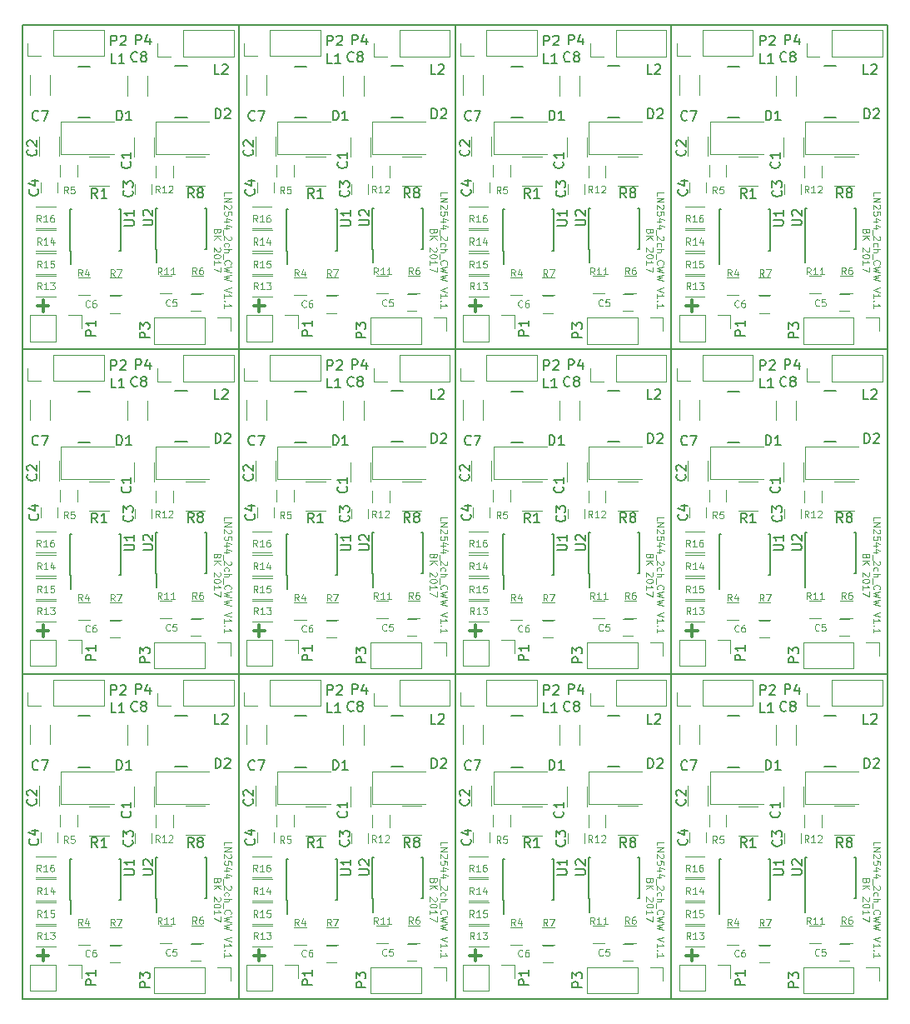
<source format=gto>
G04 #@! TF.FileFunction,Legend,Top*
%FSLAX46Y46*%
G04 Gerber Fmt 4.6, Leading zero omitted, Abs format (unit mm)*
G04 Created by KiCad (PCBNEW 4.0.2-stable) date 11/12/2017 10:54:44 AM*
%MOMM*%
G01*
G04 APERTURE LIST*
%ADD10C,0.100000*%
%ADD11C,0.150000*%
%ADD12C,0.300000*%
%ADD13C,0.120000*%
G04 APERTURE END LIST*
D10*
D11*
X102000000Y-111000000D02*
X102000000Y-144000000D01*
X124000000Y-111000000D02*
X124000000Y-144000000D01*
X124000000Y-144000000D02*
X124000000Y-111000000D01*
X124000000Y-144000000D02*
X102000000Y-144000000D01*
X102000000Y-144000000D02*
X80000000Y-144000000D01*
X80000000Y-144000000D02*
X80000000Y-111000000D01*
X102000000Y-144000000D02*
X102000000Y-111000000D01*
X102000000Y-111000000D02*
X124000000Y-111000000D01*
X124000000Y-111000000D02*
X102000000Y-111000000D01*
X80000000Y-111000000D02*
X102000000Y-111000000D01*
X102000000Y-111000000D02*
X80000000Y-111000000D01*
X146000000Y-144000000D02*
X146000000Y-111000000D01*
X146000000Y-144000000D02*
X124000000Y-144000000D01*
X146000000Y-111000000D02*
X146000000Y-144000000D01*
X168000000Y-144000000D02*
X146000000Y-144000000D01*
X168000000Y-111000000D02*
X168000000Y-144000000D01*
X168000000Y-111000000D02*
X146000000Y-111000000D01*
X124000000Y-111000000D02*
X146000000Y-111000000D01*
X146000000Y-111000000D02*
X168000000Y-111000000D01*
X146000000Y-111000000D02*
X124000000Y-111000000D01*
D12*
X81511372Y-139576743D02*
X82654229Y-139576743D01*
X82082800Y-140148171D02*
X82082800Y-139005314D01*
D10*
X122517933Y-128390333D02*
X122517933Y-128057000D01*
X123217933Y-128057000D01*
X122517933Y-128623667D02*
X123217933Y-128623667D01*
X122517933Y-129023667D01*
X123217933Y-129023667D01*
X123151267Y-129323666D02*
X123184600Y-129357000D01*
X123217933Y-129423666D01*
X123217933Y-129590333D01*
X123184600Y-129657000D01*
X123151267Y-129690333D01*
X123084600Y-129723666D01*
X123017933Y-129723666D01*
X122917933Y-129690333D01*
X122517933Y-129290333D01*
X122517933Y-129723666D01*
X123217933Y-130357000D02*
X123217933Y-130023667D01*
X122884600Y-129990333D01*
X122917933Y-130023667D01*
X122951267Y-130090333D01*
X122951267Y-130257000D01*
X122917933Y-130323667D01*
X122884600Y-130357000D01*
X122817933Y-130390333D01*
X122651267Y-130390333D01*
X122584600Y-130357000D01*
X122551267Y-130323667D01*
X122517933Y-130257000D01*
X122517933Y-130090333D01*
X122551267Y-130023667D01*
X122584600Y-129990333D01*
X122984600Y-130990334D02*
X122517933Y-130990334D01*
X123251267Y-130823667D02*
X122751267Y-130657000D01*
X122751267Y-131090334D01*
X122984600Y-131657001D02*
X122517933Y-131657001D01*
X123251267Y-131490334D02*
X122751267Y-131323667D01*
X122751267Y-131757001D01*
X122451267Y-131857001D02*
X122451267Y-132390334D01*
X123151267Y-132523667D02*
X123184600Y-132557001D01*
X123217933Y-132623667D01*
X123217933Y-132790334D01*
X123184600Y-132857001D01*
X123151267Y-132890334D01*
X123084600Y-132923667D01*
X123017933Y-132923667D01*
X122917933Y-132890334D01*
X122517933Y-132490334D01*
X122517933Y-132923667D01*
X122551267Y-133523668D02*
X122517933Y-133457001D01*
X122517933Y-133323668D01*
X122551267Y-133257001D01*
X122584600Y-133223668D01*
X122651267Y-133190334D01*
X122851267Y-133190334D01*
X122917933Y-133223668D01*
X122951267Y-133257001D01*
X122984600Y-133323668D01*
X122984600Y-133457001D01*
X122951267Y-133523668D01*
X122517933Y-133823668D02*
X123217933Y-133823668D01*
X122517933Y-134123668D02*
X122884600Y-134123668D01*
X122951267Y-134090334D01*
X122984600Y-134023668D01*
X122984600Y-133923668D01*
X122951267Y-133857001D01*
X122917933Y-133823668D01*
X122451267Y-134290334D02*
X122451267Y-134823667D01*
X122584600Y-135390334D02*
X122551267Y-135357000D01*
X122517933Y-135257000D01*
X122517933Y-135190334D01*
X122551267Y-135090334D01*
X122617933Y-135023667D01*
X122684600Y-134990334D01*
X122817933Y-134957000D01*
X122917933Y-134957000D01*
X123051267Y-134990334D01*
X123117933Y-135023667D01*
X123184600Y-135090334D01*
X123217933Y-135190334D01*
X123217933Y-135257000D01*
X123184600Y-135357000D01*
X123151267Y-135390334D01*
X123217933Y-135623667D02*
X122517933Y-135790334D01*
X123017933Y-135923667D01*
X122517933Y-136057000D01*
X123217933Y-136223667D01*
X123217933Y-136423667D02*
X122517933Y-136590334D01*
X123017933Y-136723667D01*
X122517933Y-136857000D01*
X123217933Y-137023667D01*
X123217933Y-137723667D02*
X122517933Y-137957000D01*
X123217933Y-138190333D01*
X122517933Y-138790333D02*
X122517933Y-138390333D01*
X122517933Y-138590333D02*
X123217933Y-138590333D01*
X123117933Y-138523667D01*
X123051267Y-138457000D01*
X123017933Y-138390333D01*
X122584600Y-139090334D02*
X122551267Y-139123667D01*
X122517933Y-139090334D01*
X122551267Y-139057000D01*
X122584600Y-139090334D01*
X122517933Y-139090334D01*
X122517933Y-139790333D02*
X122517933Y-139390333D01*
X122517933Y-139590333D02*
X123217933Y-139590333D01*
X123117933Y-139523667D01*
X123051267Y-139457000D01*
X123017933Y-139390333D01*
X121804600Y-132007000D02*
X121771267Y-132107000D01*
X121737933Y-132140333D01*
X121671267Y-132173667D01*
X121571267Y-132173667D01*
X121504600Y-132140333D01*
X121471267Y-132107000D01*
X121437933Y-132040333D01*
X121437933Y-131773667D01*
X122137933Y-131773667D01*
X122137933Y-132007000D01*
X122104600Y-132073667D01*
X122071267Y-132107000D01*
X122004600Y-132140333D01*
X121937933Y-132140333D01*
X121871267Y-132107000D01*
X121837933Y-132073667D01*
X121804600Y-132007000D01*
X121804600Y-131773667D01*
X121437933Y-132473667D02*
X122137933Y-132473667D01*
X121437933Y-132873667D02*
X121837933Y-132573667D01*
X122137933Y-132873667D02*
X121737933Y-132473667D01*
X122071267Y-133673666D02*
X122104600Y-133707000D01*
X122137933Y-133773666D01*
X122137933Y-133940333D01*
X122104600Y-134007000D01*
X122071267Y-134040333D01*
X122004600Y-134073666D01*
X121937933Y-134073666D01*
X121837933Y-134040333D01*
X121437933Y-133640333D01*
X121437933Y-134073666D01*
X122137933Y-134507000D02*
X122137933Y-134573667D01*
X122104600Y-134640333D01*
X122071267Y-134673667D01*
X122004600Y-134707000D01*
X121871267Y-134740333D01*
X121704600Y-134740333D01*
X121571267Y-134707000D01*
X121504600Y-134673667D01*
X121471267Y-134640333D01*
X121437933Y-134573667D01*
X121437933Y-134507000D01*
X121471267Y-134440333D01*
X121504600Y-134407000D01*
X121571267Y-134373667D01*
X121704600Y-134340333D01*
X121871267Y-134340333D01*
X122004600Y-134373667D01*
X122071267Y-134407000D01*
X122104600Y-134440333D01*
X122137933Y-134507000D01*
X121437933Y-135407000D02*
X121437933Y-135007000D01*
X121437933Y-135207000D02*
X122137933Y-135207000D01*
X122037933Y-135140334D01*
X121971267Y-135073667D01*
X121937933Y-135007000D01*
X122137933Y-135640334D02*
X122137933Y-136107001D01*
X121437933Y-135807001D01*
D12*
X125511372Y-139576743D02*
X126654229Y-139576743D01*
X126082800Y-140148171D02*
X126082800Y-139005314D01*
D10*
X100517933Y-128390333D02*
X100517933Y-128057000D01*
X101217933Y-128057000D01*
X100517933Y-128623667D02*
X101217933Y-128623667D01*
X100517933Y-129023667D01*
X101217933Y-129023667D01*
X101151267Y-129323666D02*
X101184600Y-129357000D01*
X101217933Y-129423666D01*
X101217933Y-129590333D01*
X101184600Y-129657000D01*
X101151267Y-129690333D01*
X101084600Y-129723666D01*
X101017933Y-129723666D01*
X100917933Y-129690333D01*
X100517933Y-129290333D01*
X100517933Y-129723666D01*
X101217933Y-130357000D02*
X101217933Y-130023667D01*
X100884600Y-129990333D01*
X100917933Y-130023667D01*
X100951267Y-130090333D01*
X100951267Y-130257000D01*
X100917933Y-130323667D01*
X100884600Y-130357000D01*
X100817933Y-130390333D01*
X100651267Y-130390333D01*
X100584600Y-130357000D01*
X100551267Y-130323667D01*
X100517933Y-130257000D01*
X100517933Y-130090333D01*
X100551267Y-130023667D01*
X100584600Y-129990333D01*
X100984600Y-130990334D02*
X100517933Y-130990334D01*
X101251267Y-130823667D02*
X100751267Y-130657000D01*
X100751267Y-131090334D01*
X100984600Y-131657001D02*
X100517933Y-131657001D01*
X101251267Y-131490334D02*
X100751267Y-131323667D01*
X100751267Y-131757001D01*
X100451267Y-131857001D02*
X100451267Y-132390334D01*
X101151267Y-132523667D02*
X101184600Y-132557001D01*
X101217933Y-132623667D01*
X101217933Y-132790334D01*
X101184600Y-132857001D01*
X101151267Y-132890334D01*
X101084600Y-132923667D01*
X101017933Y-132923667D01*
X100917933Y-132890334D01*
X100517933Y-132490334D01*
X100517933Y-132923667D01*
X100551267Y-133523668D02*
X100517933Y-133457001D01*
X100517933Y-133323668D01*
X100551267Y-133257001D01*
X100584600Y-133223668D01*
X100651267Y-133190334D01*
X100851267Y-133190334D01*
X100917933Y-133223668D01*
X100951267Y-133257001D01*
X100984600Y-133323668D01*
X100984600Y-133457001D01*
X100951267Y-133523668D01*
X100517933Y-133823668D02*
X101217933Y-133823668D01*
X100517933Y-134123668D02*
X100884600Y-134123668D01*
X100951267Y-134090334D01*
X100984600Y-134023668D01*
X100984600Y-133923668D01*
X100951267Y-133857001D01*
X100917933Y-133823668D01*
X100451267Y-134290334D02*
X100451267Y-134823667D01*
X100584600Y-135390334D02*
X100551267Y-135357000D01*
X100517933Y-135257000D01*
X100517933Y-135190334D01*
X100551267Y-135090334D01*
X100617933Y-135023667D01*
X100684600Y-134990334D01*
X100817933Y-134957000D01*
X100917933Y-134957000D01*
X101051267Y-134990334D01*
X101117933Y-135023667D01*
X101184600Y-135090334D01*
X101217933Y-135190334D01*
X101217933Y-135257000D01*
X101184600Y-135357000D01*
X101151267Y-135390334D01*
X101217933Y-135623667D02*
X100517933Y-135790334D01*
X101017933Y-135923667D01*
X100517933Y-136057000D01*
X101217933Y-136223667D01*
X101217933Y-136423667D02*
X100517933Y-136590334D01*
X101017933Y-136723667D01*
X100517933Y-136857000D01*
X101217933Y-137023667D01*
X101217933Y-137723667D02*
X100517933Y-137957000D01*
X101217933Y-138190333D01*
X100517933Y-138790333D02*
X100517933Y-138390333D01*
X100517933Y-138590333D02*
X101217933Y-138590333D01*
X101117933Y-138523667D01*
X101051267Y-138457000D01*
X101017933Y-138390333D01*
X100584600Y-139090334D02*
X100551267Y-139123667D01*
X100517933Y-139090334D01*
X100551267Y-139057000D01*
X100584600Y-139090334D01*
X100517933Y-139090334D01*
X100517933Y-139790333D02*
X100517933Y-139390333D01*
X100517933Y-139590333D02*
X101217933Y-139590333D01*
X101117933Y-139523667D01*
X101051267Y-139457000D01*
X101017933Y-139390333D01*
X99804600Y-132007000D02*
X99771267Y-132107000D01*
X99737933Y-132140333D01*
X99671267Y-132173667D01*
X99571267Y-132173667D01*
X99504600Y-132140333D01*
X99471267Y-132107000D01*
X99437933Y-132040333D01*
X99437933Y-131773667D01*
X100137933Y-131773667D01*
X100137933Y-132007000D01*
X100104600Y-132073667D01*
X100071267Y-132107000D01*
X100004600Y-132140333D01*
X99937933Y-132140333D01*
X99871267Y-132107000D01*
X99837933Y-132073667D01*
X99804600Y-132007000D01*
X99804600Y-131773667D01*
X99437933Y-132473667D02*
X100137933Y-132473667D01*
X99437933Y-132873667D02*
X99837933Y-132573667D01*
X100137933Y-132873667D02*
X99737933Y-132473667D01*
X100071267Y-133673666D02*
X100104600Y-133707000D01*
X100137933Y-133773666D01*
X100137933Y-133940333D01*
X100104600Y-134007000D01*
X100071267Y-134040333D01*
X100004600Y-134073666D01*
X99937933Y-134073666D01*
X99837933Y-134040333D01*
X99437933Y-133640333D01*
X99437933Y-134073666D01*
X100137933Y-134507000D02*
X100137933Y-134573667D01*
X100104600Y-134640333D01*
X100071267Y-134673667D01*
X100004600Y-134707000D01*
X99871267Y-134740333D01*
X99704600Y-134740333D01*
X99571267Y-134707000D01*
X99504600Y-134673667D01*
X99471267Y-134640333D01*
X99437933Y-134573667D01*
X99437933Y-134507000D01*
X99471267Y-134440333D01*
X99504600Y-134407000D01*
X99571267Y-134373667D01*
X99704600Y-134340333D01*
X99871267Y-134340333D01*
X100004600Y-134373667D01*
X100071267Y-134407000D01*
X100104600Y-134440333D01*
X100137933Y-134507000D01*
X99437933Y-135407000D02*
X99437933Y-135007000D01*
X99437933Y-135207000D02*
X100137933Y-135207000D01*
X100037933Y-135140334D01*
X99971267Y-135073667D01*
X99937933Y-135007000D01*
X100137933Y-135640334D02*
X100137933Y-136107001D01*
X99437933Y-135807001D01*
D12*
X103511372Y-139576743D02*
X104654229Y-139576743D01*
X104082800Y-140148171D02*
X104082800Y-139005314D01*
D10*
X144517933Y-128390333D02*
X144517933Y-128057000D01*
X145217933Y-128057000D01*
X144517933Y-128623667D02*
X145217933Y-128623667D01*
X144517933Y-129023667D01*
X145217933Y-129023667D01*
X145151267Y-129323666D02*
X145184600Y-129357000D01*
X145217933Y-129423666D01*
X145217933Y-129590333D01*
X145184600Y-129657000D01*
X145151267Y-129690333D01*
X145084600Y-129723666D01*
X145017933Y-129723666D01*
X144917933Y-129690333D01*
X144517933Y-129290333D01*
X144517933Y-129723666D01*
X145217933Y-130357000D02*
X145217933Y-130023667D01*
X144884600Y-129990333D01*
X144917933Y-130023667D01*
X144951267Y-130090333D01*
X144951267Y-130257000D01*
X144917933Y-130323667D01*
X144884600Y-130357000D01*
X144817933Y-130390333D01*
X144651267Y-130390333D01*
X144584600Y-130357000D01*
X144551267Y-130323667D01*
X144517933Y-130257000D01*
X144517933Y-130090333D01*
X144551267Y-130023667D01*
X144584600Y-129990333D01*
X144984600Y-130990334D02*
X144517933Y-130990334D01*
X145251267Y-130823667D02*
X144751267Y-130657000D01*
X144751267Y-131090334D01*
X144984600Y-131657001D02*
X144517933Y-131657001D01*
X145251267Y-131490334D02*
X144751267Y-131323667D01*
X144751267Y-131757001D01*
X144451267Y-131857001D02*
X144451267Y-132390334D01*
X145151267Y-132523667D02*
X145184600Y-132557001D01*
X145217933Y-132623667D01*
X145217933Y-132790334D01*
X145184600Y-132857001D01*
X145151267Y-132890334D01*
X145084600Y-132923667D01*
X145017933Y-132923667D01*
X144917933Y-132890334D01*
X144517933Y-132490334D01*
X144517933Y-132923667D01*
X144551267Y-133523668D02*
X144517933Y-133457001D01*
X144517933Y-133323668D01*
X144551267Y-133257001D01*
X144584600Y-133223668D01*
X144651267Y-133190334D01*
X144851267Y-133190334D01*
X144917933Y-133223668D01*
X144951267Y-133257001D01*
X144984600Y-133323668D01*
X144984600Y-133457001D01*
X144951267Y-133523668D01*
X144517933Y-133823668D02*
X145217933Y-133823668D01*
X144517933Y-134123668D02*
X144884600Y-134123668D01*
X144951267Y-134090334D01*
X144984600Y-134023668D01*
X144984600Y-133923668D01*
X144951267Y-133857001D01*
X144917933Y-133823668D01*
X144451267Y-134290334D02*
X144451267Y-134823667D01*
X144584600Y-135390334D02*
X144551267Y-135357000D01*
X144517933Y-135257000D01*
X144517933Y-135190334D01*
X144551267Y-135090334D01*
X144617933Y-135023667D01*
X144684600Y-134990334D01*
X144817933Y-134957000D01*
X144917933Y-134957000D01*
X145051267Y-134990334D01*
X145117933Y-135023667D01*
X145184600Y-135090334D01*
X145217933Y-135190334D01*
X145217933Y-135257000D01*
X145184600Y-135357000D01*
X145151267Y-135390334D01*
X145217933Y-135623667D02*
X144517933Y-135790334D01*
X145017933Y-135923667D01*
X144517933Y-136057000D01*
X145217933Y-136223667D01*
X145217933Y-136423667D02*
X144517933Y-136590334D01*
X145017933Y-136723667D01*
X144517933Y-136857000D01*
X145217933Y-137023667D01*
X145217933Y-137723667D02*
X144517933Y-137957000D01*
X145217933Y-138190333D01*
X144517933Y-138790333D02*
X144517933Y-138390333D01*
X144517933Y-138590333D02*
X145217933Y-138590333D01*
X145117933Y-138523667D01*
X145051267Y-138457000D01*
X145017933Y-138390333D01*
X144584600Y-139090334D02*
X144551267Y-139123667D01*
X144517933Y-139090334D01*
X144551267Y-139057000D01*
X144584600Y-139090334D01*
X144517933Y-139090334D01*
X144517933Y-139790333D02*
X144517933Y-139390333D01*
X144517933Y-139590333D02*
X145217933Y-139590333D01*
X145117933Y-139523667D01*
X145051267Y-139457000D01*
X145017933Y-139390333D01*
X143804600Y-132007000D02*
X143771267Y-132107000D01*
X143737933Y-132140333D01*
X143671267Y-132173667D01*
X143571267Y-132173667D01*
X143504600Y-132140333D01*
X143471267Y-132107000D01*
X143437933Y-132040333D01*
X143437933Y-131773667D01*
X144137933Y-131773667D01*
X144137933Y-132007000D01*
X144104600Y-132073667D01*
X144071267Y-132107000D01*
X144004600Y-132140333D01*
X143937933Y-132140333D01*
X143871267Y-132107000D01*
X143837933Y-132073667D01*
X143804600Y-132007000D01*
X143804600Y-131773667D01*
X143437933Y-132473667D02*
X144137933Y-132473667D01*
X143437933Y-132873667D02*
X143837933Y-132573667D01*
X144137933Y-132873667D02*
X143737933Y-132473667D01*
X144071267Y-133673666D02*
X144104600Y-133707000D01*
X144137933Y-133773666D01*
X144137933Y-133940333D01*
X144104600Y-134007000D01*
X144071267Y-134040333D01*
X144004600Y-134073666D01*
X143937933Y-134073666D01*
X143837933Y-134040333D01*
X143437933Y-133640333D01*
X143437933Y-134073666D01*
X144137933Y-134507000D02*
X144137933Y-134573667D01*
X144104600Y-134640333D01*
X144071267Y-134673667D01*
X144004600Y-134707000D01*
X143871267Y-134740333D01*
X143704600Y-134740333D01*
X143571267Y-134707000D01*
X143504600Y-134673667D01*
X143471267Y-134640333D01*
X143437933Y-134573667D01*
X143437933Y-134507000D01*
X143471267Y-134440333D01*
X143504600Y-134407000D01*
X143571267Y-134373667D01*
X143704600Y-134340333D01*
X143871267Y-134340333D01*
X144004600Y-134373667D01*
X144071267Y-134407000D01*
X144104600Y-134440333D01*
X144137933Y-134507000D01*
X143437933Y-135407000D02*
X143437933Y-135007000D01*
X143437933Y-135207000D02*
X144137933Y-135207000D01*
X144037933Y-135140334D01*
X143971267Y-135073667D01*
X143937933Y-135007000D01*
X144137933Y-135640334D02*
X144137933Y-136107001D01*
X143437933Y-135807001D01*
D12*
X147511372Y-139576743D02*
X148654229Y-139576743D01*
X148082800Y-140148171D02*
X148082800Y-139005314D01*
D10*
X166517933Y-128390333D02*
X166517933Y-128057000D01*
X167217933Y-128057000D01*
X166517933Y-128623667D02*
X167217933Y-128623667D01*
X166517933Y-129023667D01*
X167217933Y-129023667D01*
X167151267Y-129323666D02*
X167184600Y-129357000D01*
X167217933Y-129423666D01*
X167217933Y-129590333D01*
X167184600Y-129657000D01*
X167151267Y-129690333D01*
X167084600Y-129723666D01*
X167017933Y-129723666D01*
X166917933Y-129690333D01*
X166517933Y-129290333D01*
X166517933Y-129723666D01*
X167217933Y-130357000D02*
X167217933Y-130023667D01*
X166884600Y-129990333D01*
X166917933Y-130023667D01*
X166951267Y-130090333D01*
X166951267Y-130257000D01*
X166917933Y-130323667D01*
X166884600Y-130357000D01*
X166817933Y-130390333D01*
X166651267Y-130390333D01*
X166584600Y-130357000D01*
X166551267Y-130323667D01*
X166517933Y-130257000D01*
X166517933Y-130090333D01*
X166551267Y-130023667D01*
X166584600Y-129990333D01*
X166984600Y-130990334D02*
X166517933Y-130990334D01*
X167251267Y-130823667D02*
X166751267Y-130657000D01*
X166751267Y-131090334D01*
X166984600Y-131657001D02*
X166517933Y-131657001D01*
X167251267Y-131490334D02*
X166751267Y-131323667D01*
X166751267Y-131757001D01*
X166451267Y-131857001D02*
X166451267Y-132390334D01*
X167151267Y-132523667D02*
X167184600Y-132557001D01*
X167217933Y-132623667D01*
X167217933Y-132790334D01*
X167184600Y-132857001D01*
X167151267Y-132890334D01*
X167084600Y-132923667D01*
X167017933Y-132923667D01*
X166917933Y-132890334D01*
X166517933Y-132490334D01*
X166517933Y-132923667D01*
X166551267Y-133523668D02*
X166517933Y-133457001D01*
X166517933Y-133323668D01*
X166551267Y-133257001D01*
X166584600Y-133223668D01*
X166651267Y-133190334D01*
X166851267Y-133190334D01*
X166917933Y-133223668D01*
X166951267Y-133257001D01*
X166984600Y-133323668D01*
X166984600Y-133457001D01*
X166951267Y-133523668D01*
X166517933Y-133823668D02*
X167217933Y-133823668D01*
X166517933Y-134123668D02*
X166884600Y-134123668D01*
X166951267Y-134090334D01*
X166984600Y-134023668D01*
X166984600Y-133923668D01*
X166951267Y-133857001D01*
X166917933Y-133823668D01*
X166451267Y-134290334D02*
X166451267Y-134823667D01*
X166584600Y-135390334D02*
X166551267Y-135357000D01*
X166517933Y-135257000D01*
X166517933Y-135190334D01*
X166551267Y-135090334D01*
X166617933Y-135023667D01*
X166684600Y-134990334D01*
X166817933Y-134957000D01*
X166917933Y-134957000D01*
X167051267Y-134990334D01*
X167117933Y-135023667D01*
X167184600Y-135090334D01*
X167217933Y-135190334D01*
X167217933Y-135257000D01*
X167184600Y-135357000D01*
X167151267Y-135390334D01*
X167217933Y-135623667D02*
X166517933Y-135790334D01*
X167017933Y-135923667D01*
X166517933Y-136057000D01*
X167217933Y-136223667D01*
X167217933Y-136423667D02*
X166517933Y-136590334D01*
X167017933Y-136723667D01*
X166517933Y-136857000D01*
X167217933Y-137023667D01*
X167217933Y-137723667D02*
X166517933Y-137957000D01*
X167217933Y-138190333D01*
X166517933Y-138790333D02*
X166517933Y-138390333D01*
X166517933Y-138590333D02*
X167217933Y-138590333D01*
X167117933Y-138523667D01*
X167051267Y-138457000D01*
X167017933Y-138390333D01*
X166584600Y-139090334D02*
X166551267Y-139123667D01*
X166517933Y-139090334D01*
X166551267Y-139057000D01*
X166584600Y-139090334D01*
X166517933Y-139090334D01*
X166517933Y-139790333D02*
X166517933Y-139390333D01*
X166517933Y-139590333D02*
X167217933Y-139590333D01*
X167117933Y-139523667D01*
X167051267Y-139457000D01*
X167017933Y-139390333D01*
X165804600Y-132007000D02*
X165771267Y-132107000D01*
X165737933Y-132140333D01*
X165671267Y-132173667D01*
X165571267Y-132173667D01*
X165504600Y-132140333D01*
X165471267Y-132107000D01*
X165437933Y-132040333D01*
X165437933Y-131773667D01*
X166137933Y-131773667D01*
X166137933Y-132007000D01*
X166104600Y-132073667D01*
X166071267Y-132107000D01*
X166004600Y-132140333D01*
X165937933Y-132140333D01*
X165871267Y-132107000D01*
X165837933Y-132073667D01*
X165804600Y-132007000D01*
X165804600Y-131773667D01*
X165437933Y-132473667D02*
X166137933Y-132473667D01*
X165437933Y-132873667D02*
X165837933Y-132573667D01*
X166137933Y-132873667D02*
X165737933Y-132473667D01*
X166071267Y-133673666D02*
X166104600Y-133707000D01*
X166137933Y-133773666D01*
X166137933Y-133940333D01*
X166104600Y-134007000D01*
X166071267Y-134040333D01*
X166004600Y-134073666D01*
X165937933Y-134073666D01*
X165837933Y-134040333D01*
X165437933Y-133640333D01*
X165437933Y-134073666D01*
X166137933Y-134507000D02*
X166137933Y-134573667D01*
X166104600Y-134640333D01*
X166071267Y-134673667D01*
X166004600Y-134707000D01*
X165871267Y-134740333D01*
X165704600Y-134740333D01*
X165571267Y-134707000D01*
X165504600Y-134673667D01*
X165471267Y-134640333D01*
X165437933Y-134573667D01*
X165437933Y-134507000D01*
X165471267Y-134440333D01*
X165504600Y-134407000D01*
X165571267Y-134373667D01*
X165704600Y-134340333D01*
X165871267Y-134340333D01*
X166004600Y-134373667D01*
X166071267Y-134407000D01*
X166104600Y-134440333D01*
X166137933Y-134507000D01*
X165437933Y-135407000D02*
X165437933Y-135007000D01*
X165437933Y-135207000D02*
X166137933Y-135207000D01*
X166037933Y-135140334D01*
X165971267Y-135073667D01*
X165937933Y-135007000D01*
X166137933Y-135640334D02*
X166137933Y-136107001D01*
X165437933Y-135807001D01*
D11*
X146000000Y-78000000D02*
X146000000Y-111000000D01*
X168000000Y-111000000D02*
X146000000Y-111000000D01*
X168000000Y-78000000D02*
X168000000Y-111000000D01*
X146000000Y-78000000D02*
X168000000Y-78000000D01*
X124000000Y-111000000D02*
X102000000Y-111000000D01*
X102000000Y-111000000D02*
X80000000Y-111000000D01*
X80000000Y-111000000D02*
X80000000Y-78000000D01*
X80000000Y-78000000D02*
X102000000Y-78000000D01*
X102000000Y-78000000D02*
X102000000Y-111000000D01*
X102000000Y-78000000D02*
X124000000Y-78000000D01*
X102000000Y-111000000D02*
X102000000Y-78000000D01*
X124000000Y-78000000D02*
X146000000Y-78000000D01*
X124000000Y-111000000D02*
X124000000Y-78000000D01*
X146000000Y-111000000D02*
X146000000Y-78000000D01*
X146000000Y-111000000D02*
X124000000Y-111000000D01*
X124000000Y-78000000D02*
X124000000Y-111000000D01*
D10*
X166517933Y-95390333D02*
X166517933Y-95057000D01*
X167217933Y-95057000D01*
X166517933Y-95623667D02*
X167217933Y-95623667D01*
X166517933Y-96023667D01*
X167217933Y-96023667D01*
X167151267Y-96323666D02*
X167184600Y-96357000D01*
X167217933Y-96423666D01*
X167217933Y-96590333D01*
X167184600Y-96657000D01*
X167151267Y-96690333D01*
X167084600Y-96723666D01*
X167017933Y-96723666D01*
X166917933Y-96690333D01*
X166517933Y-96290333D01*
X166517933Y-96723666D01*
X167217933Y-97357000D02*
X167217933Y-97023667D01*
X166884600Y-96990333D01*
X166917933Y-97023667D01*
X166951267Y-97090333D01*
X166951267Y-97257000D01*
X166917933Y-97323667D01*
X166884600Y-97357000D01*
X166817933Y-97390333D01*
X166651267Y-97390333D01*
X166584600Y-97357000D01*
X166551267Y-97323667D01*
X166517933Y-97257000D01*
X166517933Y-97090333D01*
X166551267Y-97023667D01*
X166584600Y-96990333D01*
X166984600Y-97990334D02*
X166517933Y-97990334D01*
X167251267Y-97823667D02*
X166751267Y-97657000D01*
X166751267Y-98090334D01*
X166984600Y-98657001D02*
X166517933Y-98657001D01*
X167251267Y-98490334D02*
X166751267Y-98323667D01*
X166751267Y-98757001D01*
X166451267Y-98857001D02*
X166451267Y-99390334D01*
X167151267Y-99523667D02*
X167184600Y-99557001D01*
X167217933Y-99623667D01*
X167217933Y-99790334D01*
X167184600Y-99857001D01*
X167151267Y-99890334D01*
X167084600Y-99923667D01*
X167017933Y-99923667D01*
X166917933Y-99890334D01*
X166517933Y-99490334D01*
X166517933Y-99923667D01*
X166551267Y-100523668D02*
X166517933Y-100457001D01*
X166517933Y-100323668D01*
X166551267Y-100257001D01*
X166584600Y-100223668D01*
X166651267Y-100190334D01*
X166851267Y-100190334D01*
X166917933Y-100223668D01*
X166951267Y-100257001D01*
X166984600Y-100323668D01*
X166984600Y-100457001D01*
X166951267Y-100523668D01*
X166517933Y-100823668D02*
X167217933Y-100823668D01*
X166517933Y-101123668D02*
X166884600Y-101123668D01*
X166951267Y-101090334D01*
X166984600Y-101023668D01*
X166984600Y-100923668D01*
X166951267Y-100857001D01*
X166917933Y-100823668D01*
X166451267Y-101290334D02*
X166451267Y-101823667D01*
X166584600Y-102390334D02*
X166551267Y-102357000D01*
X166517933Y-102257000D01*
X166517933Y-102190334D01*
X166551267Y-102090334D01*
X166617933Y-102023667D01*
X166684600Y-101990334D01*
X166817933Y-101957000D01*
X166917933Y-101957000D01*
X167051267Y-101990334D01*
X167117933Y-102023667D01*
X167184600Y-102090334D01*
X167217933Y-102190334D01*
X167217933Y-102257000D01*
X167184600Y-102357000D01*
X167151267Y-102390334D01*
X167217933Y-102623667D02*
X166517933Y-102790334D01*
X167017933Y-102923667D01*
X166517933Y-103057000D01*
X167217933Y-103223667D01*
X167217933Y-103423667D02*
X166517933Y-103590334D01*
X167017933Y-103723667D01*
X166517933Y-103857000D01*
X167217933Y-104023667D01*
X167217933Y-104723667D02*
X166517933Y-104957000D01*
X167217933Y-105190333D01*
X166517933Y-105790333D02*
X166517933Y-105390333D01*
X166517933Y-105590333D02*
X167217933Y-105590333D01*
X167117933Y-105523667D01*
X167051267Y-105457000D01*
X167017933Y-105390333D01*
X166584600Y-106090334D02*
X166551267Y-106123667D01*
X166517933Y-106090334D01*
X166551267Y-106057000D01*
X166584600Y-106090334D01*
X166517933Y-106090334D01*
X166517933Y-106790333D02*
X166517933Y-106390333D01*
X166517933Y-106590333D02*
X167217933Y-106590333D01*
X167117933Y-106523667D01*
X167051267Y-106457000D01*
X167017933Y-106390333D01*
X165804600Y-99007000D02*
X165771267Y-99107000D01*
X165737933Y-99140333D01*
X165671267Y-99173667D01*
X165571267Y-99173667D01*
X165504600Y-99140333D01*
X165471267Y-99107000D01*
X165437933Y-99040333D01*
X165437933Y-98773667D01*
X166137933Y-98773667D01*
X166137933Y-99007000D01*
X166104600Y-99073667D01*
X166071267Y-99107000D01*
X166004600Y-99140333D01*
X165937933Y-99140333D01*
X165871267Y-99107000D01*
X165837933Y-99073667D01*
X165804600Y-99007000D01*
X165804600Y-98773667D01*
X165437933Y-99473667D02*
X166137933Y-99473667D01*
X165437933Y-99873667D02*
X165837933Y-99573667D01*
X166137933Y-99873667D02*
X165737933Y-99473667D01*
X166071267Y-100673666D02*
X166104600Y-100707000D01*
X166137933Y-100773666D01*
X166137933Y-100940333D01*
X166104600Y-101007000D01*
X166071267Y-101040333D01*
X166004600Y-101073666D01*
X165937933Y-101073666D01*
X165837933Y-101040333D01*
X165437933Y-100640333D01*
X165437933Y-101073666D01*
X166137933Y-101507000D02*
X166137933Y-101573667D01*
X166104600Y-101640333D01*
X166071267Y-101673667D01*
X166004600Y-101707000D01*
X165871267Y-101740333D01*
X165704600Y-101740333D01*
X165571267Y-101707000D01*
X165504600Y-101673667D01*
X165471267Y-101640333D01*
X165437933Y-101573667D01*
X165437933Y-101507000D01*
X165471267Y-101440333D01*
X165504600Y-101407000D01*
X165571267Y-101373667D01*
X165704600Y-101340333D01*
X165871267Y-101340333D01*
X166004600Y-101373667D01*
X166071267Y-101407000D01*
X166104600Y-101440333D01*
X166137933Y-101507000D01*
X165437933Y-102407000D02*
X165437933Y-102007000D01*
X165437933Y-102207000D02*
X166137933Y-102207000D01*
X166037933Y-102140334D01*
X165971267Y-102073667D01*
X165937933Y-102007000D01*
X166137933Y-102640334D02*
X166137933Y-103107001D01*
X165437933Y-102807001D01*
D12*
X147511372Y-106576743D02*
X148654229Y-106576743D01*
X148082800Y-107148171D02*
X148082800Y-106005314D01*
D10*
X144517933Y-95390333D02*
X144517933Y-95057000D01*
X145217933Y-95057000D01*
X144517933Y-95623667D02*
X145217933Y-95623667D01*
X144517933Y-96023667D01*
X145217933Y-96023667D01*
X145151267Y-96323666D02*
X145184600Y-96357000D01*
X145217933Y-96423666D01*
X145217933Y-96590333D01*
X145184600Y-96657000D01*
X145151267Y-96690333D01*
X145084600Y-96723666D01*
X145017933Y-96723666D01*
X144917933Y-96690333D01*
X144517933Y-96290333D01*
X144517933Y-96723666D01*
X145217933Y-97357000D02*
X145217933Y-97023667D01*
X144884600Y-96990333D01*
X144917933Y-97023667D01*
X144951267Y-97090333D01*
X144951267Y-97257000D01*
X144917933Y-97323667D01*
X144884600Y-97357000D01*
X144817933Y-97390333D01*
X144651267Y-97390333D01*
X144584600Y-97357000D01*
X144551267Y-97323667D01*
X144517933Y-97257000D01*
X144517933Y-97090333D01*
X144551267Y-97023667D01*
X144584600Y-96990333D01*
X144984600Y-97990334D02*
X144517933Y-97990334D01*
X145251267Y-97823667D02*
X144751267Y-97657000D01*
X144751267Y-98090334D01*
X144984600Y-98657001D02*
X144517933Y-98657001D01*
X145251267Y-98490334D02*
X144751267Y-98323667D01*
X144751267Y-98757001D01*
X144451267Y-98857001D02*
X144451267Y-99390334D01*
X145151267Y-99523667D02*
X145184600Y-99557001D01*
X145217933Y-99623667D01*
X145217933Y-99790334D01*
X145184600Y-99857001D01*
X145151267Y-99890334D01*
X145084600Y-99923667D01*
X145017933Y-99923667D01*
X144917933Y-99890334D01*
X144517933Y-99490334D01*
X144517933Y-99923667D01*
X144551267Y-100523668D02*
X144517933Y-100457001D01*
X144517933Y-100323668D01*
X144551267Y-100257001D01*
X144584600Y-100223668D01*
X144651267Y-100190334D01*
X144851267Y-100190334D01*
X144917933Y-100223668D01*
X144951267Y-100257001D01*
X144984600Y-100323668D01*
X144984600Y-100457001D01*
X144951267Y-100523668D01*
X144517933Y-100823668D02*
X145217933Y-100823668D01*
X144517933Y-101123668D02*
X144884600Y-101123668D01*
X144951267Y-101090334D01*
X144984600Y-101023668D01*
X144984600Y-100923668D01*
X144951267Y-100857001D01*
X144917933Y-100823668D01*
X144451267Y-101290334D02*
X144451267Y-101823667D01*
X144584600Y-102390334D02*
X144551267Y-102357000D01*
X144517933Y-102257000D01*
X144517933Y-102190334D01*
X144551267Y-102090334D01*
X144617933Y-102023667D01*
X144684600Y-101990334D01*
X144817933Y-101957000D01*
X144917933Y-101957000D01*
X145051267Y-101990334D01*
X145117933Y-102023667D01*
X145184600Y-102090334D01*
X145217933Y-102190334D01*
X145217933Y-102257000D01*
X145184600Y-102357000D01*
X145151267Y-102390334D01*
X145217933Y-102623667D02*
X144517933Y-102790334D01*
X145017933Y-102923667D01*
X144517933Y-103057000D01*
X145217933Y-103223667D01*
X145217933Y-103423667D02*
X144517933Y-103590334D01*
X145017933Y-103723667D01*
X144517933Y-103857000D01*
X145217933Y-104023667D01*
X145217933Y-104723667D02*
X144517933Y-104957000D01*
X145217933Y-105190333D01*
X144517933Y-105790333D02*
X144517933Y-105390333D01*
X144517933Y-105590333D02*
X145217933Y-105590333D01*
X145117933Y-105523667D01*
X145051267Y-105457000D01*
X145017933Y-105390333D01*
X144584600Y-106090334D02*
X144551267Y-106123667D01*
X144517933Y-106090334D01*
X144551267Y-106057000D01*
X144584600Y-106090334D01*
X144517933Y-106090334D01*
X144517933Y-106790333D02*
X144517933Y-106390333D01*
X144517933Y-106590333D02*
X145217933Y-106590333D01*
X145117933Y-106523667D01*
X145051267Y-106457000D01*
X145017933Y-106390333D01*
X143804600Y-99007000D02*
X143771267Y-99107000D01*
X143737933Y-99140333D01*
X143671267Y-99173667D01*
X143571267Y-99173667D01*
X143504600Y-99140333D01*
X143471267Y-99107000D01*
X143437933Y-99040333D01*
X143437933Y-98773667D01*
X144137933Y-98773667D01*
X144137933Y-99007000D01*
X144104600Y-99073667D01*
X144071267Y-99107000D01*
X144004600Y-99140333D01*
X143937933Y-99140333D01*
X143871267Y-99107000D01*
X143837933Y-99073667D01*
X143804600Y-99007000D01*
X143804600Y-98773667D01*
X143437933Y-99473667D02*
X144137933Y-99473667D01*
X143437933Y-99873667D02*
X143837933Y-99573667D01*
X144137933Y-99873667D02*
X143737933Y-99473667D01*
X144071267Y-100673666D02*
X144104600Y-100707000D01*
X144137933Y-100773666D01*
X144137933Y-100940333D01*
X144104600Y-101007000D01*
X144071267Y-101040333D01*
X144004600Y-101073666D01*
X143937933Y-101073666D01*
X143837933Y-101040333D01*
X143437933Y-100640333D01*
X143437933Y-101073666D01*
X144137933Y-101507000D02*
X144137933Y-101573667D01*
X144104600Y-101640333D01*
X144071267Y-101673667D01*
X144004600Y-101707000D01*
X143871267Y-101740333D01*
X143704600Y-101740333D01*
X143571267Y-101707000D01*
X143504600Y-101673667D01*
X143471267Y-101640333D01*
X143437933Y-101573667D01*
X143437933Y-101507000D01*
X143471267Y-101440333D01*
X143504600Y-101407000D01*
X143571267Y-101373667D01*
X143704600Y-101340333D01*
X143871267Y-101340333D01*
X144004600Y-101373667D01*
X144071267Y-101407000D01*
X144104600Y-101440333D01*
X144137933Y-101507000D01*
X143437933Y-102407000D02*
X143437933Y-102007000D01*
X143437933Y-102207000D02*
X144137933Y-102207000D01*
X144037933Y-102140334D01*
X143971267Y-102073667D01*
X143937933Y-102007000D01*
X144137933Y-102640334D02*
X144137933Y-103107001D01*
X143437933Y-102807001D01*
D12*
X125511372Y-106576743D02*
X126654229Y-106576743D01*
X126082800Y-107148171D02*
X126082800Y-106005314D01*
D10*
X122517933Y-95390333D02*
X122517933Y-95057000D01*
X123217933Y-95057000D01*
X122517933Y-95623667D02*
X123217933Y-95623667D01*
X122517933Y-96023667D01*
X123217933Y-96023667D01*
X123151267Y-96323666D02*
X123184600Y-96357000D01*
X123217933Y-96423666D01*
X123217933Y-96590333D01*
X123184600Y-96657000D01*
X123151267Y-96690333D01*
X123084600Y-96723666D01*
X123017933Y-96723666D01*
X122917933Y-96690333D01*
X122517933Y-96290333D01*
X122517933Y-96723666D01*
X123217933Y-97357000D02*
X123217933Y-97023667D01*
X122884600Y-96990333D01*
X122917933Y-97023667D01*
X122951267Y-97090333D01*
X122951267Y-97257000D01*
X122917933Y-97323667D01*
X122884600Y-97357000D01*
X122817933Y-97390333D01*
X122651267Y-97390333D01*
X122584600Y-97357000D01*
X122551267Y-97323667D01*
X122517933Y-97257000D01*
X122517933Y-97090333D01*
X122551267Y-97023667D01*
X122584600Y-96990333D01*
X122984600Y-97990334D02*
X122517933Y-97990334D01*
X123251267Y-97823667D02*
X122751267Y-97657000D01*
X122751267Y-98090334D01*
X122984600Y-98657001D02*
X122517933Y-98657001D01*
X123251267Y-98490334D02*
X122751267Y-98323667D01*
X122751267Y-98757001D01*
X122451267Y-98857001D02*
X122451267Y-99390334D01*
X123151267Y-99523667D02*
X123184600Y-99557001D01*
X123217933Y-99623667D01*
X123217933Y-99790334D01*
X123184600Y-99857001D01*
X123151267Y-99890334D01*
X123084600Y-99923667D01*
X123017933Y-99923667D01*
X122917933Y-99890334D01*
X122517933Y-99490334D01*
X122517933Y-99923667D01*
X122551267Y-100523668D02*
X122517933Y-100457001D01*
X122517933Y-100323668D01*
X122551267Y-100257001D01*
X122584600Y-100223668D01*
X122651267Y-100190334D01*
X122851267Y-100190334D01*
X122917933Y-100223668D01*
X122951267Y-100257001D01*
X122984600Y-100323668D01*
X122984600Y-100457001D01*
X122951267Y-100523668D01*
X122517933Y-100823668D02*
X123217933Y-100823668D01*
X122517933Y-101123668D02*
X122884600Y-101123668D01*
X122951267Y-101090334D01*
X122984600Y-101023668D01*
X122984600Y-100923668D01*
X122951267Y-100857001D01*
X122917933Y-100823668D01*
X122451267Y-101290334D02*
X122451267Y-101823667D01*
X122584600Y-102390334D02*
X122551267Y-102357000D01*
X122517933Y-102257000D01*
X122517933Y-102190334D01*
X122551267Y-102090334D01*
X122617933Y-102023667D01*
X122684600Y-101990334D01*
X122817933Y-101957000D01*
X122917933Y-101957000D01*
X123051267Y-101990334D01*
X123117933Y-102023667D01*
X123184600Y-102090334D01*
X123217933Y-102190334D01*
X123217933Y-102257000D01*
X123184600Y-102357000D01*
X123151267Y-102390334D01*
X123217933Y-102623667D02*
X122517933Y-102790334D01*
X123017933Y-102923667D01*
X122517933Y-103057000D01*
X123217933Y-103223667D01*
X123217933Y-103423667D02*
X122517933Y-103590334D01*
X123017933Y-103723667D01*
X122517933Y-103857000D01*
X123217933Y-104023667D01*
X123217933Y-104723667D02*
X122517933Y-104957000D01*
X123217933Y-105190333D01*
X122517933Y-105790333D02*
X122517933Y-105390333D01*
X122517933Y-105590333D02*
X123217933Y-105590333D01*
X123117933Y-105523667D01*
X123051267Y-105457000D01*
X123017933Y-105390333D01*
X122584600Y-106090334D02*
X122551267Y-106123667D01*
X122517933Y-106090334D01*
X122551267Y-106057000D01*
X122584600Y-106090334D01*
X122517933Y-106090334D01*
X122517933Y-106790333D02*
X122517933Y-106390333D01*
X122517933Y-106590333D02*
X123217933Y-106590333D01*
X123117933Y-106523667D01*
X123051267Y-106457000D01*
X123017933Y-106390333D01*
X121804600Y-99007000D02*
X121771267Y-99107000D01*
X121737933Y-99140333D01*
X121671267Y-99173667D01*
X121571267Y-99173667D01*
X121504600Y-99140333D01*
X121471267Y-99107000D01*
X121437933Y-99040333D01*
X121437933Y-98773667D01*
X122137933Y-98773667D01*
X122137933Y-99007000D01*
X122104600Y-99073667D01*
X122071267Y-99107000D01*
X122004600Y-99140333D01*
X121937933Y-99140333D01*
X121871267Y-99107000D01*
X121837933Y-99073667D01*
X121804600Y-99007000D01*
X121804600Y-98773667D01*
X121437933Y-99473667D02*
X122137933Y-99473667D01*
X121437933Y-99873667D02*
X121837933Y-99573667D01*
X122137933Y-99873667D02*
X121737933Y-99473667D01*
X122071267Y-100673666D02*
X122104600Y-100707000D01*
X122137933Y-100773666D01*
X122137933Y-100940333D01*
X122104600Y-101007000D01*
X122071267Y-101040333D01*
X122004600Y-101073666D01*
X121937933Y-101073666D01*
X121837933Y-101040333D01*
X121437933Y-100640333D01*
X121437933Y-101073666D01*
X122137933Y-101507000D02*
X122137933Y-101573667D01*
X122104600Y-101640333D01*
X122071267Y-101673667D01*
X122004600Y-101707000D01*
X121871267Y-101740333D01*
X121704600Y-101740333D01*
X121571267Y-101707000D01*
X121504600Y-101673667D01*
X121471267Y-101640333D01*
X121437933Y-101573667D01*
X121437933Y-101507000D01*
X121471267Y-101440333D01*
X121504600Y-101407000D01*
X121571267Y-101373667D01*
X121704600Y-101340333D01*
X121871267Y-101340333D01*
X122004600Y-101373667D01*
X122071267Y-101407000D01*
X122104600Y-101440333D01*
X122137933Y-101507000D01*
X121437933Y-102407000D02*
X121437933Y-102007000D01*
X121437933Y-102207000D02*
X122137933Y-102207000D01*
X122037933Y-102140334D01*
X121971267Y-102073667D01*
X121937933Y-102007000D01*
X122137933Y-102640334D02*
X122137933Y-103107001D01*
X121437933Y-102807001D01*
X100517933Y-95390333D02*
X100517933Y-95057000D01*
X101217933Y-95057000D01*
X100517933Y-95623667D02*
X101217933Y-95623667D01*
X100517933Y-96023667D01*
X101217933Y-96023667D01*
X101151267Y-96323666D02*
X101184600Y-96357000D01*
X101217933Y-96423666D01*
X101217933Y-96590333D01*
X101184600Y-96657000D01*
X101151267Y-96690333D01*
X101084600Y-96723666D01*
X101017933Y-96723666D01*
X100917933Y-96690333D01*
X100517933Y-96290333D01*
X100517933Y-96723666D01*
X101217933Y-97357000D02*
X101217933Y-97023667D01*
X100884600Y-96990333D01*
X100917933Y-97023667D01*
X100951267Y-97090333D01*
X100951267Y-97257000D01*
X100917933Y-97323667D01*
X100884600Y-97357000D01*
X100817933Y-97390333D01*
X100651267Y-97390333D01*
X100584600Y-97357000D01*
X100551267Y-97323667D01*
X100517933Y-97257000D01*
X100517933Y-97090333D01*
X100551267Y-97023667D01*
X100584600Y-96990333D01*
X100984600Y-97990334D02*
X100517933Y-97990334D01*
X101251267Y-97823667D02*
X100751267Y-97657000D01*
X100751267Y-98090334D01*
X100984600Y-98657001D02*
X100517933Y-98657001D01*
X101251267Y-98490334D02*
X100751267Y-98323667D01*
X100751267Y-98757001D01*
X100451267Y-98857001D02*
X100451267Y-99390334D01*
X101151267Y-99523667D02*
X101184600Y-99557001D01*
X101217933Y-99623667D01*
X101217933Y-99790334D01*
X101184600Y-99857001D01*
X101151267Y-99890334D01*
X101084600Y-99923667D01*
X101017933Y-99923667D01*
X100917933Y-99890334D01*
X100517933Y-99490334D01*
X100517933Y-99923667D01*
X100551267Y-100523668D02*
X100517933Y-100457001D01*
X100517933Y-100323668D01*
X100551267Y-100257001D01*
X100584600Y-100223668D01*
X100651267Y-100190334D01*
X100851267Y-100190334D01*
X100917933Y-100223668D01*
X100951267Y-100257001D01*
X100984600Y-100323668D01*
X100984600Y-100457001D01*
X100951267Y-100523668D01*
X100517933Y-100823668D02*
X101217933Y-100823668D01*
X100517933Y-101123668D02*
X100884600Y-101123668D01*
X100951267Y-101090334D01*
X100984600Y-101023668D01*
X100984600Y-100923668D01*
X100951267Y-100857001D01*
X100917933Y-100823668D01*
X100451267Y-101290334D02*
X100451267Y-101823667D01*
X100584600Y-102390334D02*
X100551267Y-102357000D01*
X100517933Y-102257000D01*
X100517933Y-102190334D01*
X100551267Y-102090334D01*
X100617933Y-102023667D01*
X100684600Y-101990334D01*
X100817933Y-101957000D01*
X100917933Y-101957000D01*
X101051267Y-101990334D01*
X101117933Y-102023667D01*
X101184600Y-102090334D01*
X101217933Y-102190334D01*
X101217933Y-102257000D01*
X101184600Y-102357000D01*
X101151267Y-102390334D01*
X101217933Y-102623667D02*
X100517933Y-102790334D01*
X101017933Y-102923667D01*
X100517933Y-103057000D01*
X101217933Y-103223667D01*
X101217933Y-103423667D02*
X100517933Y-103590334D01*
X101017933Y-103723667D01*
X100517933Y-103857000D01*
X101217933Y-104023667D01*
X101217933Y-104723667D02*
X100517933Y-104957000D01*
X101217933Y-105190333D01*
X100517933Y-105790333D02*
X100517933Y-105390333D01*
X100517933Y-105590333D02*
X101217933Y-105590333D01*
X101117933Y-105523667D01*
X101051267Y-105457000D01*
X101017933Y-105390333D01*
X100584600Y-106090334D02*
X100551267Y-106123667D01*
X100517933Y-106090334D01*
X100551267Y-106057000D01*
X100584600Y-106090334D01*
X100517933Y-106090334D01*
X100517933Y-106790333D02*
X100517933Y-106390333D01*
X100517933Y-106590333D02*
X101217933Y-106590333D01*
X101117933Y-106523667D01*
X101051267Y-106457000D01*
X101017933Y-106390333D01*
X99804600Y-99007000D02*
X99771267Y-99107000D01*
X99737933Y-99140333D01*
X99671267Y-99173667D01*
X99571267Y-99173667D01*
X99504600Y-99140333D01*
X99471267Y-99107000D01*
X99437933Y-99040333D01*
X99437933Y-98773667D01*
X100137933Y-98773667D01*
X100137933Y-99007000D01*
X100104600Y-99073667D01*
X100071267Y-99107000D01*
X100004600Y-99140333D01*
X99937933Y-99140333D01*
X99871267Y-99107000D01*
X99837933Y-99073667D01*
X99804600Y-99007000D01*
X99804600Y-98773667D01*
X99437933Y-99473667D02*
X100137933Y-99473667D01*
X99437933Y-99873667D02*
X99837933Y-99573667D01*
X100137933Y-99873667D02*
X99737933Y-99473667D01*
X100071267Y-100673666D02*
X100104600Y-100707000D01*
X100137933Y-100773666D01*
X100137933Y-100940333D01*
X100104600Y-101007000D01*
X100071267Y-101040333D01*
X100004600Y-101073666D01*
X99937933Y-101073666D01*
X99837933Y-101040333D01*
X99437933Y-100640333D01*
X99437933Y-101073666D01*
X100137933Y-101507000D02*
X100137933Y-101573667D01*
X100104600Y-101640333D01*
X100071267Y-101673667D01*
X100004600Y-101707000D01*
X99871267Y-101740333D01*
X99704600Y-101740333D01*
X99571267Y-101707000D01*
X99504600Y-101673667D01*
X99471267Y-101640333D01*
X99437933Y-101573667D01*
X99437933Y-101507000D01*
X99471267Y-101440333D01*
X99504600Y-101407000D01*
X99571267Y-101373667D01*
X99704600Y-101340333D01*
X99871267Y-101340333D01*
X100004600Y-101373667D01*
X100071267Y-101407000D01*
X100104600Y-101440333D01*
X100137933Y-101507000D01*
X99437933Y-102407000D02*
X99437933Y-102007000D01*
X99437933Y-102207000D02*
X100137933Y-102207000D01*
X100037933Y-102140334D01*
X99971267Y-102073667D01*
X99937933Y-102007000D01*
X100137933Y-102640334D02*
X100137933Y-103107001D01*
X99437933Y-102807001D01*
D12*
X81511372Y-106576743D02*
X82654229Y-106576743D01*
X82082800Y-107148171D02*
X82082800Y-106005314D01*
X103511372Y-106576743D02*
X104654229Y-106576743D01*
X104082800Y-107148171D02*
X104082800Y-106005314D01*
D11*
X146000000Y-78000000D02*
X146000000Y-45000000D01*
X124000000Y-78000000D02*
X124000000Y-45000000D01*
X124000000Y-45000000D02*
X146000000Y-45000000D01*
X146000000Y-45000000D02*
X146000000Y-78000000D01*
X168000000Y-78000000D02*
X146000000Y-78000000D01*
X168000000Y-45000000D02*
X168000000Y-78000000D01*
X146000000Y-45000000D02*
X168000000Y-45000000D01*
X146000000Y-78000000D02*
X124000000Y-78000000D01*
D10*
X166517933Y-62390333D02*
X166517933Y-62057000D01*
X167217933Y-62057000D01*
X166517933Y-62623667D02*
X167217933Y-62623667D01*
X166517933Y-63023667D01*
X167217933Y-63023667D01*
X167151267Y-63323666D02*
X167184600Y-63357000D01*
X167217933Y-63423666D01*
X167217933Y-63590333D01*
X167184600Y-63657000D01*
X167151267Y-63690333D01*
X167084600Y-63723666D01*
X167017933Y-63723666D01*
X166917933Y-63690333D01*
X166517933Y-63290333D01*
X166517933Y-63723666D01*
X167217933Y-64357000D02*
X167217933Y-64023667D01*
X166884600Y-63990333D01*
X166917933Y-64023667D01*
X166951267Y-64090333D01*
X166951267Y-64257000D01*
X166917933Y-64323667D01*
X166884600Y-64357000D01*
X166817933Y-64390333D01*
X166651267Y-64390333D01*
X166584600Y-64357000D01*
X166551267Y-64323667D01*
X166517933Y-64257000D01*
X166517933Y-64090333D01*
X166551267Y-64023667D01*
X166584600Y-63990333D01*
X166984600Y-64990334D02*
X166517933Y-64990334D01*
X167251267Y-64823667D02*
X166751267Y-64657000D01*
X166751267Y-65090334D01*
X166984600Y-65657001D02*
X166517933Y-65657001D01*
X167251267Y-65490334D02*
X166751267Y-65323667D01*
X166751267Y-65757001D01*
X166451267Y-65857001D02*
X166451267Y-66390334D01*
X167151267Y-66523667D02*
X167184600Y-66557001D01*
X167217933Y-66623667D01*
X167217933Y-66790334D01*
X167184600Y-66857001D01*
X167151267Y-66890334D01*
X167084600Y-66923667D01*
X167017933Y-66923667D01*
X166917933Y-66890334D01*
X166517933Y-66490334D01*
X166517933Y-66923667D01*
X166551267Y-67523668D02*
X166517933Y-67457001D01*
X166517933Y-67323668D01*
X166551267Y-67257001D01*
X166584600Y-67223668D01*
X166651267Y-67190334D01*
X166851267Y-67190334D01*
X166917933Y-67223668D01*
X166951267Y-67257001D01*
X166984600Y-67323668D01*
X166984600Y-67457001D01*
X166951267Y-67523668D01*
X166517933Y-67823668D02*
X167217933Y-67823668D01*
X166517933Y-68123668D02*
X166884600Y-68123668D01*
X166951267Y-68090334D01*
X166984600Y-68023668D01*
X166984600Y-67923668D01*
X166951267Y-67857001D01*
X166917933Y-67823668D01*
X166451267Y-68290334D02*
X166451267Y-68823667D01*
X166584600Y-69390334D02*
X166551267Y-69357000D01*
X166517933Y-69257000D01*
X166517933Y-69190334D01*
X166551267Y-69090334D01*
X166617933Y-69023667D01*
X166684600Y-68990334D01*
X166817933Y-68957000D01*
X166917933Y-68957000D01*
X167051267Y-68990334D01*
X167117933Y-69023667D01*
X167184600Y-69090334D01*
X167217933Y-69190334D01*
X167217933Y-69257000D01*
X167184600Y-69357000D01*
X167151267Y-69390334D01*
X167217933Y-69623667D02*
X166517933Y-69790334D01*
X167017933Y-69923667D01*
X166517933Y-70057000D01*
X167217933Y-70223667D01*
X167217933Y-70423667D02*
X166517933Y-70590334D01*
X167017933Y-70723667D01*
X166517933Y-70857000D01*
X167217933Y-71023667D01*
X167217933Y-71723667D02*
X166517933Y-71957000D01*
X167217933Y-72190333D01*
X166517933Y-72790333D02*
X166517933Y-72390333D01*
X166517933Y-72590333D02*
X167217933Y-72590333D01*
X167117933Y-72523667D01*
X167051267Y-72457000D01*
X167017933Y-72390333D01*
X166584600Y-73090334D02*
X166551267Y-73123667D01*
X166517933Y-73090334D01*
X166551267Y-73057000D01*
X166584600Y-73090334D01*
X166517933Y-73090334D01*
X166517933Y-73790333D02*
X166517933Y-73390333D01*
X166517933Y-73590333D02*
X167217933Y-73590333D01*
X167117933Y-73523667D01*
X167051267Y-73457000D01*
X167017933Y-73390333D01*
X165804600Y-66007000D02*
X165771267Y-66107000D01*
X165737933Y-66140333D01*
X165671267Y-66173667D01*
X165571267Y-66173667D01*
X165504600Y-66140333D01*
X165471267Y-66107000D01*
X165437933Y-66040333D01*
X165437933Y-65773667D01*
X166137933Y-65773667D01*
X166137933Y-66007000D01*
X166104600Y-66073667D01*
X166071267Y-66107000D01*
X166004600Y-66140333D01*
X165937933Y-66140333D01*
X165871267Y-66107000D01*
X165837933Y-66073667D01*
X165804600Y-66007000D01*
X165804600Y-65773667D01*
X165437933Y-66473667D02*
X166137933Y-66473667D01*
X165437933Y-66873667D02*
X165837933Y-66573667D01*
X166137933Y-66873667D02*
X165737933Y-66473667D01*
X166071267Y-67673666D02*
X166104600Y-67707000D01*
X166137933Y-67773666D01*
X166137933Y-67940333D01*
X166104600Y-68007000D01*
X166071267Y-68040333D01*
X166004600Y-68073666D01*
X165937933Y-68073666D01*
X165837933Y-68040333D01*
X165437933Y-67640333D01*
X165437933Y-68073666D01*
X166137933Y-68507000D02*
X166137933Y-68573667D01*
X166104600Y-68640333D01*
X166071267Y-68673667D01*
X166004600Y-68707000D01*
X165871267Y-68740333D01*
X165704600Y-68740333D01*
X165571267Y-68707000D01*
X165504600Y-68673667D01*
X165471267Y-68640333D01*
X165437933Y-68573667D01*
X165437933Y-68507000D01*
X165471267Y-68440333D01*
X165504600Y-68407000D01*
X165571267Y-68373667D01*
X165704600Y-68340333D01*
X165871267Y-68340333D01*
X166004600Y-68373667D01*
X166071267Y-68407000D01*
X166104600Y-68440333D01*
X166137933Y-68507000D01*
X165437933Y-69407000D02*
X165437933Y-69007000D01*
X165437933Y-69207000D02*
X166137933Y-69207000D01*
X166037933Y-69140334D01*
X165971267Y-69073667D01*
X165937933Y-69007000D01*
X166137933Y-69640334D02*
X166137933Y-70107001D01*
X165437933Y-69807001D01*
D12*
X147511372Y-73576743D02*
X148654229Y-73576743D01*
X148082800Y-74148171D02*
X148082800Y-73005314D01*
X125511372Y-73576743D02*
X126654229Y-73576743D01*
X126082800Y-74148171D02*
X126082800Y-73005314D01*
D10*
X144517933Y-62390333D02*
X144517933Y-62057000D01*
X145217933Y-62057000D01*
X144517933Y-62623667D02*
X145217933Y-62623667D01*
X144517933Y-63023667D01*
X145217933Y-63023667D01*
X145151267Y-63323666D02*
X145184600Y-63357000D01*
X145217933Y-63423666D01*
X145217933Y-63590333D01*
X145184600Y-63657000D01*
X145151267Y-63690333D01*
X145084600Y-63723666D01*
X145017933Y-63723666D01*
X144917933Y-63690333D01*
X144517933Y-63290333D01*
X144517933Y-63723666D01*
X145217933Y-64357000D02*
X145217933Y-64023667D01*
X144884600Y-63990333D01*
X144917933Y-64023667D01*
X144951267Y-64090333D01*
X144951267Y-64257000D01*
X144917933Y-64323667D01*
X144884600Y-64357000D01*
X144817933Y-64390333D01*
X144651267Y-64390333D01*
X144584600Y-64357000D01*
X144551267Y-64323667D01*
X144517933Y-64257000D01*
X144517933Y-64090333D01*
X144551267Y-64023667D01*
X144584600Y-63990333D01*
X144984600Y-64990334D02*
X144517933Y-64990334D01*
X145251267Y-64823667D02*
X144751267Y-64657000D01*
X144751267Y-65090334D01*
X144984600Y-65657001D02*
X144517933Y-65657001D01*
X145251267Y-65490334D02*
X144751267Y-65323667D01*
X144751267Y-65757001D01*
X144451267Y-65857001D02*
X144451267Y-66390334D01*
X145151267Y-66523667D02*
X145184600Y-66557001D01*
X145217933Y-66623667D01*
X145217933Y-66790334D01*
X145184600Y-66857001D01*
X145151267Y-66890334D01*
X145084600Y-66923667D01*
X145017933Y-66923667D01*
X144917933Y-66890334D01*
X144517933Y-66490334D01*
X144517933Y-66923667D01*
X144551267Y-67523668D02*
X144517933Y-67457001D01*
X144517933Y-67323668D01*
X144551267Y-67257001D01*
X144584600Y-67223668D01*
X144651267Y-67190334D01*
X144851267Y-67190334D01*
X144917933Y-67223668D01*
X144951267Y-67257001D01*
X144984600Y-67323668D01*
X144984600Y-67457001D01*
X144951267Y-67523668D01*
X144517933Y-67823668D02*
X145217933Y-67823668D01*
X144517933Y-68123668D02*
X144884600Y-68123668D01*
X144951267Y-68090334D01*
X144984600Y-68023668D01*
X144984600Y-67923668D01*
X144951267Y-67857001D01*
X144917933Y-67823668D01*
X144451267Y-68290334D02*
X144451267Y-68823667D01*
X144584600Y-69390334D02*
X144551267Y-69357000D01*
X144517933Y-69257000D01*
X144517933Y-69190334D01*
X144551267Y-69090334D01*
X144617933Y-69023667D01*
X144684600Y-68990334D01*
X144817933Y-68957000D01*
X144917933Y-68957000D01*
X145051267Y-68990334D01*
X145117933Y-69023667D01*
X145184600Y-69090334D01*
X145217933Y-69190334D01*
X145217933Y-69257000D01*
X145184600Y-69357000D01*
X145151267Y-69390334D01*
X145217933Y-69623667D02*
X144517933Y-69790334D01*
X145017933Y-69923667D01*
X144517933Y-70057000D01*
X145217933Y-70223667D01*
X145217933Y-70423667D02*
X144517933Y-70590334D01*
X145017933Y-70723667D01*
X144517933Y-70857000D01*
X145217933Y-71023667D01*
X145217933Y-71723667D02*
X144517933Y-71957000D01*
X145217933Y-72190333D01*
X144517933Y-72790333D02*
X144517933Y-72390333D01*
X144517933Y-72590333D02*
X145217933Y-72590333D01*
X145117933Y-72523667D01*
X145051267Y-72457000D01*
X145017933Y-72390333D01*
X144584600Y-73090334D02*
X144551267Y-73123667D01*
X144517933Y-73090334D01*
X144551267Y-73057000D01*
X144584600Y-73090334D01*
X144517933Y-73090334D01*
X144517933Y-73790333D02*
X144517933Y-73390333D01*
X144517933Y-73590333D02*
X145217933Y-73590333D01*
X145117933Y-73523667D01*
X145051267Y-73457000D01*
X145017933Y-73390333D01*
X143804600Y-66007000D02*
X143771267Y-66107000D01*
X143737933Y-66140333D01*
X143671267Y-66173667D01*
X143571267Y-66173667D01*
X143504600Y-66140333D01*
X143471267Y-66107000D01*
X143437933Y-66040333D01*
X143437933Y-65773667D01*
X144137933Y-65773667D01*
X144137933Y-66007000D01*
X144104600Y-66073667D01*
X144071267Y-66107000D01*
X144004600Y-66140333D01*
X143937933Y-66140333D01*
X143871267Y-66107000D01*
X143837933Y-66073667D01*
X143804600Y-66007000D01*
X143804600Y-65773667D01*
X143437933Y-66473667D02*
X144137933Y-66473667D01*
X143437933Y-66873667D02*
X143837933Y-66573667D01*
X144137933Y-66873667D02*
X143737933Y-66473667D01*
X144071267Y-67673666D02*
X144104600Y-67707000D01*
X144137933Y-67773666D01*
X144137933Y-67940333D01*
X144104600Y-68007000D01*
X144071267Y-68040333D01*
X144004600Y-68073666D01*
X143937933Y-68073666D01*
X143837933Y-68040333D01*
X143437933Y-67640333D01*
X143437933Y-68073666D01*
X144137933Y-68507000D02*
X144137933Y-68573667D01*
X144104600Y-68640333D01*
X144071267Y-68673667D01*
X144004600Y-68707000D01*
X143871267Y-68740333D01*
X143704600Y-68740333D01*
X143571267Y-68707000D01*
X143504600Y-68673667D01*
X143471267Y-68640333D01*
X143437933Y-68573667D01*
X143437933Y-68507000D01*
X143471267Y-68440333D01*
X143504600Y-68407000D01*
X143571267Y-68373667D01*
X143704600Y-68340333D01*
X143871267Y-68340333D01*
X144004600Y-68373667D01*
X144071267Y-68407000D01*
X144104600Y-68440333D01*
X144137933Y-68507000D01*
X143437933Y-69407000D02*
X143437933Y-69007000D01*
X143437933Y-69207000D02*
X144137933Y-69207000D01*
X144037933Y-69140334D01*
X143971267Y-69073667D01*
X143937933Y-69007000D01*
X144137933Y-69640334D02*
X144137933Y-70107001D01*
X143437933Y-69807001D01*
D11*
X124000000Y-78000000D02*
X102000000Y-78000000D01*
X102000000Y-78000000D02*
X102000000Y-45000000D01*
X102000000Y-45000000D02*
X124000000Y-45000000D01*
X124000000Y-45000000D02*
X124000000Y-78000000D01*
D12*
X103511372Y-73576743D02*
X104654229Y-73576743D01*
X104082800Y-74148171D02*
X104082800Y-73005314D01*
D10*
X122517933Y-62390333D02*
X122517933Y-62057000D01*
X123217933Y-62057000D01*
X122517933Y-62623667D02*
X123217933Y-62623667D01*
X122517933Y-63023667D01*
X123217933Y-63023667D01*
X123151267Y-63323666D02*
X123184600Y-63357000D01*
X123217933Y-63423666D01*
X123217933Y-63590333D01*
X123184600Y-63657000D01*
X123151267Y-63690333D01*
X123084600Y-63723666D01*
X123017933Y-63723666D01*
X122917933Y-63690333D01*
X122517933Y-63290333D01*
X122517933Y-63723666D01*
X123217933Y-64357000D02*
X123217933Y-64023667D01*
X122884600Y-63990333D01*
X122917933Y-64023667D01*
X122951267Y-64090333D01*
X122951267Y-64257000D01*
X122917933Y-64323667D01*
X122884600Y-64357000D01*
X122817933Y-64390333D01*
X122651267Y-64390333D01*
X122584600Y-64357000D01*
X122551267Y-64323667D01*
X122517933Y-64257000D01*
X122517933Y-64090333D01*
X122551267Y-64023667D01*
X122584600Y-63990333D01*
X122984600Y-64990334D02*
X122517933Y-64990334D01*
X123251267Y-64823667D02*
X122751267Y-64657000D01*
X122751267Y-65090334D01*
X122984600Y-65657001D02*
X122517933Y-65657001D01*
X123251267Y-65490334D02*
X122751267Y-65323667D01*
X122751267Y-65757001D01*
X122451267Y-65857001D02*
X122451267Y-66390334D01*
X123151267Y-66523667D02*
X123184600Y-66557001D01*
X123217933Y-66623667D01*
X123217933Y-66790334D01*
X123184600Y-66857001D01*
X123151267Y-66890334D01*
X123084600Y-66923667D01*
X123017933Y-66923667D01*
X122917933Y-66890334D01*
X122517933Y-66490334D01*
X122517933Y-66923667D01*
X122551267Y-67523668D02*
X122517933Y-67457001D01*
X122517933Y-67323668D01*
X122551267Y-67257001D01*
X122584600Y-67223668D01*
X122651267Y-67190334D01*
X122851267Y-67190334D01*
X122917933Y-67223668D01*
X122951267Y-67257001D01*
X122984600Y-67323668D01*
X122984600Y-67457001D01*
X122951267Y-67523668D01*
X122517933Y-67823668D02*
X123217933Y-67823668D01*
X122517933Y-68123668D02*
X122884600Y-68123668D01*
X122951267Y-68090334D01*
X122984600Y-68023668D01*
X122984600Y-67923668D01*
X122951267Y-67857001D01*
X122917933Y-67823668D01*
X122451267Y-68290334D02*
X122451267Y-68823667D01*
X122584600Y-69390334D02*
X122551267Y-69357000D01*
X122517933Y-69257000D01*
X122517933Y-69190334D01*
X122551267Y-69090334D01*
X122617933Y-69023667D01*
X122684600Y-68990334D01*
X122817933Y-68957000D01*
X122917933Y-68957000D01*
X123051267Y-68990334D01*
X123117933Y-69023667D01*
X123184600Y-69090334D01*
X123217933Y-69190334D01*
X123217933Y-69257000D01*
X123184600Y-69357000D01*
X123151267Y-69390334D01*
X123217933Y-69623667D02*
X122517933Y-69790334D01*
X123017933Y-69923667D01*
X122517933Y-70057000D01*
X123217933Y-70223667D01*
X123217933Y-70423667D02*
X122517933Y-70590334D01*
X123017933Y-70723667D01*
X122517933Y-70857000D01*
X123217933Y-71023667D01*
X123217933Y-71723667D02*
X122517933Y-71957000D01*
X123217933Y-72190333D01*
X122517933Y-72790333D02*
X122517933Y-72390333D01*
X122517933Y-72590333D02*
X123217933Y-72590333D01*
X123117933Y-72523667D01*
X123051267Y-72457000D01*
X123017933Y-72390333D01*
X122584600Y-73090334D02*
X122551267Y-73123667D01*
X122517933Y-73090334D01*
X122551267Y-73057000D01*
X122584600Y-73090334D01*
X122517933Y-73090334D01*
X122517933Y-73790333D02*
X122517933Y-73390333D01*
X122517933Y-73590333D02*
X123217933Y-73590333D01*
X123117933Y-73523667D01*
X123051267Y-73457000D01*
X123017933Y-73390333D01*
X121804600Y-66007000D02*
X121771267Y-66107000D01*
X121737933Y-66140333D01*
X121671267Y-66173667D01*
X121571267Y-66173667D01*
X121504600Y-66140333D01*
X121471267Y-66107000D01*
X121437933Y-66040333D01*
X121437933Y-65773667D01*
X122137933Y-65773667D01*
X122137933Y-66007000D01*
X122104600Y-66073667D01*
X122071267Y-66107000D01*
X122004600Y-66140333D01*
X121937933Y-66140333D01*
X121871267Y-66107000D01*
X121837933Y-66073667D01*
X121804600Y-66007000D01*
X121804600Y-65773667D01*
X121437933Y-66473667D02*
X122137933Y-66473667D01*
X121437933Y-66873667D02*
X121837933Y-66573667D01*
X122137933Y-66873667D02*
X121737933Y-66473667D01*
X122071267Y-67673666D02*
X122104600Y-67707000D01*
X122137933Y-67773666D01*
X122137933Y-67940333D01*
X122104600Y-68007000D01*
X122071267Y-68040333D01*
X122004600Y-68073666D01*
X121937933Y-68073666D01*
X121837933Y-68040333D01*
X121437933Y-67640333D01*
X121437933Y-68073666D01*
X122137933Y-68507000D02*
X122137933Y-68573667D01*
X122104600Y-68640333D01*
X122071267Y-68673667D01*
X122004600Y-68707000D01*
X121871267Y-68740333D01*
X121704600Y-68740333D01*
X121571267Y-68707000D01*
X121504600Y-68673667D01*
X121471267Y-68640333D01*
X121437933Y-68573667D01*
X121437933Y-68507000D01*
X121471267Y-68440333D01*
X121504600Y-68407000D01*
X121571267Y-68373667D01*
X121704600Y-68340333D01*
X121871267Y-68340333D01*
X122004600Y-68373667D01*
X122071267Y-68407000D01*
X122104600Y-68440333D01*
X122137933Y-68507000D01*
X121437933Y-69407000D02*
X121437933Y-69007000D01*
X121437933Y-69207000D02*
X122137933Y-69207000D01*
X122037933Y-69140334D01*
X121971267Y-69073667D01*
X121937933Y-69007000D01*
X122137933Y-69640334D02*
X122137933Y-70107001D01*
X121437933Y-69807001D01*
X100517933Y-62390333D02*
X100517933Y-62057000D01*
X101217933Y-62057000D01*
X100517933Y-62623667D02*
X101217933Y-62623667D01*
X100517933Y-63023667D01*
X101217933Y-63023667D01*
X101151267Y-63323666D02*
X101184600Y-63357000D01*
X101217933Y-63423666D01*
X101217933Y-63590333D01*
X101184600Y-63657000D01*
X101151267Y-63690333D01*
X101084600Y-63723666D01*
X101017933Y-63723666D01*
X100917933Y-63690333D01*
X100517933Y-63290333D01*
X100517933Y-63723666D01*
X101217933Y-64357000D02*
X101217933Y-64023667D01*
X100884600Y-63990333D01*
X100917933Y-64023667D01*
X100951267Y-64090333D01*
X100951267Y-64257000D01*
X100917933Y-64323667D01*
X100884600Y-64357000D01*
X100817933Y-64390333D01*
X100651267Y-64390333D01*
X100584600Y-64357000D01*
X100551267Y-64323667D01*
X100517933Y-64257000D01*
X100517933Y-64090333D01*
X100551267Y-64023667D01*
X100584600Y-63990333D01*
X100984600Y-64990334D02*
X100517933Y-64990334D01*
X101251267Y-64823667D02*
X100751267Y-64657000D01*
X100751267Y-65090334D01*
X100984600Y-65657001D02*
X100517933Y-65657001D01*
X101251267Y-65490334D02*
X100751267Y-65323667D01*
X100751267Y-65757001D01*
X100451267Y-65857001D02*
X100451267Y-66390334D01*
X101151267Y-66523667D02*
X101184600Y-66557001D01*
X101217933Y-66623667D01*
X101217933Y-66790334D01*
X101184600Y-66857001D01*
X101151267Y-66890334D01*
X101084600Y-66923667D01*
X101017933Y-66923667D01*
X100917933Y-66890334D01*
X100517933Y-66490334D01*
X100517933Y-66923667D01*
X100551267Y-67523668D02*
X100517933Y-67457001D01*
X100517933Y-67323668D01*
X100551267Y-67257001D01*
X100584600Y-67223668D01*
X100651267Y-67190334D01*
X100851267Y-67190334D01*
X100917933Y-67223668D01*
X100951267Y-67257001D01*
X100984600Y-67323668D01*
X100984600Y-67457001D01*
X100951267Y-67523668D01*
X100517933Y-67823668D02*
X101217933Y-67823668D01*
X100517933Y-68123668D02*
X100884600Y-68123668D01*
X100951267Y-68090334D01*
X100984600Y-68023668D01*
X100984600Y-67923668D01*
X100951267Y-67857001D01*
X100917933Y-67823668D01*
X100451267Y-68290334D02*
X100451267Y-68823667D01*
X100584600Y-69390334D02*
X100551267Y-69357000D01*
X100517933Y-69257000D01*
X100517933Y-69190334D01*
X100551267Y-69090334D01*
X100617933Y-69023667D01*
X100684600Y-68990334D01*
X100817933Y-68957000D01*
X100917933Y-68957000D01*
X101051267Y-68990334D01*
X101117933Y-69023667D01*
X101184600Y-69090334D01*
X101217933Y-69190334D01*
X101217933Y-69257000D01*
X101184600Y-69357000D01*
X101151267Y-69390334D01*
X101217933Y-69623667D02*
X100517933Y-69790334D01*
X101017933Y-69923667D01*
X100517933Y-70057000D01*
X101217933Y-70223667D01*
X101217933Y-70423667D02*
X100517933Y-70590334D01*
X101017933Y-70723667D01*
X100517933Y-70857000D01*
X101217933Y-71023667D01*
X101217933Y-71723667D02*
X100517933Y-71957000D01*
X101217933Y-72190333D01*
X100517933Y-72790333D02*
X100517933Y-72390333D01*
X100517933Y-72590333D02*
X101217933Y-72590333D01*
X101117933Y-72523667D01*
X101051267Y-72457000D01*
X101017933Y-72390333D01*
X100584600Y-73090334D02*
X100551267Y-73123667D01*
X100517933Y-73090334D01*
X100551267Y-73057000D01*
X100584600Y-73090334D01*
X100517933Y-73090334D01*
X100517933Y-73790333D02*
X100517933Y-73390333D01*
X100517933Y-73590333D02*
X101217933Y-73590333D01*
X101117933Y-73523667D01*
X101051267Y-73457000D01*
X101017933Y-73390333D01*
X99804600Y-66007000D02*
X99771267Y-66107000D01*
X99737933Y-66140333D01*
X99671267Y-66173667D01*
X99571267Y-66173667D01*
X99504600Y-66140333D01*
X99471267Y-66107000D01*
X99437933Y-66040333D01*
X99437933Y-65773667D01*
X100137933Y-65773667D01*
X100137933Y-66007000D01*
X100104600Y-66073667D01*
X100071267Y-66107000D01*
X100004600Y-66140333D01*
X99937933Y-66140333D01*
X99871267Y-66107000D01*
X99837933Y-66073667D01*
X99804600Y-66007000D01*
X99804600Y-65773667D01*
X99437933Y-66473667D02*
X100137933Y-66473667D01*
X99437933Y-66873667D02*
X99837933Y-66573667D01*
X100137933Y-66873667D02*
X99737933Y-66473667D01*
X100071267Y-67673666D02*
X100104600Y-67707000D01*
X100137933Y-67773666D01*
X100137933Y-67940333D01*
X100104600Y-68007000D01*
X100071267Y-68040333D01*
X100004600Y-68073666D01*
X99937933Y-68073666D01*
X99837933Y-68040333D01*
X99437933Y-67640333D01*
X99437933Y-68073666D01*
X100137933Y-68507000D02*
X100137933Y-68573667D01*
X100104600Y-68640333D01*
X100071267Y-68673667D01*
X100004600Y-68707000D01*
X99871267Y-68740333D01*
X99704600Y-68740333D01*
X99571267Y-68707000D01*
X99504600Y-68673667D01*
X99471267Y-68640333D01*
X99437933Y-68573667D01*
X99437933Y-68507000D01*
X99471267Y-68440333D01*
X99504600Y-68407000D01*
X99571267Y-68373667D01*
X99704600Y-68340333D01*
X99871267Y-68340333D01*
X100004600Y-68373667D01*
X100071267Y-68407000D01*
X100104600Y-68440333D01*
X100137933Y-68507000D01*
X99437933Y-69407000D02*
X99437933Y-69007000D01*
X99437933Y-69207000D02*
X100137933Y-69207000D01*
X100037933Y-69140334D01*
X99971267Y-69073667D01*
X99937933Y-69007000D01*
X100137933Y-69640334D02*
X100137933Y-70107001D01*
X99437933Y-69807001D01*
D12*
X81511372Y-73576743D02*
X82654229Y-73576743D01*
X82082800Y-74148171D02*
X82082800Y-73005314D01*
D11*
X80000000Y-78000000D02*
X80000000Y-45000000D01*
X102000000Y-78000000D02*
X80000000Y-78000000D01*
X102000000Y-45000000D02*
X102000000Y-78000000D01*
X80000000Y-45000000D02*
X102000000Y-45000000D01*
D13*
X127387600Y-136363400D02*
X125387600Y-136363400D01*
X125387600Y-134223400D02*
X127387600Y-134223400D01*
X125387600Y-136534800D02*
X127387600Y-136534800D01*
X127387600Y-138674800D02*
X125387600Y-138674800D01*
X127403600Y-140527200D02*
X124803600Y-140527200D01*
X124803600Y-140527200D02*
X124803600Y-143187200D01*
X124803600Y-143187200D02*
X127403600Y-143187200D01*
X127403600Y-143187200D02*
X127403600Y-140527200D01*
X128673600Y-140527200D02*
X130003600Y-140527200D01*
X130003600Y-140527200D02*
X130003600Y-141857200D01*
X129638200Y-136724800D02*
X130838200Y-136724800D01*
X130838200Y-138484800D02*
X129638200Y-138484800D01*
X133914000Y-138594200D02*
X132914000Y-138594200D01*
X132914000Y-140294200D02*
X133914000Y-140294200D01*
X134074200Y-138484800D02*
X132874200Y-138484800D01*
X132874200Y-136724800D02*
X134074200Y-136724800D01*
X127712400Y-124356800D02*
X127712400Y-122356800D01*
X125672400Y-122356800D02*
X125672400Y-124356800D01*
X125842400Y-127071800D02*
X125842400Y-128071800D01*
X127542400Y-128071800D02*
X127542400Y-127071800D01*
X129579000Y-125285200D02*
X129579000Y-126485200D01*
X127819000Y-126485200D02*
X127819000Y-125285200D01*
X127940600Y-120867200D02*
X127940600Y-124167200D01*
X127940600Y-124167200D02*
X133340600Y-124167200D01*
X127940600Y-120867200D02*
X133340600Y-120867200D01*
X135443600Y-127198800D02*
X135443600Y-128198800D01*
X137143600Y-128198800D02*
X137143600Y-127198800D01*
X137389800Y-124455600D02*
X137389800Y-122455600D01*
X135349800Y-122455600D02*
X135349800Y-124455600D01*
X130797800Y-124429800D02*
X132797800Y-124429800D01*
X132797800Y-127389800D02*
X130797800Y-127389800D01*
X125364400Y-131861200D02*
X127364400Y-131861200D01*
X127364400Y-134001200D02*
X125364400Y-134001200D01*
D11*
X128863900Y-133942700D02*
X128913900Y-133942700D01*
X128863900Y-129792700D02*
X129008900Y-129792700D01*
X134013900Y-129792700D02*
X133868900Y-129792700D01*
X134013900Y-133942700D02*
X133868900Y-133942700D01*
X128863900Y-133942700D02*
X128863900Y-129792700D01*
X134013900Y-133942700D02*
X134013900Y-129792700D01*
X128913900Y-133942700D02*
X128913900Y-135342700D01*
D13*
X127362200Y-131664400D02*
X125362200Y-131664400D01*
X125362200Y-129524400D02*
X127362200Y-129524400D01*
D11*
X137576100Y-133783700D02*
X137626100Y-133783700D01*
X137576100Y-129633700D02*
X137721100Y-129633700D01*
X142726100Y-129633700D02*
X142581100Y-129633700D01*
X142726100Y-133783700D02*
X142581100Y-133783700D01*
X137576100Y-133783700D02*
X137576100Y-129633700D01*
X142726100Y-133783700D02*
X142726100Y-129633700D01*
X137626100Y-133783700D02*
X137626100Y-135183700D01*
D13*
X124783400Y-116148200D02*
X124783400Y-118148200D01*
X126823400Y-118148200D02*
X126823400Y-116148200D01*
D11*
X129699200Y-120458000D02*
X130899200Y-120458000D01*
X129699200Y-115258000D02*
X130899200Y-115258000D01*
D13*
X127149600Y-114209600D02*
X132289600Y-114209600D01*
X132289600Y-114209600D02*
X132289600Y-111549600D01*
X132289600Y-111549600D02*
X127149600Y-111549600D01*
X127149600Y-111549600D02*
X127149600Y-114209600D01*
X125879600Y-114209600D02*
X124549600Y-114209600D01*
X124549600Y-114209600D02*
X124549600Y-112879600D01*
X134638600Y-116197600D02*
X134638600Y-118197600D01*
X136678600Y-118197600D02*
X136678600Y-116197600D01*
X140332200Y-114235000D02*
X145472200Y-114235000D01*
X145472200Y-114235000D02*
X145472200Y-111575000D01*
X145472200Y-111575000D02*
X140332200Y-111575000D01*
X140332200Y-111575000D02*
X140332200Y-114235000D01*
X139062200Y-114235000D02*
X137732200Y-114235000D01*
X137732200Y-114235000D02*
X137732200Y-112905000D01*
D11*
X139529000Y-120407200D02*
X140729000Y-120407200D01*
X139529000Y-115207200D02*
X140729000Y-115207200D01*
X161529000Y-120407200D02*
X162729000Y-120407200D01*
X161529000Y-115207200D02*
X162729000Y-115207200D01*
D13*
X162332200Y-114235000D02*
X167472200Y-114235000D01*
X167472200Y-114235000D02*
X167472200Y-111575000D01*
X167472200Y-111575000D02*
X162332200Y-111575000D01*
X162332200Y-111575000D02*
X162332200Y-114235000D01*
X161062200Y-114235000D02*
X159732200Y-114235000D01*
X159732200Y-114235000D02*
X159732200Y-112905000D01*
X159592600Y-120867200D02*
X159592600Y-124167200D01*
X159592600Y-124167200D02*
X164992600Y-124167200D01*
X159592600Y-120867200D02*
X164992600Y-120867200D01*
X155914000Y-138594200D02*
X154914000Y-138594200D01*
X154914000Y-140294200D02*
X155914000Y-140294200D01*
X164092800Y-138416400D02*
X163092800Y-138416400D01*
X163092800Y-140116400D02*
X164092800Y-140116400D01*
X164380000Y-138317600D02*
X163180000Y-138317600D01*
X163180000Y-136557600D02*
X164380000Y-136557600D01*
X164542000Y-140781200D02*
X159402000Y-140781200D01*
X159402000Y-140781200D02*
X159402000Y-143441200D01*
X159402000Y-143441200D02*
X164542000Y-143441200D01*
X164542000Y-143441200D02*
X164542000Y-140781200D01*
X165812000Y-140781200D02*
X167142000Y-140781200D01*
X167142000Y-140781200D02*
X167142000Y-142111200D01*
X159989800Y-136557600D02*
X161189800Y-136557600D01*
X161189800Y-138317600D02*
X159989800Y-138317600D01*
X156074200Y-138484800D02*
X154874200Y-138484800D01*
X154874200Y-136724800D02*
X156074200Y-136724800D01*
X159389800Y-124455600D02*
X159389800Y-122455600D01*
X157349800Y-122455600D02*
X157349800Y-124455600D01*
X149940600Y-120867200D02*
X149940600Y-124167200D01*
X149940600Y-124167200D02*
X155340600Y-124167200D01*
X149940600Y-120867200D02*
X155340600Y-120867200D01*
D11*
X151699200Y-120458000D02*
X152899200Y-120458000D01*
X151699200Y-115258000D02*
X152899200Y-115258000D01*
D13*
X156638600Y-116197600D02*
X156638600Y-118197600D01*
X158678600Y-118197600D02*
X158678600Y-116197600D01*
X146783400Y-116148200D02*
X146783400Y-118148200D01*
X148823400Y-118148200D02*
X148823400Y-116148200D01*
X161307200Y-125336000D02*
X161307200Y-126536000D01*
X159547200Y-126536000D02*
X159547200Y-125336000D01*
D11*
X159576100Y-133783700D02*
X159626100Y-133783700D01*
X159576100Y-129633700D02*
X159721100Y-129633700D01*
X164726100Y-129633700D02*
X164581100Y-129633700D01*
X164726100Y-133783700D02*
X164581100Y-133783700D01*
X159576100Y-133783700D02*
X159576100Y-129633700D01*
X164726100Y-133783700D02*
X164726100Y-129633700D01*
X159626100Y-133783700D02*
X159626100Y-135183700D01*
D13*
X157443600Y-127198800D02*
X157443600Y-128198800D01*
X159143600Y-128198800D02*
X159143600Y-127198800D01*
D11*
X150863900Y-133942700D02*
X150913900Y-133942700D01*
X150863900Y-129792700D02*
X151008900Y-129792700D01*
X156013900Y-129792700D02*
X155868900Y-129792700D01*
X156013900Y-133942700D02*
X155868900Y-133942700D01*
X150863900Y-133942700D02*
X150863900Y-129792700D01*
X156013900Y-133942700D02*
X156013900Y-129792700D01*
X150913900Y-133942700D02*
X150913900Y-135342700D01*
D13*
X162576800Y-124404400D02*
X164576800Y-124404400D01*
X164576800Y-127364400D02*
X162576800Y-127364400D01*
X149149600Y-114209600D02*
X154289600Y-114209600D01*
X154289600Y-114209600D02*
X154289600Y-111549600D01*
X154289600Y-111549600D02*
X149149600Y-111549600D01*
X149149600Y-111549600D02*
X149149600Y-114209600D01*
X147879600Y-114209600D02*
X146549600Y-114209600D01*
X146549600Y-114209600D02*
X146549600Y-112879600D01*
X147364400Y-131861200D02*
X149364400Y-131861200D01*
X149364400Y-134001200D02*
X147364400Y-134001200D01*
X149362200Y-131664400D02*
X147362200Y-131664400D01*
X147362200Y-129524400D02*
X149362200Y-129524400D01*
X149712400Y-124356800D02*
X149712400Y-122356800D01*
X147672400Y-122356800D02*
X147672400Y-124356800D01*
X152797800Y-124429800D02*
X154797800Y-124429800D01*
X154797800Y-127389800D02*
X152797800Y-127389800D01*
X151579000Y-125285200D02*
X151579000Y-126485200D01*
X149819000Y-126485200D02*
X149819000Y-125285200D01*
X147842400Y-127071800D02*
X147842400Y-128071800D01*
X149542400Y-128071800D02*
X149542400Y-127071800D01*
X142092800Y-138416400D02*
X141092800Y-138416400D01*
X141092800Y-140116400D02*
X142092800Y-140116400D01*
X142380000Y-138317600D02*
X141180000Y-138317600D01*
X141180000Y-136557600D02*
X142380000Y-136557600D01*
X142542000Y-140781200D02*
X137402000Y-140781200D01*
X137402000Y-140781200D02*
X137402000Y-143441200D01*
X137402000Y-143441200D02*
X142542000Y-143441200D01*
X142542000Y-143441200D02*
X142542000Y-140781200D01*
X143812000Y-140781200D02*
X145142000Y-140781200D01*
X145142000Y-140781200D02*
X145142000Y-142111200D01*
X137989800Y-136557600D02*
X139189800Y-136557600D01*
X139189800Y-138317600D02*
X137989800Y-138317600D01*
X139307200Y-125336000D02*
X139307200Y-126536000D01*
X137547200Y-126536000D02*
X137547200Y-125336000D01*
X140576800Y-124404400D02*
X142576800Y-124404400D01*
X142576800Y-127364400D02*
X140576800Y-127364400D01*
X137592600Y-120867200D02*
X137592600Y-124167200D01*
X137592600Y-124167200D02*
X142992600Y-124167200D01*
X137592600Y-120867200D02*
X142992600Y-120867200D01*
X149387600Y-136363400D02*
X147387600Y-136363400D01*
X147387600Y-134223400D02*
X149387600Y-134223400D01*
X151638200Y-136724800D02*
X152838200Y-136724800D01*
X152838200Y-138484800D02*
X151638200Y-138484800D01*
X147387600Y-136534800D02*
X149387600Y-136534800D01*
X149387600Y-138674800D02*
X147387600Y-138674800D01*
X149403600Y-140527200D02*
X146803600Y-140527200D01*
X146803600Y-140527200D02*
X146803600Y-143187200D01*
X146803600Y-143187200D02*
X149403600Y-143187200D01*
X149403600Y-143187200D02*
X149403600Y-140527200D01*
X150673600Y-140527200D02*
X152003600Y-140527200D01*
X152003600Y-140527200D02*
X152003600Y-141857200D01*
X90074200Y-138484800D02*
X88874200Y-138484800D01*
X88874200Y-136724800D02*
X90074200Y-136724800D01*
X89914000Y-138594200D02*
X88914000Y-138594200D01*
X88914000Y-140294200D02*
X89914000Y-140294200D01*
X85638200Y-136724800D02*
X86838200Y-136724800D01*
X86838200Y-138484800D02*
X85638200Y-138484800D01*
X103364400Y-131861200D02*
X105364400Y-131861200D01*
X105364400Y-134001200D02*
X103364400Y-134001200D01*
X105362200Y-131664400D02*
X103362200Y-131664400D01*
X103362200Y-129524400D02*
X105362200Y-129524400D01*
X103387600Y-136534800D02*
X105387600Y-136534800D01*
X105387600Y-138674800D02*
X103387600Y-138674800D01*
X105387600Y-136363400D02*
X103387600Y-136363400D01*
X103387600Y-134223400D02*
X105387600Y-134223400D01*
X105403600Y-140527200D02*
X102803600Y-140527200D01*
X102803600Y-140527200D02*
X102803600Y-143187200D01*
X102803600Y-143187200D02*
X105403600Y-143187200D01*
X105403600Y-143187200D02*
X105403600Y-140527200D01*
X106673600Y-140527200D02*
X108003600Y-140527200D01*
X108003600Y-140527200D02*
X108003600Y-141857200D01*
X98542000Y-140781200D02*
X93402000Y-140781200D01*
X93402000Y-140781200D02*
X93402000Y-143441200D01*
X93402000Y-143441200D02*
X98542000Y-143441200D01*
X98542000Y-143441200D02*
X98542000Y-140781200D01*
X99812000Y-140781200D02*
X101142000Y-140781200D01*
X101142000Y-140781200D02*
X101142000Y-142111200D01*
X98380000Y-138317600D02*
X97180000Y-138317600D01*
X97180000Y-136557600D02*
X98380000Y-136557600D01*
X98092800Y-138416400D02*
X97092800Y-138416400D01*
X97092800Y-140116400D02*
X98092800Y-140116400D01*
X93989800Y-136557600D02*
X95189800Y-136557600D01*
X95189800Y-138317600D02*
X93989800Y-138317600D01*
D11*
X93576100Y-133783700D02*
X93626100Y-133783700D01*
X93576100Y-129633700D02*
X93721100Y-129633700D01*
X98726100Y-129633700D02*
X98581100Y-129633700D01*
X98726100Y-133783700D02*
X98581100Y-133783700D01*
X93576100Y-133783700D02*
X93576100Y-129633700D01*
X98726100Y-133783700D02*
X98726100Y-129633700D01*
X93626100Y-133783700D02*
X93626100Y-135183700D01*
D13*
X83403600Y-140527200D02*
X80803600Y-140527200D01*
X80803600Y-140527200D02*
X80803600Y-143187200D01*
X80803600Y-143187200D02*
X83403600Y-143187200D01*
X83403600Y-143187200D02*
X83403600Y-140527200D01*
X84673600Y-140527200D02*
X86003600Y-140527200D01*
X86003600Y-140527200D02*
X86003600Y-141857200D01*
X81364400Y-131861200D02*
X83364400Y-131861200D01*
X83364400Y-134001200D02*
X81364400Y-134001200D01*
X81387600Y-136534800D02*
X83387600Y-136534800D01*
X83387600Y-138674800D02*
X81387600Y-138674800D01*
X83387600Y-136363400D02*
X81387600Y-136363400D01*
X81387600Y-134223400D02*
X83387600Y-134223400D01*
X105940600Y-120867200D02*
X105940600Y-124167200D01*
X105940600Y-124167200D02*
X111340600Y-124167200D01*
X105940600Y-120867200D02*
X111340600Y-120867200D01*
D11*
X107699200Y-120458000D02*
X108899200Y-120458000D01*
X107699200Y-115258000D02*
X108899200Y-115258000D01*
D13*
X115389800Y-124455600D02*
X115389800Y-122455600D01*
X113349800Y-122455600D02*
X113349800Y-124455600D01*
X118576800Y-124404400D02*
X120576800Y-124404400D01*
X120576800Y-127364400D02*
X118576800Y-127364400D01*
X117307200Y-125336000D02*
X117307200Y-126536000D01*
X115547200Y-126536000D02*
X115547200Y-125336000D01*
X118332200Y-114235000D02*
X123472200Y-114235000D01*
X123472200Y-114235000D02*
X123472200Y-111575000D01*
X123472200Y-111575000D02*
X118332200Y-111575000D01*
X118332200Y-111575000D02*
X118332200Y-114235000D01*
X117062200Y-114235000D02*
X115732200Y-114235000D01*
X115732200Y-114235000D02*
X115732200Y-112905000D01*
D11*
X117529000Y-120407200D02*
X118729000Y-120407200D01*
X117529000Y-115207200D02*
X118729000Y-115207200D01*
D13*
X115592600Y-120867200D02*
X115592600Y-124167200D01*
X115592600Y-124167200D02*
X120992600Y-124167200D01*
X115592600Y-120867200D02*
X120992600Y-120867200D01*
X112638600Y-116197600D02*
X112638600Y-118197600D01*
X114678600Y-118197600D02*
X114678600Y-116197600D01*
X107638200Y-136724800D02*
X108838200Y-136724800D01*
X108838200Y-138484800D02*
X107638200Y-138484800D01*
X111914000Y-138594200D02*
X110914000Y-138594200D01*
X110914000Y-140294200D02*
X111914000Y-140294200D01*
X112074200Y-138484800D02*
X110874200Y-138484800D01*
X110874200Y-136724800D02*
X112074200Y-136724800D01*
X120380000Y-138317600D02*
X119180000Y-138317600D01*
X119180000Y-136557600D02*
X120380000Y-136557600D01*
X115989800Y-136557600D02*
X117189800Y-136557600D01*
X117189800Y-138317600D02*
X115989800Y-138317600D01*
X120092800Y-138416400D02*
X119092800Y-138416400D01*
X119092800Y-140116400D02*
X120092800Y-140116400D01*
X120542000Y-140781200D02*
X115402000Y-140781200D01*
X115402000Y-140781200D02*
X115402000Y-143441200D01*
X115402000Y-143441200D02*
X120542000Y-143441200D01*
X120542000Y-143441200D02*
X120542000Y-140781200D01*
X121812000Y-140781200D02*
X123142000Y-140781200D01*
X123142000Y-140781200D02*
X123142000Y-142111200D01*
X113443600Y-127198800D02*
X113443600Y-128198800D01*
X115143600Y-128198800D02*
X115143600Y-127198800D01*
D11*
X106863900Y-133942700D02*
X106913900Y-133942700D01*
X106863900Y-129792700D02*
X107008900Y-129792700D01*
X112013900Y-129792700D02*
X111868900Y-129792700D01*
X112013900Y-133942700D02*
X111868900Y-133942700D01*
X106863900Y-133942700D02*
X106863900Y-129792700D01*
X112013900Y-133942700D02*
X112013900Y-129792700D01*
X106913900Y-133942700D02*
X106913900Y-135342700D01*
D13*
X108797800Y-124429800D02*
X110797800Y-124429800D01*
X110797800Y-127389800D02*
X108797800Y-127389800D01*
D11*
X115576100Y-133783700D02*
X115626100Y-133783700D01*
X115576100Y-129633700D02*
X115721100Y-129633700D01*
X120726100Y-129633700D02*
X120581100Y-129633700D01*
X120726100Y-133783700D02*
X120581100Y-133783700D01*
X115576100Y-133783700D02*
X115576100Y-129633700D01*
X120726100Y-133783700D02*
X120726100Y-129633700D01*
X115626100Y-133783700D02*
X115626100Y-135183700D01*
D13*
X105149600Y-114209600D02*
X110289600Y-114209600D01*
X110289600Y-114209600D02*
X110289600Y-111549600D01*
X110289600Y-111549600D02*
X105149600Y-111549600D01*
X105149600Y-111549600D02*
X105149600Y-114209600D01*
X103879600Y-114209600D02*
X102549600Y-114209600D01*
X102549600Y-114209600D02*
X102549600Y-112879600D01*
X90638600Y-116197600D02*
X90638600Y-118197600D01*
X92678600Y-118197600D02*
X92678600Y-116197600D01*
X93389800Y-124455600D02*
X93389800Y-122455600D01*
X91349800Y-122455600D02*
X91349800Y-124455600D01*
X96332200Y-114235000D02*
X101472200Y-114235000D01*
X101472200Y-114235000D02*
X101472200Y-111575000D01*
X101472200Y-111575000D02*
X96332200Y-111575000D01*
X96332200Y-111575000D02*
X96332200Y-114235000D01*
X95062200Y-114235000D02*
X93732200Y-114235000D01*
X93732200Y-114235000D02*
X93732200Y-112905000D01*
X93592600Y-120867200D02*
X93592600Y-124167200D01*
X93592600Y-124167200D02*
X98992600Y-124167200D01*
X93592600Y-120867200D02*
X98992600Y-120867200D01*
X96576800Y-124404400D02*
X98576800Y-124404400D01*
X98576800Y-127364400D02*
X96576800Y-127364400D01*
X95307200Y-125336000D02*
X95307200Y-126536000D01*
X93547200Y-126536000D02*
X93547200Y-125336000D01*
X91443600Y-127198800D02*
X91443600Y-128198800D01*
X93143600Y-128198800D02*
X93143600Y-127198800D01*
D11*
X95529000Y-120407200D02*
X96729000Y-120407200D01*
X95529000Y-115207200D02*
X96729000Y-115207200D01*
D13*
X83940600Y-120867200D02*
X83940600Y-124167200D01*
X83940600Y-124167200D02*
X89340600Y-124167200D01*
X83940600Y-120867200D02*
X89340600Y-120867200D01*
D11*
X85699200Y-120458000D02*
X86899200Y-120458000D01*
X85699200Y-115258000D02*
X86899200Y-115258000D01*
D13*
X86797800Y-124429800D02*
X88797800Y-124429800D01*
X88797800Y-127389800D02*
X86797800Y-127389800D01*
X85579000Y-125285200D02*
X85579000Y-126485200D01*
X83819000Y-126485200D02*
X83819000Y-125285200D01*
X83712400Y-124356800D02*
X83712400Y-122356800D01*
X81672400Y-122356800D02*
X81672400Y-124356800D01*
X83149600Y-114209600D02*
X88289600Y-114209600D01*
X88289600Y-114209600D02*
X88289600Y-111549600D01*
X88289600Y-111549600D02*
X83149600Y-111549600D01*
X83149600Y-111549600D02*
X83149600Y-114209600D01*
X81879600Y-114209600D02*
X80549600Y-114209600D01*
X80549600Y-114209600D02*
X80549600Y-112879600D01*
X80783400Y-116148200D02*
X80783400Y-118148200D01*
X82823400Y-118148200D02*
X82823400Y-116148200D01*
X81842400Y-127071800D02*
X81842400Y-128071800D01*
X83542400Y-128071800D02*
X83542400Y-127071800D01*
X83362200Y-131664400D02*
X81362200Y-131664400D01*
X81362200Y-129524400D02*
X83362200Y-129524400D01*
D11*
X84863900Y-133942700D02*
X84913900Y-133942700D01*
X84863900Y-129792700D02*
X85008900Y-129792700D01*
X90013900Y-129792700D02*
X89868900Y-129792700D01*
X90013900Y-133942700D02*
X89868900Y-133942700D01*
X84863900Y-133942700D02*
X84863900Y-129792700D01*
X90013900Y-133942700D02*
X90013900Y-129792700D01*
X84913900Y-133942700D02*
X84913900Y-135342700D01*
D13*
X103842400Y-127071800D02*
X103842400Y-128071800D01*
X105542400Y-128071800D02*
X105542400Y-127071800D01*
X107579000Y-125285200D02*
X107579000Y-126485200D01*
X105819000Y-126485200D02*
X105819000Y-125285200D01*
X105712400Y-124356800D02*
X105712400Y-122356800D01*
X103672400Y-122356800D02*
X103672400Y-124356800D01*
X102783400Y-116148200D02*
X102783400Y-118148200D01*
X104823400Y-118148200D02*
X104823400Y-116148200D01*
X137989800Y-103557600D02*
X139189800Y-103557600D01*
X139189800Y-105317600D02*
X137989800Y-105317600D01*
X142542000Y-107781200D02*
X137402000Y-107781200D01*
X137402000Y-107781200D02*
X137402000Y-110441200D01*
X137402000Y-110441200D02*
X142542000Y-110441200D01*
X142542000Y-110441200D02*
X142542000Y-107781200D01*
X143812000Y-107781200D02*
X145142000Y-107781200D01*
X145142000Y-107781200D02*
X145142000Y-109111200D01*
X142380000Y-105317600D02*
X141180000Y-105317600D01*
X141180000Y-103557600D02*
X142380000Y-103557600D01*
X142092800Y-105416400D02*
X141092800Y-105416400D01*
X141092800Y-107116400D02*
X142092800Y-107116400D01*
X137592600Y-87867200D02*
X137592600Y-91167200D01*
X137592600Y-91167200D02*
X142992600Y-91167200D01*
X137592600Y-87867200D02*
X142992600Y-87867200D01*
X139307200Y-92336000D02*
X139307200Y-93536000D01*
X137547200Y-93536000D02*
X137547200Y-92336000D01*
X140332200Y-81235000D02*
X145472200Y-81235000D01*
X145472200Y-81235000D02*
X145472200Y-78575000D01*
X145472200Y-78575000D02*
X140332200Y-78575000D01*
X140332200Y-78575000D02*
X140332200Y-81235000D01*
X139062200Y-81235000D02*
X137732200Y-81235000D01*
X137732200Y-81235000D02*
X137732200Y-79905000D01*
X140576800Y-91404400D02*
X142576800Y-91404400D01*
X142576800Y-94364400D02*
X140576800Y-94364400D01*
D11*
X139529000Y-87407200D02*
X140729000Y-87407200D01*
X139529000Y-82207200D02*
X140729000Y-82207200D01*
D13*
X127403600Y-107527200D02*
X124803600Y-107527200D01*
X124803600Y-107527200D02*
X124803600Y-110187200D01*
X124803600Y-110187200D02*
X127403600Y-110187200D01*
X127403600Y-110187200D02*
X127403600Y-107527200D01*
X128673600Y-107527200D02*
X130003600Y-107527200D01*
X130003600Y-107527200D02*
X130003600Y-108857200D01*
X125364400Y-98861200D02*
X127364400Y-98861200D01*
X127364400Y-101001200D02*
X125364400Y-101001200D01*
X134074200Y-105484800D02*
X132874200Y-105484800D01*
X132874200Y-103724800D02*
X134074200Y-103724800D01*
X133914000Y-105594200D02*
X132914000Y-105594200D01*
X132914000Y-107294200D02*
X133914000Y-107294200D01*
X129638200Y-103724800D02*
X130838200Y-103724800D01*
X130838200Y-105484800D02*
X129638200Y-105484800D01*
X127387600Y-103363400D02*
X125387600Y-103363400D01*
X125387600Y-101223400D02*
X127387600Y-101223400D01*
X125387600Y-103534800D02*
X127387600Y-103534800D01*
X127387600Y-105674800D02*
X125387600Y-105674800D01*
X137389800Y-91455600D02*
X137389800Y-89455600D01*
X135349800Y-89455600D02*
X135349800Y-91455600D01*
X130797800Y-91429800D02*
X132797800Y-91429800D01*
X132797800Y-94389800D02*
X130797800Y-94389800D01*
X129579000Y-92285200D02*
X129579000Y-93485200D01*
X127819000Y-93485200D02*
X127819000Y-92285200D01*
X134638600Y-83197600D02*
X134638600Y-85197600D01*
X136678600Y-85197600D02*
X136678600Y-83197600D01*
X127712400Y-91356800D02*
X127712400Y-89356800D01*
X125672400Y-89356800D02*
X125672400Y-91356800D01*
D11*
X129699200Y-87458000D02*
X130899200Y-87458000D01*
X129699200Y-82258000D02*
X130899200Y-82258000D01*
D13*
X127940600Y-87867200D02*
X127940600Y-91167200D01*
X127940600Y-91167200D02*
X133340600Y-91167200D01*
X127940600Y-87867200D02*
X133340600Y-87867200D01*
D11*
X137576100Y-100783700D02*
X137626100Y-100783700D01*
X137576100Y-96633700D02*
X137721100Y-96633700D01*
X142726100Y-96633700D02*
X142581100Y-96633700D01*
X142726100Y-100783700D02*
X142581100Y-100783700D01*
X137576100Y-100783700D02*
X137576100Y-96633700D01*
X142726100Y-100783700D02*
X142726100Y-96633700D01*
X137626100Y-100783700D02*
X137626100Y-102183700D01*
X128863900Y-100942700D02*
X128913900Y-100942700D01*
X128863900Y-96792700D02*
X129008900Y-96792700D01*
X134013900Y-96792700D02*
X133868900Y-96792700D01*
X134013900Y-100942700D02*
X133868900Y-100942700D01*
X128863900Y-100942700D02*
X128863900Y-96792700D01*
X134013900Y-100942700D02*
X134013900Y-96792700D01*
X128913900Y-100942700D02*
X128913900Y-102342700D01*
D13*
X135443600Y-94198800D02*
X135443600Y-95198800D01*
X137143600Y-95198800D02*
X137143600Y-94198800D01*
X125842400Y-94071800D02*
X125842400Y-95071800D01*
X127542400Y-95071800D02*
X127542400Y-94071800D01*
X127362200Y-98664400D02*
X125362200Y-98664400D01*
X125362200Y-96524400D02*
X127362200Y-96524400D01*
X112638600Y-83197600D02*
X112638600Y-85197600D01*
X114678600Y-85197600D02*
X114678600Y-83197600D01*
X127149600Y-81209600D02*
X132289600Y-81209600D01*
X132289600Y-81209600D02*
X132289600Y-78549600D01*
X132289600Y-78549600D02*
X127149600Y-78549600D01*
X127149600Y-78549600D02*
X127149600Y-81209600D01*
X125879600Y-81209600D02*
X124549600Y-81209600D01*
X124549600Y-81209600D02*
X124549600Y-79879600D01*
X124783400Y-83148200D02*
X124783400Y-85148200D01*
X126823400Y-85148200D02*
X126823400Y-83148200D01*
X118332200Y-81235000D02*
X123472200Y-81235000D01*
X123472200Y-81235000D02*
X123472200Y-78575000D01*
X123472200Y-78575000D02*
X118332200Y-78575000D01*
X118332200Y-78575000D02*
X118332200Y-81235000D01*
X117062200Y-81235000D02*
X115732200Y-81235000D01*
X115732200Y-81235000D02*
X115732200Y-79905000D01*
D11*
X117529000Y-87407200D02*
X118729000Y-87407200D01*
X117529000Y-82207200D02*
X118729000Y-82207200D01*
D13*
X149387600Y-103363400D02*
X147387600Y-103363400D01*
X147387600Y-101223400D02*
X149387600Y-101223400D01*
X149362200Y-98664400D02*
X147362200Y-98664400D01*
X147362200Y-96524400D02*
X149362200Y-96524400D01*
X147364400Y-98861200D02*
X149364400Y-98861200D01*
X149364400Y-101001200D02*
X147364400Y-101001200D01*
X147387600Y-103534800D02*
X149387600Y-103534800D01*
X149387600Y-105674800D02*
X147387600Y-105674800D01*
X149403600Y-107527200D02*
X146803600Y-107527200D01*
X146803600Y-107527200D02*
X146803600Y-110187200D01*
X146803600Y-110187200D02*
X149403600Y-110187200D01*
X149403600Y-110187200D02*
X149403600Y-107527200D01*
X150673600Y-107527200D02*
X152003600Y-107527200D01*
X152003600Y-107527200D02*
X152003600Y-108857200D01*
X156074200Y-105484800D02*
X154874200Y-105484800D01*
X154874200Y-103724800D02*
X156074200Y-103724800D01*
X151638200Y-103724800D02*
X152838200Y-103724800D01*
X152838200Y-105484800D02*
X151638200Y-105484800D01*
X155914000Y-105594200D02*
X154914000Y-105594200D01*
X154914000Y-107294200D02*
X155914000Y-107294200D01*
X164380000Y-105317600D02*
X163180000Y-105317600D01*
X163180000Y-103557600D02*
X164380000Y-103557600D01*
X164542000Y-107781200D02*
X159402000Y-107781200D01*
X159402000Y-107781200D02*
X159402000Y-110441200D01*
X159402000Y-110441200D02*
X164542000Y-110441200D01*
X164542000Y-110441200D02*
X164542000Y-107781200D01*
X165812000Y-107781200D02*
X167142000Y-107781200D01*
X167142000Y-107781200D02*
X167142000Y-109111200D01*
X164092800Y-105416400D02*
X163092800Y-105416400D01*
X163092800Y-107116400D02*
X164092800Y-107116400D01*
X159989800Y-103557600D02*
X161189800Y-103557600D01*
X161189800Y-105317600D02*
X159989800Y-105317600D01*
X146783400Y-83148200D02*
X146783400Y-85148200D01*
X148823400Y-85148200D02*
X148823400Y-83148200D01*
X149149600Y-81209600D02*
X154289600Y-81209600D01*
X154289600Y-81209600D02*
X154289600Y-78549600D01*
X154289600Y-78549600D02*
X149149600Y-78549600D01*
X149149600Y-78549600D02*
X149149600Y-81209600D01*
X147879600Y-81209600D02*
X146549600Y-81209600D01*
X146549600Y-81209600D02*
X146549600Y-79879600D01*
D11*
X151699200Y-87458000D02*
X152899200Y-87458000D01*
X151699200Y-82258000D02*
X152899200Y-82258000D01*
D13*
X147842400Y-94071800D02*
X147842400Y-95071800D01*
X149542400Y-95071800D02*
X149542400Y-94071800D01*
X151579000Y-92285200D02*
X151579000Y-93485200D01*
X149819000Y-93485200D02*
X149819000Y-92285200D01*
X149712400Y-91356800D02*
X149712400Y-89356800D01*
X147672400Y-89356800D02*
X147672400Y-91356800D01*
X152797800Y-91429800D02*
X154797800Y-91429800D01*
X154797800Y-94389800D02*
X152797800Y-94389800D01*
X149940600Y-87867200D02*
X149940600Y-91167200D01*
X149940600Y-91167200D02*
X155340600Y-91167200D01*
X149940600Y-87867200D02*
X155340600Y-87867200D01*
X156638600Y-83197600D02*
X156638600Y-85197600D01*
X158678600Y-85197600D02*
X158678600Y-83197600D01*
X162332200Y-81235000D02*
X167472200Y-81235000D01*
X167472200Y-81235000D02*
X167472200Y-78575000D01*
X167472200Y-78575000D02*
X162332200Y-78575000D01*
X162332200Y-78575000D02*
X162332200Y-81235000D01*
X161062200Y-81235000D02*
X159732200Y-81235000D01*
X159732200Y-81235000D02*
X159732200Y-79905000D01*
X159592600Y-87867200D02*
X159592600Y-91167200D01*
X159592600Y-91167200D02*
X164992600Y-91167200D01*
X159592600Y-87867200D02*
X164992600Y-87867200D01*
X161307200Y-92336000D02*
X161307200Y-93536000D01*
X159547200Y-93536000D02*
X159547200Y-92336000D01*
D11*
X161529000Y-87407200D02*
X162729000Y-87407200D01*
X161529000Y-82207200D02*
X162729000Y-82207200D01*
D13*
X159389800Y-91455600D02*
X159389800Y-89455600D01*
X157349800Y-89455600D02*
X157349800Y-91455600D01*
X162576800Y-91404400D02*
X164576800Y-91404400D01*
X164576800Y-94364400D02*
X162576800Y-94364400D01*
D11*
X150863900Y-100942700D02*
X150913900Y-100942700D01*
X150863900Y-96792700D02*
X151008900Y-96792700D01*
X156013900Y-96792700D02*
X155868900Y-96792700D01*
X156013900Y-100942700D02*
X155868900Y-100942700D01*
X150863900Y-100942700D02*
X150863900Y-96792700D01*
X156013900Y-100942700D02*
X156013900Y-96792700D01*
X150913900Y-100942700D02*
X150913900Y-102342700D01*
D13*
X157443600Y-94198800D02*
X157443600Y-95198800D01*
X159143600Y-95198800D02*
X159143600Y-94198800D01*
D11*
X159576100Y-100783700D02*
X159626100Y-100783700D01*
X159576100Y-96633700D02*
X159721100Y-96633700D01*
X164726100Y-96633700D02*
X164581100Y-96633700D01*
X164726100Y-100783700D02*
X164581100Y-100783700D01*
X159576100Y-100783700D02*
X159576100Y-96633700D01*
X164726100Y-100783700D02*
X164726100Y-96633700D01*
X159626100Y-100783700D02*
X159626100Y-102183700D01*
X95529000Y-87407200D02*
X96729000Y-87407200D01*
X95529000Y-82207200D02*
X96729000Y-82207200D01*
D13*
X93592600Y-87867200D02*
X93592600Y-91167200D01*
X93592600Y-91167200D02*
X98992600Y-91167200D01*
X93592600Y-87867200D02*
X98992600Y-87867200D01*
X96332200Y-81235000D02*
X101472200Y-81235000D01*
X101472200Y-81235000D02*
X101472200Y-78575000D01*
X101472200Y-78575000D02*
X96332200Y-78575000D01*
X96332200Y-78575000D02*
X96332200Y-81235000D01*
X95062200Y-81235000D02*
X93732200Y-81235000D01*
X93732200Y-81235000D02*
X93732200Y-79905000D01*
X102783400Y-83148200D02*
X102783400Y-85148200D01*
X104823400Y-85148200D02*
X104823400Y-83148200D01*
X105149600Y-81209600D02*
X110289600Y-81209600D01*
X110289600Y-81209600D02*
X110289600Y-78549600D01*
X110289600Y-78549600D02*
X105149600Y-78549600D01*
X105149600Y-78549600D02*
X105149600Y-81209600D01*
X103879600Y-81209600D02*
X102549600Y-81209600D01*
X102549600Y-81209600D02*
X102549600Y-79879600D01*
D11*
X107699200Y-87458000D02*
X108899200Y-87458000D01*
X107699200Y-82258000D02*
X108899200Y-82258000D01*
D13*
X105940600Y-87867200D02*
X105940600Y-91167200D01*
X105940600Y-91167200D02*
X111340600Y-91167200D01*
X105940600Y-87867200D02*
X111340600Y-87867200D01*
X105712400Y-91356800D02*
X105712400Y-89356800D01*
X103672400Y-89356800D02*
X103672400Y-91356800D01*
X107579000Y-92285200D02*
X107579000Y-93485200D01*
X105819000Y-93485200D02*
X105819000Y-92285200D01*
X108797800Y-91429800D02*
X110797800Y-91429800D01*
X110797800Y-94389800D02*
X108797800Y-94389800D01*
X91443600Y-94198800D02*
X91443600Y-95198800D01*
X93143600Y-95198800D02*
X93143600Y-94198800D01*
X95307200Y-92336000D02*
X95307200Y-93536000D01*
X93547200Y-93536000D02*
X93547200Y-92336000D01*
X96576800Y-91404400D02*
X98576800Y-91404400D01*
X98576800Y-94364400D02*
X96576800Y-94364400D01*
D11*
X93576100Y-100783700D02*
X93626100Y-100783700D01*
X93576100Y-96633700D02*
X93721100Y-96633700D01*
X98726100Y-96633700D02*
X98581100Y-96633700D01*
X98726100Y-100783700D02*
X98581100Y-100783700D01*
X93576100Y-100783700D02*
X93576100Y-96633700D01*
X98726100Y-100783700D02*
X98726100Y-96633700D01*
X93626100Y-100783700D02*
X93626100Y-102183700D01*
D13*
X103364400Y-98861200D02*
X105364400Y-98861200D01*
X105364400Y-101001200D02*
X103364400Y-101001200D01*
X105362200Y-98664400D02*
X103362200Y-98664400D01*
X103362200Y-96524400D02*
X105362200Y-96524400D01*
X103842400Y-94071800D02*
X103842400Y-95071800D01*
X105542400Y-95071800D02*
X105542400Y-94071800D01*
X115592600Y-87867200D02*
X115592600Y-91167200D01*
X115592600Y-91167200D02*
X120992600Y-91167200D01*
X115592600Y-87867200D02*
X120992600Y-87867200D01*
X118576800Y-91404400D02*
X120576800Y-91404400D01*
X120576800Y-94364400D02*
X118576800Y-94364400D01*
X115389800Y-91455600D02*
X115389800Y-89455600D01*
X113349800Y-89455600D02*
X113349800Y-91455600D01*
X113443600Y-94198800D02*
X113443600Y-95198800D01*
X115143600Y-95198800D02*
X115143600Y-94198800D01*
X117307200Y-92336000D02*
X117307200Y-93536000D01*
X115547200Y-93536000D02*
X115547200Y-92336000D01*
D11*
X106863900Y-100942700D02*
X106913900Y-100942700D01*
X106863900Y-96792700D02*
X107008900Y-96792700D01*
X112013900Y-96792700D02*
X111868900Y-96792700D01*
X112013900Y-100942700D02*
X111868900Y-100942700D01*
X106863900Y-100942700D02*
X106863900Y-96792700D01*
X112013900Y-100942700D02*
X112013900Y-96792700D01*
X106913900Y-100942700D02*
X106913900Y-102342700D01*
X115576100Y-100783700D02*
X115626100Y-100783700D01*
X115576100Y-96633700D02*
X115721100Y-96633700D01*
X120726100Y-96633700D02*
X120581100Y-96633700D01*
X120726100Y-100783700D02*
X120581100Y-100783700D01*
X115576100Y-100783700D02*
X115576100Y-96633700D01*
X120726100Y-100783700D02*
X120726100Y-96633700D01*
X115626100Y-100783700D02*
X115626100Y-102183700D01*
D13*
X103387600Y-103534800D02*
X105387600Y-103534800D01*
X105387600Y-105674800D02*
X103387600Y-105674800D01*
X105387600Y-103363400D02*
X103387600Y-103363400D01*
X103387600Y-101223400D02*
X105387600Y-101223400D01*
X112074200Y-105484800D02*
X110874200Y-105484800D01*
X110874200Y-103724800D02*
X112074200Y-103724800D01*
X111914000Y-105594200D02*
X110914000Y-105594200D01*
X110914000Y-107294200D02*
X111914000Y-107294200D01*
X105403600Y-107527200D02*
X102803600Y-107527200D01*
X102803600Y-107527200D02*
X102803600Y-110187200D01*
X102803600Y-110187200D02*
X105403600Y-110187200D01*
X105403600Y-110187200D02*
X105403600Y-107527200D01*
X106673600Y-107527200D02*
X108003600Y-107527200D01*
X108003600Y-107527200D02*
X108003600Y-108857200D01*
X107638200Y-103724800D02*
X108838200Y-103724800D01*
X108838200Y-105484800D02*
X107638200Y-105484800D01*
X98542000Y-107781200D02*
X93402000Y-107781200D01*
X93402000Y-107781200D02*
X93402000Y-110441200D01*
X93402000Y-110441200D02*
X98542000Y-110441200D01*
X98542000Y-110441200D02*
X98542000Y-107781200D01*
X99812000Y-107781200D02*
X101142000Y-107781200D01*
X101142000Y-107781200D02*
X101142000Y-109111200D01*
X98092800Y-105416400D02*
X97092800Y-105416400D01*
X97092800Y-107116400D02*
X98092800Y-107116400D01*
X93989800Y-103557600D02*
X95189800Y-103557600D01*
X95189800Y-105317600D02*
X93989800Y-105317600D01*
X98380000Y-105317600D02*
X97180000Y-105317600D01*
X97180000Y-103557600D02*
X98380000Y-103557600D01*
X120092800Y-105416400D02*
X119092800Y-105416400D01*
X119092800Y-107116400D02*
X120092800Y-107116400D01*
X115989800Y-103557600D02*
X117189800Y-103557600D01*
X117189800Y-105317600D02*
X115989800Y-105317600D01*
X120380000Y-105317600D02*
X119180000Y-105317600D01*
X119180000Y-103557600D02*
X120380000Y-103557600D01*
X120542000Y-107781200D02*
X115402000Y-107781200D01*
X115402000Y-107781200D02*
X115402000Y-110441200D01*
X115402000Y-110441200D02*
X120542000Y-110441200D01*
X120542000Y-110441200D02*
X120542000Y-107781200D01*
X121812000Y-107781200D02*
X123142000Y-107781200D01*
X123142000Y-107781200D02*
X123142000Y-109111200D01*
D11*
X84863900Y-100942700D02*
X84913900Y-100942700D01*
X84863900Y-96792700D02*
X85008900Y-96792700D01*
X90013900Y-96792700D02*
X89868900Y-96792700D01*
X90013900Y-100942700D02*
X89868900Y-100942700D01*
X84863900Y-100942700D02*
X84863900Y-96792700D01*
X90013900Y-100942700D02*
X90013900Y-96792700D01*
X84913900Y-100942700D02*
X84913900Y-102342700D01*
D13*
X80783400Y-83148200D02*
X80783400Y-85148200D01*
X82823400Y-85148200D02*
X82823400Y-83148200D01*
D11*
X85699200Y-87458000D02*
X86899200Y-87458000D01*
X85699200Y-82258000D02*
X86899200Y-82258000D01*
D13*
X83149600Y-81209600D02*
X88289600Y-81209600D01*
X88289600Y-81209600D02*
X88289600Y-78549600D01*
X88289600Y-78549600D02*
X83149600Y-78549600D01*
X83149600Y-78549600D02*
X83149600Y-81209600D01*
X81879600Y-81209600D02*
X80549600Y-81209600D01*
X80549600Y-81209600D02*
X80549600Y-79879600D01*
X90638600Y-83197600D02*
X90638600Y-85197600D01*
X92678600Y-85197600D02*
X92678600Y-83197600D01*
X93389800Y-91455600D02*
X93389800Y-89455600D01*
X91349800Y-89455600D02*
X91349800Y-91455600D01*
X86797800Y-91429800D02*
X88797800Y-91429800D01*
X88797800Y-94389800D02*
X86797800Y-94389800D01*
X85579000Y-92285200D02*
X85579000Y-93485200D01*
X83819000Y-93485200D02*
X83819000Y-92285200D01*
X83362200Y-98664400D02*
X81362200Y-98664400D01*
X81362200Y-96524400D02*
X83362200Y-96524400D01*
X81842400Y-94071800D02*
X81842400Y-95071800D01*
X83542400Y-95071800D02*
X83542400Y-94071800D01*
X83712400Y-91356800D02*
X83712400Y-89356800D01*
X81672400Y-89356800D02*
X81672400Y-91356800D01*
X83940600Y-87867200D02*
X83940600Y-91167200D01*
X83940600Y-91167200D02*
X89340600Y-91167200D01*
X83940600Y-87867200D02*
X89340600Y-87867200D01*
X89914000Y-105594200D02*
X88914000Y-105594200D01*
X88914000Y-107294200D02*
X89914000Y-107294200D01*
X90074200Y-105484800D02*
X88874200Y-105484800D01*
X88874200Y-103724800D02*
X90074200Y-103724800D01*
X81387600Y-103534800D02*
X83387600Y-103534800D01*
X83387600Y-105674800D02*
X81387600Y-105674800D01*
X83387600Y-103363400D02*
X81387600Y-103363400D01*
X81387600Y-101223400D02*
X83387600Y-101223400D01*
X81364400Y-98861200D02*
X83364400Y-98861200D01*
X83364400Y-101001200D02*
X81364400Y-101001200D01*
X85638200Y-103724800D02*
X86838200Y-103724800D01*
X86838200Y-105484800D02*
X85638200Y-105484800D01*
X83403600Y-107527200D02*
X80803600Y-107527200D01*
X80803600Y-107527200D02*
X80803600Y-110187200D01*
X80803600Y-110187200D02*
X83403600Y-110187200D01*
X83403600Y-110187200D02*
X83403600Y-107527200D01*
X84673600Y-107527200D02*
X86003600Y-107527200D01*
X86003600Y-107527200D02*
X86003600Y-108857200D01*
D11*
X150863900Y-67942700D02*
X150913900Y-67942700D01*
X150863900Y-63792700D02*
X151008900Y-63792700D01*
X156013900Y-63792700D02*
X155868900Y-63792700D01*
X156013900Y-67942700D02*
X155868900Y-67942700D01*
X150863900Y-67942700D02*
X150863900Y-63792700D01*
X156013900Y-67942700D02*
X156013900Y-63792700D01*
X150913900Y-67942700D02*
X150913900Y-69342700D01*
D13*
X151638200Y-70724800D02*
X152838200Y-70724800D01*
X152838200Y-72484800D02*
X151638200Y-72484800D01*
X147387600Y-70534800D02*
X149387600Y-70534800D01*
X149387600Y-72674800D02*
X147387600Y-72674800D01*
X149403600Y-74527200D02*
X146803600Y-74527200D01*
X146803600Y-74527200D02*
X146803600Y-77187200D01*
X146803600Y-77187200D02*
X149403600Y-77187200D01*
X149403600Y-77187200D02*
X149403600Y-74527200D01*
X150673600Y-74527200D02*
X152003600Y-74527200D01*
X152003600Y-74527200D02*
X152003600Y-75857200D01*
X149387600Y-70363400D02*
X147387600Y-70363400D01*
X147387600Y-68223400D02*
X149387600Y-68223400D01*
X147364400Y-65861200D02*
X149364400Y-65861200D01*
X149364400Y-68001200D02*
X147364400Y-68001200D01*
X142380000Y-72317600D02*
X141180000Y-72317600D01*
X141180000Y-70557600D02*
X142380000Y-70557600D01*
X142542000Y-74781200D02*
X137402000Y-74781200D01*
X137402000Y-74781200D02*
X137402000Y-77441200D01*
X137402000Y-77441200D02*
X142542000Y-77441200D01*
X142542000Y-77441200D02*
X142542000Y-74781200D01*
X143812000Y-74781200D02*
X145142000Y-74781200D01*
X145142000Y-74781200D02*
X145142000Y-76111200D01*
X137989800Y-70557600D02*
X139189800Y-70557600D01*
X139189800Y-72317600D02*
X137989800Y-72317600D01*
X142092800Y-72416400D02*
X141092800Y-72416400D01*
X141092800Y-74116400D02*
X142092800Y-74116400D01*
X159989800Y-70557600D02*
X161189800Y-70557600D01*
X161189800Y-72317600D02*
X159989800Y-72317600D01*
X155914000Y-72594200D02*
X154914000Y-72594200D01*
X154914000Y-74294200D02*
X155914000Y-74294200D01*
X164542000Y-74781200D02*
X159402000Y-74781200D01*
X159402000Y-74781200D02*
X159402000Y-77441200D01*
X159402000Y-77441200D02*
X164542000Y-77441200D01*
X164542000Y-77441200D02*
X164542000Y-74781200D01*
X165812000Y-74781200D02*
X167142000Y-74781200D01*
X167142000Y-74781200D02*
X167142000Y-76111200D01*
X164380000Y-72317600D02*
X163180000Y-72317600D01*
X163180000Y-70557600D02*
X164380000Y-70557600D01*
X164092800Y-72416400D02*
X163092800Y-72416400D01*
X163092800Y-74116400D02*
X164092800Y-74116400D01*
X156074200Y-72484800D02*
X154874200Y-72484800D01*
X154874200Y-70724800D02*
X156074200Y-70724800D01*
D11*
X137576100Y-67783700D02*
X137626100Y-67783700D01*
X137576100Y-63633700D02*
X137721100Y-63633700D01*
X142726100Y-63633700D02*
X142581100Y-63633700D01*
X142726100Y-67783700D02*
X142581100Y-67783700D01*
X137576100Y-67783700D02*
X137576100Y-63633700D01*
X142726100Y-67783700D02*
X142726100Y-63633700D01*
X137626100Y-67783700D02*
X137626100Y-69183700D01*
X139529000Y-54407200D02*
X140729000Y-54407200D01*
X139529000Y-49207200D02*
X140729000Y-49207200D01*
D13*
X137389800Y-58455600D02*
X137389800Y-56455600D01*
X135349800Y-56455600D02*
X135349800Y-58455600D01*
X139307200Y-59336000D02*
X139307200Y-60536000D01*
X137547200Y-60536000D02*
X137547200Y-59336000D01*
X135443600Y-61198800D02*
X135443600Y-62198800D01*
X137143600Y-62198800D02*
X137143600Y-61198800D01*
X140332200Y-48235000D02*
X145472200Y-48235000D01*
X145472200Y-48235000D02*
X145472200Y-45575000D01*
X145472200Y-45575000D02*
X140332200Y-45575000D01*
X140332200Y-45575000D02*
X140332200Y-48235000D01*
X139062200Y-48235000D02*
X137732200Y-48235000D01*
X137732200Y-48235000D02*
X137732200Y-46905000D01*
X137592600Y-54867200D02*
X137592600Y-58167200D01*
X137592600Y-58167200D02*
X142992600Y-58167200D01*
X137592600Y-54867200D02*
X142992600Y-54867200D01*
X140576800Y-58404400D02*
X142576800Y-58404400D01*
X142576800Y-61364400D02*
X140576800Y-61364400D01*
D11*
X159576100Y-67783700D02*
X159626100Y-67783700D01*
X159576100Y-63633700D02*
X159721100Y-63633700D01*
X164726100Y-63633700D02*
X164581100Y-63633700D01*
X164726100Y-67783700D02*
X164581100Y-67783700D01*
X159576100Y-67783700D02*
X159576100Y-63633700D01*
X164726100Y-67783700D02*
X164726100Y-63633700D01*
X159626100Y-67783700D02*
X159626100Y-69183700D01*
D13*
X156638600Y-50197600D02*
X156638600Y-52197600D01*
X158678600Y-52197600D02*
X158678600Y-50197600D01*
X159389800Y-58455600D02*
X159389800Y-56455600D01*
X157349800Y-56455600D02*
X157349800Y-58455600D01*
D11*
X161529000Y-54407200D02*
X162729000Y-54407200D01*
X161529000Y-49207200D02*
X162729000Y-49207200D01*
D13*
X162332200Y-48235000D02*
X167472200Y-48235000D01*
X167472200Y-48235000D02*
X167472200Y-45575000D01*
X167472200Y-45575000D02*
X162332200Y-45575000D01*
X162332200Y-45575000D02*
X162332200Y-48235000D01*
X161062200Y-48235000D02*
X159732200Y-48235000D01*
X159732200Y-48235000D02*
X159732200Y-46905000D01*
X159592600Y-54867200D02*
X159592600Y-58167200D01*
X159592600Y-58167200D02*
X164992600Y-58167200D01*
X159592600Y-54867200D02*
X164992600Y-54867200D01*
X161307200Y-59336000D02*
X161307200Y-60536000D01*
X159547200Y-60536000D02*
X159547200Y-59336000D01*
X157443600Y-61198800D02*
X157443600Y-62198800D01*
X159143600Y-62198800D02*
X159143600Y-61198800D01*
X162576800Y-58404400D02*
X164576800Y-58404400D01*
X164576800Y-61364400D02*
X162576800Y-61364400D01*
X146783400Y-50148200D02*
X146783400Y-52148200D01*
X148823400Y-52148200D02*
X148823400Y-50148200D01*
X149149600Y-48209600D02*
X154289600Y-48209600D01*
X154289600Y-48209600D02*
X154289600Y-45549600D01*
X154289600Y-45549600D02*
X149149600Y-45549600D01*
X149149600Y-45549600D02*
X149149600Y-48209600D01*
X147879600Y-48209600D02*
X146549600Y-48209600D01*
X146549600Y-48209600D02*
X146549600Y-46879600D01*
D11*
X151699200Y-54458000D02*
X152899200Y-54458000D01*
X151699200Y-49258000D02*
X152899200Y-49258000D01*
D13*
X149940600Y-54867200D02*
X149940600Y-58167200D01*
X149940600Y-58167200D02*
X155340600Y-58167200D01*
X149940600Y-54867200D02*
X155340600Y-54867200D01*
X149712400Y-58356800D02*
X149712400Y-56356800D01*
X147672400Y-56356800D02*
X147672400Y-58356800D01*
X152797800Y-58429800D02*
X154797800Y-58429800D01*
X154797800Y-61389800D02*
X152797800Y-61389800D01*
X151579000Y-59285200D02*
X151579000Y-60485200D01*
X149819000Y-60485200D02*
X149819000Y-59285200D01*
X149362200Y-65664400D02*
X147362200Y-65664400D01*
X147362200Y-63524400D02*
X149362200Y-63524400D01*
X147842400Y-61071800D02*
X147842400Y-62071800D01*
X149542400Y-62071800D02*
X149542400Y-61071800D01*
X134074200Y-72484800D02*
X132874200Y-72484800D01*
X132874200Y-70724800D02*
X134074200Y-70724800D01*
X133914000Y-72594200D02*
X132914000Y-72594200D01*
X132914000Y-74294200D02*
X133914000Y-74294200D01*
X127403600Y-74527200D02*
X124803600Y-74527200D01*
X124803600Y-74527200D02*
X124803600Y-77187200D01*
X124803600Y-77187200D02*
X127403600Y-77187200D01*
X127403600Y-77187200D02*
X127403600Y-74527200D01*
X128673600Y-74527200D02*
X130003600Y-74527200D01*
X130003600Y-74527200D02*
X130003600Y-75857200D01*
X129638200Y-70724800D02*
X130838200Y-70724800D01*
X130838200Y-72484800D02*
X129638200Y-72484800D01*
X125387600Y-70534800D02*
X127387600Y-70534800D01*
X127387600Y-72674800D02*
X125387600Y-72674800D01*
X127387600Y-70363400D02*
X125387600Y-70363400D01*
X125387600Y-68223400D02*
X127387600Y-68223400D01*
X134638600Y-50197600D02*
X134638600Y-52197600D01*
X136678600Y-52197600D02*
X136678600Y-50197600D01*
X127149600Y-48209600D02*
X132289600Y-48209600D01*
X132289600Y-48209600D02*
X132289600Y-45549600D01*
X132289600Y-45549600D02*
X127149600Y-45549600D01*
X127149600Y-45549600D02*
X127149600Y-48209600D01*
X125879600Y-48209600D02*
X124549600Y-48209600D01*
X124549600Y-48209600D02*
X124549600Y-46879600D01*
D11*
X129699200Y-54458000D02*
X130899200Y-54458000D01*
X129699200Y-49258000D02*
X130899200Y-49258000D01*
D13*
X124783400Y-50148200D02*
X124783400Y-52148200D01*
X126823400Y-52148200D02*
X126823400Y-50148200D01*
X127362200Y-65664400D02*
X125362200Y-65664400D01*
X125362200Y-63524400D02*
X127362200Y-63524400D01*
X125364400Y-65861200D02*
X127364400Y-65861200D01*
X127364400Y-68001200D02*
X125364400Y-68001200D01*
X125842400Y-61071800D02*
X125842400Y-62071800D01*
X127542400Y-62071800D02*
X127542400Y-61071800D01*
X129579000Y-59285200D02*
X129579000Y-60485200D01*
X127819000Y-60485200D02*
X127819000Y-59285200D01*
X127940600Y-54867200D02*
X127940600Y-58167200D01*
X127940600Y-58167200D02*
X133340600Y-58167200D01*
X127940600Y-54867200D02*
X133340600Y-54867200D01*
X130797800Y-58429800D02*
X132797800Y-58429800D01*
X132797800Y-61389800D02*
X130797800Y-61389800D01*
X127712400Y-58356800D02*
X127712400Y-56356800D01*
X125672400Y-56356800D02*
X125672400Y-58356800D01*
D11*
X128863900Y-67942700D02*
X128913900Y-67942700D01*
X128863900Y-63792700D02*
X129008900Y-63792700D01*
X134013900Y-63792700D02*
X133868900Y-63792700D01*
X134013900Y-67942700D02*
X133868900Y-67942700D01*
X128863900Y-67942700D02*
X128863900Y-63792700D01*
X134013900Y-67942700D02*
X134013900Y-63792700D01*
X128913900Y-67942700D02*
X128913900Y-69342700D01*
D13*
X120092800Y-72416400D02*
X119092800Y-72416400D01*
X119092800Y-74116400D02*
X120092800Y-74116400D01*
X120542000Y-74781200D02*
X115402000Y-74781200D01*
X115402000Y-74781200D02*
X115402000Y-77441200D01*
X115402000Y-77441200D02*
X120542000Y-77441200D01*
X120542000Y-77441200D02*
X120542000Y-74781200D01*
X121812000Y-74781200D02*
X123142000Y-74781200D01*
X123142000Y-74781200D02*
X123142000Y-76111200D01*
X120380000Y-72317600D02*
X119180000Y-72317600D01*
X119180000Y-70557600D02*
X120380000Y-70557600D01*
X115989800Y-70557600D02*
X117189800Y-70557600D01*
X117189800Y-72317600D02*
X115989800Y-72317600D01*
X103842400Y-61071800D02*
X103842400Y-62071800D01*
X105542400Y-62071800D02*
X105542400Y-61071800D01*
D11*
X106863900Y-67942700D02*
X106913900Y-67942700D01*
X106863900Y-63792700D02*
X107008900Y-63792700D01*
X112013900Y-63792700D02*
X111868900Y-63792700D01*
X112013900Y-67942700D02*
X111868900Y-67942700D01*
X106863900Y-67942700D02*
X106863900Y-63792700D01*
X112013900Y-67942700D02*
X112013900Y-63792700D01*
X106913900Y-67942700D02*
X106913900Y-69342700D01*
D13*
X105362200Y-65664400D02*
X103362200Y-65664400D01*
X103362200Y-63524400D02*
X105362200Y-63524400D01*
X105387600Y-70363400D02*
X103387600Y-70363400D01*
X103387600Y-68223400D02*
X105387600Y-68223400D01*
X103364400Y-65861200D02*
X105364400Y-65861200D01*
X105364400Y-68001200D02*
X103364400Y-68001200D01*
X111914000Y-72594200D02*
X110914000Y-72594200D01*
X110914000Y-74294200D02*
X111914000Y-74294200D01*
X112074200Y-72484800D02*
X110874200Y-72484800D01*
X110874200Y-70724800D02*
X112074200Y-70724800D01*
X103387600Y-70534800D02*
X105387600Y-70534800D01*
X105387600Y-72674800D02*
X103387600Y-72674800D01*
X107638200Y-70724800D02*
X108838200Y-70724800D01*
X108838200Y-72484800D02*
X107638200Y-72484800D01*
X105403600Y-74527200D02*
X102803600Y-74527200D01*
X102803600Y-74527200D02*
X102803600Y-77187200D01*
X102803600Y-77187200D02*
X105403600Y-77187200D01*
X105403600Y-77187200D02*
X105403600Y-74527200D01*
X106673600Y-74527200D02*
X108003600Y-74527200D01*
X108003600Y-74527200D02*
X108003600Y-75857200D01*
X112638600Y-50197600D02*
X112638600Y-52197600D01*
X114678600Y-52197600D02*
X114678600Y-50197600D01*
X115592600Y-54867200D02*
X115592600Y-58167200D01*
X115592600Y-58167200D02*
X120992600Y-58167200D01*
X115592600Y-54867200D02*
X120992600Y-54867200D01*
X118332200Y-48235000D02*
X123472200Y-48235000D01*
X123472200Y-48235000D02*
X123472200Y-45575000D01*
X123472200Y-45575000D02*
X118332200Y-45575000D01*
X118332200Y-45575000D02*
X118332200Y-48235000D01*
X117062200Y-48235000D02*
X115732200Y-48235000D01*
X115732200Y-48235000D02*
X115732200Y-46905000D01*
D11*
X117529000Y-54407200D02*
X118729000Y-54407200D01*
X117529000Y-49207200D02*
X118729000Y-49207200D01*
D13*
X115389800Y-58455600D02*
X115389800Y-56455600D01*
X113349800Y-56455600D02*
X113349800Y-58455600D01*
X118576800Y-58404400D02*
X120576800Y-58404400D01*
X120576800Y-61364400D02*
X118576800Y-61364400D01*
X117307200Y-59336000D02*
X117307200Y-60536000D01*
X115547200Y-60536000D02*
X115547200Y-59336000D01*
D11*
X115576100Y-67783700D02*
X115626100Y-67783700D01*
X115576100Y-63633700D02*
X115721100Y-63633700D01*
X120726100Y-63633700D02*
X120581100Y-63633700D01*
X120726100Y-67783700D02*
X120581100Y-67783700D01*
X115576100Y-67783700D02*
X115576100Y-63633700D01*
X120726100Y-67783700D02*
X120726100Y-63633700D01*
X115626100Y-67783700D02*
X115626100Y-69183700D01*
D13*
X113443600Y-61198800D02*
X113443600Y-62198800D01*
X115143600Y-62198800D02*
X115143600Y-61198800D01*
X102783400Y-50148200D02*
X102783400Y-52148200D01*
X104823400Y-52148200D02*
X104823400Y-50148200D01*
D11*
X107699200Y-54458000D02*
X108899200Y-54458000D01*
X107699200Y-49258000D02*
X108899200Y-49258000D01*
D13*
X105712400Y-58356800D02*
X105712400Y-56356800D01*
X103672400Y-56356800D02*
X103672400Y-58356800D01*
X105940600Y-54867200D02*
X105940600Y-58167200D01*
X105940600Y-58167200D02*
X111340600Y-58167200D01*
X105940600Y-54867200D02*
X111340600Y-54867200D01*
X107579000Y-59285200D02*
X107579000Y-60485200D01*
X105819000Y-60485200D02*
X105819000Y-59285200D01*
X105149600Y-48209600D02*
X110289600Y-48209600D01*
X110289600Y-48209600D02*
X110289600Y-45549600D01*
X110289600Y-45549600D02*
X105149600Y-45549600D01*
X105149600Y-45549600D02*
X105149600Y-48209600D01*
X103879600Y-48209600D02*
X102549600Y-48209600D01*
X102549600Y-48209600D02*
X102549600Y-46879600D01*
X108797800Y-58429800D02*
X110797800Y-58429800D01*
X110797800Y-61389800D02*
X108797800Y-61389800D01*
X93389800Y-58455600D02*
X93389800Y-56455600D01*
X91349800Y-56455600D02*
X91349800Y-58455600D01*
X83712400Y-58356800D02*
X83712400Y-56356800D01*
X81672400Y-56356800D02*
X81672400Y-58356800D01*
D11*
X85699200Y-54458000D02*
X86899200Y-54458000D01*
X85699200Y-49258000D02*
X86899200Y-49258000D01*
X95529000Y-54407200D02*
X96729000Y-54407200D01*
X95529000Y-49207200D02*
X96729000Y-49207200D01*
D13*
X83403600Y-74527200D02*
X80803600Y-74527200D01*
X80803600Y-74527200D02*
X80803600Y-77187200D01*
X80803600Y-77187200D02*
X83403600Y-77187200D01*
X83403600Y-77187200D02*
X83403600Y-74527200D01*
X84673600Y-74527200D02*
X86003600Y-74527200D01*
X86003600Y-74527200D02*
X86003600Y-75857200D01*
X83149600Y-48209600D02*
X88289600Y-48209600D01*
X88289600Y-48209600D02*
X88289600Y-45549600D01*
X88289600Y-45549600D02*
X83149600Y-45549600D01*
X83149600Y-45549600D02*
X83149600Y-48209600D01*
X81879600Y-48209600D02*
X80549600Y-48209600D01*
X80549600Y-48209600D02*
X80549600Y-46879600D01*
X98542000Y-74781200D02*
X93402000Y-74781200D01*
X93402000Y-74781200D02*
X93402000Y-77441200D01*
X93402000Y-77441200D02*
X98542000Y-77441200D01*
X98542000Y-77441200D02*
X98542000Y-74781200D01*
X99812000Y-74781200D02*
X101142000Y-74781200D01*
X101142000Y-74781200D02*
X101142000Y-76111200D01*
X96332200Y-48235000D02*
X101472200Y-48235000D01*
X101472200Y-48235000D02*
X101472200Y-45575000D01*
X101472200Y-45575000D02*
X96332200Y-45575000D01*
X96332200Y-45575000D02*
X96332200Y-48235000D01*
X95062200Y-48235000D02*
X93732200Y-48235000D01*
X93732200Y-48235000D02*
X93732200Y-46905000D01*
X85638200Y-70724800D02*
X86838200Y-70724800D01*
X86838200Y-72484800D02*
X85638200Y-72484800D01*
X85579000Y-59285200D02*
X85579000Y-60485200D01*
X83819000Y-60485200D02*
X83819000Y-59285200D01*
X98380000Y-72317600D02*
X97180000Y-72317600D01*
X97180000Y-70557600D02*
X98380000Y-70557600D01*
X90074200Y-72484800D02*
X88874200Y-72484800D01*
X88874200Y-70724800D02*
X90074200Y-70724800D01*
X93989800Y-70557600D02*
X95189800Y-70557600D01*
X95189800Y-72317600D02*
X93989800Y-72317600D01*
X95307200Y-59336000D02*
X95307200Y-60536000D01*
X93547200Y-60536000D02*
X93547200Y-59336000D01*
X81387600Y-70534800D02*
X83387600Y-70534800D01*
X83387600Y-72674800D02*
X81387600Y-72674800D01*
X83387600Y-70363400D02*
X81387600Y-70363400D01*
X81387600Y-68223400D02*
X83387600Y-68223400D01*
X81364400Y-65861200D02*
X83364400Y-65861200D01*
X83364400Y-68001200D02*
X81364400Y-68001200D01*
X83362200Y-65664400D02*
X81362200Y-65664400D01*
X81362200Y-63524400D02*
X83362200Y-63524400D01*
D11*
X84863900Y-67942700D02*
X84913900Y-67942700D01*
X84863900Y-63792700D02*
X85008900Y-63792700D01*
X90013900Y-63792700D02*
X89868900Y-63792700D01*
X90013900Y-67942700D02*
X89868900Y-67942700D01*
X84863900Y-67942700D02*
X84863900Y-63792700D01*
X90013900Y-67942700D02*
X90013900Y-63792700D01*
X84913900Y-67942700D02*
X84913900Y-69342700D01*
X93576100Y-67783700D02*
X93626100Y-67783700D01*
X93576100Y-63633700D02*
X93721100Y-63633700D01*
X98726100Y-63633700D02*
X98581100Y-63633700D01*
X98726100Y-67783700D02*
X98581100Y-67783700D01*
X93576100Y-67783700D02*
X93576100Y-63633700D01*
X98726100Y-67783700D02*
X98726100Y-63633700D01*
X93626100Y-67783700D02*
X93626100Y-69183700D01*
D13*
X83940600Y-54867200D02*
X83940600Y-58167200D01*
X83940600Y-58167200D02*
X89340600Y-58167200D01*
X83940600Y-54867200D02*
X89340600Y-54867200D01*
X93592600Y-54867200D02*
X93592600Y-58167200D01*
X93592600Y-58167200D02*
X98992600Y-58167200D01*
X93592600Y-54867200D02*
X98992600Y-54867200D01*
X91443600Y-61198800D02*
X91443600Y-62198800D01*
X93143600Y-62198800D02*
X93143600Y-61198800D01*
X81842400Y-61071800D02*
X81842400Y-62071800D01*
X83542400Y-62071800D02*
X83542400Y-61071800D01*
X98092800Y-72416400D02*
X97092800Y-72416400D01*
X97092800Y-74116400D02*
X98092800Y-74116400D01*
X89914000Y-72594200D02*
X88914000Y-72594200D01*
X88914000Y-74294200D02*
X89914000Y-74294200D01*
X86797800Y-58429800D02*
X88797800Y-58429800D01*
X88797800Y-61389800D02*
X86797800Y-61389800D01*
X96576800Y-58404400D02*
X98576800Y-58404400D01*
X98576800Y-61364400D02*
X96576800Y-61364400D01*
X80783400Y-50148200D02*
X80783400Y-52148200D01*
X82823400Y-52148200D02*
X82823400Y-50148200D01*
X90638600Y-50197600D02*
X90638600Y-52197600D01*
X92678600Y-52197600D02*
X92678600Y-50197600D01*
D10*
X125912200Y-133360067D02*
X125678866Y-133026733D01*
X125512200Y-133360067D02*
X125512200Y-132660067D01*
X125778866Y-132660067D01*
X125845533Y-132693400D01*
X125878866Y-132726733D01*
X125912200Y-132793400D01*
X125912200Y-132893400D01*
X125878866Y-132960067D01*
X125845533Y-132993400D01*
X125778866Y-133026733D01*
X125512200Y-133026733D01*
X126578866Y-133360067D02*
X126178866Y-133360067D01*
X126378866Y-133360067D02*
X126378866Y-132660067D01*
X126312200Y-132760067D01*
X126245533Y-132826733D01*
X126178866Y-132860067D01*
X127178867Y-132893400D02*
X127178867Y-133360067D01*
X127012200Y-132626733D02*
X126845533Y-133126733D01*
X127278867Y-133126733D01*
X125937600Y-137906667D02*
X125704266Y-137573333D01*
X125537600Y-137906667D02*
X125537600Y-137206667D01*
X125804266Y-137206667D01*
X125870933Y-137240000D01*
X125904266Y-137273333D01*
X125937600Y-137340000D01*
X125937600Y-137440000D01*
X125904266Y-137506667D01*
X125870933Y-137540000D01*
X125804266Y-137573333D01*
X125537600Y-137573333D01*
X126604266Y-137906667D02*
X126204266Y-137906667D01*
X126404266Y-137906667D02*
X126404266Y-137206667D01*
X126337600Y-137306667D01*
X126270933Y-137373333D01*
X126204266Y-137406667D01*
X126837600Y-137206667D02*
X127270933Y-137206667D01*
X127037600Y-137473333D01*
X127137600Y-137473333D01*
X127204267Y-137506667D01*
X127237600Y-137540000D01*
X127270933Y-137606667D01*
X127270933Y-137773333D01*
X127237600Y-137840000D01*
X127204267Y-137873333D01*
X127137600Y-137906667D01*
X126937600Y-137906667D01*
X126870933Y-137873333D01*
X126837600Y-137840000D01*
D11*
X131455981Y-142595295D02*
X130455981Y-142595295D01*
X130455981Y-142214342D01*
X130503600Y-142119104D01*
X130551219Y-142071485D01*
X130646457Y-142023866D01*
X130789314Y-142023866D01*
X130884552Y-142071485D01*
X130932171Y-142119104D01*
X130979790Y-142214342D01*
X130979790Y-142595295D01*
X131455981Y-141071485D02*
X131455981Y-141642914D01*
X131455981Y-141357200D02*
X130455981Y-141357200D01*
X130598838Y-141452438D01*
X130694076Y-141547676D01*
X130741695Y-141642914D01*
D10*
X130106334Y-136560467D02*
X129873000Y-136227133D01*
X129706334Y-136560467D02*
X129706334Y-135860467D01*
X129973000Y-135860467D01*
X130039667Y-135893800D01*
X130073000Y-135927133D01*
X130106334Y-135993800D01*
X130106334Y-136093800D01*
X130073000Y-136160467D01*
X130039667Y-136193800D01*
X129973000Y-136227133D01*
X129706334Y-136227133D01*
X130706334Y-136093800D02*
X130706334Y-136560467D01*
X130539667Y-135827133D02*
X130373000Y-136327133D01*
X130806334Y-136327133D01*
X130842934Y-139643400D02*
X130809600Y-139676733D01*
X130709600Y-139710067D01*
X130642934Y-139710067D01*
X130542934Y-139676733D01*
X130476267Y-139610067D01*
X130442934Y-139543400D01*
X130409600Y-139410067D01*
X130409600Y-139310067D01*
X130442934Y-139176733D01*
X130476267Y-139110067D01*
X130542934Y-139043400D01*
X130642934Y-139010067D01*
X130709600Y-139010067D01*
X130809600Y-139043400D01*
X130842934Y-139076733D01*
X131442934Y-139010067D02*
X131309600Y-139010067D01*
X131242934Y-139043400D01*
X131209600Y-139076733D01*
X131142934Y-139176733D01*
X131109600Y-139310067D01*
X131109600Y-139576733D01*
X131142934Y-139643400D01*
X131176267Y-139676733D01*
X131242934Y-139710067D01*
X131376267Y-139710067D01*
X131442934Y-139676733D01*
X131476267Y-139643400D01*
X131509600Y-139576733D01*
X131509600Y-139410067D01*
X131476267Y-139343400D01*
X131442934Y-139310067D01*
X131376267Y-139276733D01*
X131242934Y-139276733D01*
X131176267Y-139310067D01*
X131142934Y-139343400D01*
X131109600Y-139410067D01*
X133382934Y-136585867D02*
X133149600Y-136252533D01*
X132982934Y-136585867D02*
X132982934Y-135885867D01*
X133249600Y-135885867D01*
X133316267Y-135919200D01*
X133349600Y-135952533D01*
X133382934Y-136019200D01*
X133382934Y-136119200D01*
X133349600Y-136185867D01*
X133316267Y-136219200D01*
X133249600Y-136252533D01*
X132982934Y-136252533D01*
X133616267Y-135885867D02*
X134082934Y-135885867D01*
X133782934Y-136585867D01*
D11*
X125373143Y-123710466D02*
X125420762Y-123758085D01*
X125468381Y-123900942D01*
X125468381Y-123996180D01*
X125420762Y-124139038D01*
X125325524Y-124234276D01*
X125230286Y-124281895D01*
X125039810Y-124329514D01*
X124896952Y-124329514D01*
X124706476Y-124281895D01*
X124611238Y-124234276D01*
X124516000Y-124139038D01*
X124468381Y-123996180D01*
X124468381Y-123900942D01*
X124516000Y-123758085D01*
X124563619Y-123710466D01*
X124563619Y-123329514D02*
X124516000Y-123281895D01*
X124468381Y-123186657D01*
X124468381Y-122948561D01*
X124516000Y-122853323D01*
X124563619Y-122805704D01*
X124658857Y-122758085D01*
X124754095Y-122758085D01*
X124896952Y-122805704D01*
X125468381Y-123377133D01*
X125468381Y-122758085D01*
X125549543Y-127738466D02*
X125597162Y-127786085D01*
X125644781Y-127928942D01*
X125644781Y-128024180D01*
X125597162Y-128167038D01*
X125501924Y-128262276D01*
X125406686Y-128309895D01*
X125216210Y-128357514D01*
X125073352Y-128357514D01*
X124882876Y-128309895D01*
X124787638Y-128262276D01*
X124692400Y-128167038D01*
X124644781Y-128024180D01*
X124644781Y-127928942D01*
X124692400Y-127786085D01*
X124740019Y-127738466D01*
X124978114Y-126881323D02*
X125644781Y-126881323D01*
X124597162Y-127119419D02*
X125311448Y-127357514D01*
X125311448Y-126738466D01*
D10*
X128633134Y-128153067D02*
X128399800Y-127819733D01*
X128233134Y-128153067D02*
X128233134Y-127453067D01*
X128499800Y-127453067D01*
X128566467Y-127486400D01*
X128599800Y-127519733D01*
X128633134Y-127586400D01*
X128633134Y-127686400D01*
X128599800Y-127753067D01*
X128566467Y-127786400D01*
X128499800Y-127819733D01*
X128233134Y-127819733D01*
X129266467Y-127453067D02*
X128933134Y-127453067D01*
X128899800Y-127786400D01*
X128933134Y-127753067D01*
X128999800Y-127719733D01*
X129166467Y-127719733D01*
X129233134Y-127753067D01*
X129266467Y-127786400D01*
X129299800Y-127853067D01*
X129299800Y-128019733D01*
X129266467Y-128086400D01*
X129233134Y-128119733D01*
X129166467Y-128153067D01*
X128999800Y-128153067D01*
X128933134Y-128119733D01*
X128899800Y-128086400D01*
D11*
X133574305Y-120723381D02*
X133574305Y-119723381D01*
X133812400Y-119723381D01*
X133955258Y-119771000D01*
X134050496Y-119866238D01*
X134098115Y-119961476D01*
X134145734Y-120151952D01*
X134145734Y-120294810D01*
X134098115Y-120485286D01*
X134050496Y-120580524D01*
X133955258Y-120675762D01*
X133812400Y-120723381D01*
X133574305Y-120723381D01*
X135098115Y-120723381D02*
X134526686Y-120723381D01*
X134812400Y-120723381D02*
X134812400Y-119723381D01*
X134717162Y-119866238D01*
X134621924Y-119961476D01*
X134526686Y-120009095D01*
X135150743Y-127865466D02*
X135198362Y-127913085D01*
X135245981Y-128055942D01*
X135245981Y-128151180D01*
X135198362Y-128294038D01*
X135103124Y-128389276D01*
X135007886Y-128436895D01*
X134817410Y-128484514D01*
X134674552Y-128484514D01*
X134484076Y-128436895D01*
X134388838Y-128389276D01*
X134293600Y-128294038D01*
X134245981Y-128151180D01*
X134245981Y-128055942D01*
X134293600Y-127913085D01*
X134341219Y-127865466D01*
X134245981Y-127532133D02*
X134245981Y-126913085D01*
X134626933Y-127246419D01*
X134626933Y-127103561D01*
X134674552Y-127008323D01*
X134722171Y-126960704D01*
X134817410Y-126913085D01*
X135055505Y-126913085D01*
X135150743Y-126960704D01*
X135198362Y-127008323D01*
X135245981Y-127103561D01*
X135245981Y-127389276D01*
X135198362Y-127484514D01*
X135150743Y-127532133D01*
X134948943Y-124955066D02*
X134996562Y-125002685D01*
X135044181Y-125145542D01*
X135044181Y-125240780D01*
X134996562Y-125383638D01*
X134901324Y-125478876D01*
X134806086Y-125526495D01*
X134615610Y-125574114D01*
X134472752Y-125574114D01*
X134282276Y-125526495D01*
X134187038Y-125478876D01*
X134091800Y-125383638D01*
X134044181Y-125240780D01*
X134044181Y-125145542D01*
X134091800Y-125002685D01*
X134139419Y-124955066D01*
X135044181Y-124002685D02*
X135044181Y-124574114D01*
X135044181Y-124288400D02*
X134044181Y-124288400D01*
X134187038Y-124383638D01*
X134282276Y-124478876D01*
X134329895Y-124574114D01*
X131631134Y-128612181D02*
X131297800Y-128135990D01*
X131059705Y-128612181D02*
X131059705Y-127612181D01*
X131440658Y-127612181D01*
X131535896Y-127659800D01*
X131583515Y-127707419D01*
X131631134Y-127802657D01*
X131631134Y-127945514D01*
X131583515Y-128040752D01*
X131535896Y-128088371D01*
X131440658Y-128135990D01*
X131059705Y-128135990D01*
X132583515Y-128612181D02*
X132012086Y-128612181D01*
X132297800Y-128612181D02*
X132297800Y-127612181D01*
X132202562Y-127755038D01*
X132107324Y-127850276D01*
X132012086Y-127897895D01*
D10*
X125912200Y-135696867D02*
X125678866Y-135363533D01*
X125512200Y-135696867D02*
X125512200Y-134996867D01*
X125778866Y-134996867D01*
X125845533Y-135030200D01*
X125878866Y-135063533D01*
X125912200Y-135130200D01*
X125912200Y-135230200D01*
X125878866Y-135296867D01*
X125845533Y-135330200D01*
X125778866Y-135363533D01*
X125512200Y-135363533D01*
X126578866Y-135696867D02*
X126178866Y-135696867D01*
X126378866Y-135696867D02*
X126378866Y-134996867D01*
X126312200Y-135096867D01*
X126245533Y-135163533D01*
X126178866Y-135196867D01*
X127212200Y-134996867D02*
X126878867Y-134996867D01*
X126845533Y-135330200D01*
X126878867Y-135296867D01*
X126945533Y-135263533D01*
X127112200Y-135263533D01*
X127178867Y-135296867D01*
X127212200Y-135330200D01*
X127245533Y-135396867D01*
X127245533Y-135563533D01*
X127212200Y-135630200D01*
X127178867Y-135663533D01*
X127112200Y-135696867D01*
X126945533Y-135696867D01*
X126878867Y-135663533D01*
X126845533Y-135630200D01*
D11*
X134374381Y-131417705D02*
X135183905Y-131417705D01*
X135279143Y-131370086D01*
X135326762Y-131322467D01*
X135374381Y-131227229D01*
X135374381Y-131036752D01*
X135326762Y-130941514D01*
X135279143Y-130893895D01*
X135183905Y-130846276D01*
X134374381Y-130846276D01*
X135374381Y-129846276D02*
X135374381Y-130417705D01*
X135374381Y-130131991D02*
X134374381Y-130131991D01*
X134517238Y-130227229D01*
X134612476Y-130322467D01*
X134660095Y-130417705D01*
D10*
X125886800Y-131048667D02*
X125653466Y-130715333D01*
X125486800Y-131048667D02*
X125486800Y-130348667D01*
X125753466Y-130348667D01*
X125820133Y-130382000D01*
X125853466Y-130415333D01*
X125886800Y-130482000D01*
X125886800Y-130582000D01*
X125853466Y-130648667D01*
X125820133Y-130682000D01*
X125753466Y-130715333D01*
X125486800Y-130715333D01*
X126553466Y-131048667D02*
X126153466Y-131048667D01*
X126353466Y-131048667D02*
X126353466Y-130348667D01*
X126286800Y-130448667D01*
X126220133Y-130515333D01*
X126153466Y-130548667D01*
X127153467Y-130348667D02*
X127020133Y-130348667D01*
X126953467Y-130382000D01*
X126920133Y-130415333D01*
X126853467Y-130515333D01*
X126820133Y-130648667D01*
X126820133Y-130915333D01*
X126853467Y-130982000D01*
X126886800Y-131015333D01*
X126953467Y-131048667D01*
X127086800Y-131048667D01*
X127153467Y-131015333D01*
X127186800Y-130982000D01*
X127220133Y-130915333D01*
X127220133Y-130748667D01*
X127186800Y-130682000D01*
X127153467Y-130648667D01*
X127086800Y-130615333D01*
X126953467Y-130615333D01*
X126886800Y-130648667D01*
X126853467Y-130682000D01*
X126820133Y-130748667D01*
D11*
X136253981Y-131392305D02*
X137063505Y-131392305D01*
X137158743Y-131344686D01*
X137206362Y-131297067D01*
X137253981Y-131201829D01*
X137253981Y-131011352D01*
X137206362Y-130916114D01*
X137158743Y-130868495D01*
X137063505Y-130820876D01*
X136253981Y-130820876D01*
X136349219Y-130392305D02*
X136301600Y-130344686D01*
X136253981Y-130249448D01*
X136253981Y-130011352D01*
X136301600Y-129916114D01*
X136349219Y-129868495D01*
X136444457Y-129820876D01*
X136539695Y-129820876D01*
X136682552Y-129868495D01*
X137253981Y-130439924D01*
X137253981Y-129820876D01*
X125611334Y-120653543D02*
X125563715Y-120701162D01*
X125420858Y-120748781D01*
X125325620Y-120748781D01*
X125182762Y-120701162D01*
X125087524Y-120605924D01*
X125039905Y-120510686D01*
X124992286Y-120320210D01*
X124992286Y-120177352D01*
X125039905Y-119986876D01*
X125087524Y-119891638D01*
X125182762Y-119796400D01*
X125325620Y-119748781D01*
X125420858Y-119748781D01*
X125563715Y-119796400D01*
X125611334Y-119844019D01*
X125944667Y-119748781D02*
X126611334Y-119748781D01*
X126182762Y-120748781D01*
X133510734Y-114906781D02*
X133034543Y-114906781D01*
X133034543Y-113906781D01*
X134367877Y-114906781D02*
X133796448Y-114906781D01*
X134082162Y-114906781D02*
X134082162Y-113906781D01*
X133986924Y-114049638D01*
X133891686Y-114144876D01*
X133796448Y-114192495D01*
X133015505Y-113103381D02*
X133015505Y-112103381D01*
X133396458Y-112103381D01*
X133491696Y-112151000D01*
X133539315Y-112198619D01*
X133586934Y-112293857D01*
X133586934Y-112436714D01*
X133539315Y-112531952D01*
X133491696Y-112579571D01*
X133396458Y-112627190D01*
X133015505Y-112627190D01*
X133967886Y-112198619D02*
X134015505Y-112151000D01*
X134110743Y-112103381D01*
X134348839Y-112103381D01*
X134444077Y-112151000D01*
X134491696Y-112198619D01*
X134539315Y-112293857D01*
X134539315Y-112389095D01*
X134491696Y-112531952D01*
X133920267Y-113103381D01*
X134539315Y-113103381D01*
X135669734Y-114684543D02*
X135622115Y-114732162D01*
X135479258Y-114779781D01*
X135384020Y-114779781D01*
X135241162Y-114732162D01*
X135145924Y-114636924D01*
X135098305Y-114541686D01*
X135050686Y-114351210D01*
X135050686Y-114208352D01*
X135098305Y-114017876D01*
X135145924Y-113922638D01*
X135241162Y-113827400D01*
X135384020Y-113779781D01*
X135479258Y-113779781D01*
X135622115Y-113827400D01*
X135669734Y-113875019D01*
X136241162Y-114208352D02*
X136145924Y-114160733D01*
X136098305Y-114113114D01*
X136050686Y-114017876D01*
X136050686Y-113970257D01*
X136098305Y-113875019D01*
X136145924Y-113827400D01*
X136241162Y-113779781D01*
X136431639Y-113779781D01*
X136526877Y-113827400D01*
X136574496Y-113875019D01*
X136622115Y-113970257D01*
X136622115Y-114017876D01*
X136574496Y-114113114D01*
X136526877Y-114160733D01*
X136431639Y-114208352D01*
X136241162Y-114208352D01*
X136145924Y-114255971D01*
X136098305Y-114303590D01*
X136050686Y-114398829D01*
X136050686Y-114589305D01*
X136098305Y-114684543D01*
X136145924Y-114732162D01*
X136241162Y-114779781D01*
X136431639Y-114779781D01*
X136526877Y-114732162D01*
X136574496Y-114684543D01*
X136622115Y-114589305D01*
X136622115Y-114398829D01*
X136574496Y-114303590D01*
X136526877Y-114255971D01*
X136431639Y-114208352D01*
X135530105Y-113027181D02*
X135530105Y-112027181D01*
X135911058Y-112027181D01*
X136006296Y-112074800D01*
X136053915Y-112122419D01*
X136101534Y-112217657D01*
X136101534Y-112360514D01*
X136053915Y-112455752D01*
X136006296Y-112503371D01*
X135911058Y-112550990D01*
X135530105Y-112550990D01*
X136958677Y-112360514D02*
X136958677Y-113027181D01*
X136720581Y-111979562D02*
X136482486Y-112693848D01*
X137101534Y-112693848D01*
X144026334Y-116049781D02*
X143550143Y-116049781D01*
X143550143Y-115049781D01*
X144312048Y-115145019D02*
X144359667Y-115097400D01*
X144454905Y-115049781D01*
X144693001Y-115049781D01*
X144788239Y-115097400D01*
X144835858Y-115145019D01*
X144883477Y-115240257D01*
X144883477Y-115335495D01*
X144835858Y-115478352D01*
X144264429Y-116049781D01*
X144883477Y-116049781D01*
X166026334Y-116049781D02*
X165550143Y-116049781D01*
X165550143Y-115049781D01*
X166312048Y-115145019D02*
X166359667Y-115097400D01*
X166454905Y-115049781D01*
X166693001Y-115049781D01*
X166788239Y-115097400D01*
X166835858Y-115145019D01*
X166883477Y-115240257D01*
X166883477Y-115335495D01*
X166835858Y-115478352D01*
X166264429Y-116049781D01*
X166883477Y-116049781D01*
X157530105Y-113027181D02*
X157530105Y-112027181D01*
X157911058Y-112027181D01*
X158006296Y-112074800D01*
X158053915Y-112122419D01*
X158101534Y-112217657D01*
X158101534Y-112360514D01*
X158053915Y-112455752D01*
X158006296Y-112503371D01*
X157911058Y-112550990D01*
X157530105Y-112550990D01*
X158958677Y-112360514D02*
X158958677Y-113027181D01*
X158720581Y-111979562D02*
X158482486Y-112693848D01*
X159101534Y-112693848D01*
X165607305Y-120545581D02*
X165607305Y-119545581D01*
X165845400Y-119545581D01*
X165988258Y-119593200D01*
X166083496Y-119688438D01*
X166131115Y-119783676D01*
X166178734Y-119974152D01*
X166178734Y-120117010D01*
X166131115Y-120307486D01*
X166083496Y-120402724D01*
X165988258Y-120497962D01*
X165845400Y-120545581D01*
X165607305Y-120545581D01*
X166559686Y-119640819D02*
X166607305Y-119593200D01*
X166702543Y-119545581D01*
X166940639Y-119545581D01*
X167035877Y-119593200D01*
X167083496Y-119640819D01*
X167131115Y-119736057D01*
X167131115Y-119831295D01*
X167083496Y-119974152D01*
X166512067Y-120545581D01*
X167131115Y-120545581D01*
D10*
X152842934Y-139643400D02*
X152809600Y-139676733D01*
X152709600Y-139710067D01*
X152642934Y-139710067D01*
X152542934Y-139676733D01*
X152476267Y-139610067D01*
X152442934Y-139543400D01*
X152409600Y-139410067D01*
X152409600Y-139310067D01*
X152442934Y-139176733D01*
X152476267Y-139110067D01*
X152542934Y-139043400D01*
X152642934Y-139010067D01*
X152709600Y-139010067D01*
X152809600Y-139043400D01*
X152842934Y-139076733D01*
X153442934Y-139010067D02*
X153309600Y-139010067D01*
X153242934Y-139043400D01*
X153209600Y-139076733D01*
X153142934Y-139176733D01*
X153109600Y-139310067D01*
X153109600Y-139576733D01*
X153142934Y-139643400D01*
X153176267Y-139676733D01*
X153242934Y-139710067D01*
X153376267Y-139710067D01*
X153442934Y-139676733D01*
X153476267Y-139643400D01*
X153509600Y-139576733D01*
X153509600Y-139410067D01*
X153476267Y-139343400D01*
X153442934Y-139310067D01*
X153376267Y-139276733D01*
X153242934Y-139276733D01*
X153176267Y-139310067D01*
X153142934Y-139343400D01*
X153109600Y-139410067D01*
X161021734Y-139541800D02*
X160988400Y-139575133D01*
X160888400Y-139608467D01*
X160821734Y-139608467D01*
X160721734Y-139575133D01*
X160655067Y-139508467D01*
X160621734Y-139441800D01*
X160588400Y-139308467D01*
X160588400Y-139208467D01*
X160621734Y-139075133D01*
X160655067Y-139008467D01*
X160721734Y-138941800D01*
X160821734Y-138908467D01*
X160888400Y-138908467D01*
X160988400Y-138941800D01*
X161021734Y-138975133D01*
X161655067Y-138908467D02*
X161321734Y-138908467D01*
X161288400Y-139241800D01*
X161321734Y-139208467D01*
X161388400Y-139175133D01*
X161555067Y-139175133D01*
X161621734Y-139208467D01*
X161655067Y-139241800D01*
X161688400Y-139308467D01*
X161688400Y-139475133D01*
X161655067Y-139541800D01*
X161621734Y-139575133D01*
X161555067Y-139608467D01*
X161388400Y-139608467D01*
X161321734Y-139575133D01*
X161288400Y-139541800D01*
X163714134Y-136367867D02*
X163480800Y-136034533D01*
X163314134Y-136367867D02*
X163314134Y-135667867D01*
X163580800Y-135667867D01*
X163647467Y-135701200D01*
X163680800Y-135734533D01*
X163714134Y-135801200D01*
X163714134Y-135901200D01*
X163680800Y-135967867D01*
X163647467Y-136001200D01*
X163580800Y-136034533D01*
X163314134Y-136034533D01*
X164314134Y-135667867D02*
X164180800Y-135667867D01*
X164114134Y-135701200D01*
X164080800Y-135734533D01*
X164014134Y-135834533D01*
X163980800Y-135967867D01*
X163980800Y-136234533D01*
X164014134Y-136301200D01*
X164047467Y-136334533D01*
X164114134Y-136367867D01*
X164247467Y-136367867D01*
X164314134Y-136334533D01*
X164347467Y-136301200D01*
X164380800Y-136234533D01*
X164380800Y-136067867D01*
X164347467Y-136001200D01*
X164314134Y-135967867D01*
X164247467Y-135934533D01*
X164114134Y-135934533D01*
X164047467Y-135967867D01*
X164014134Y-136001200D01*
X163980800Y-136067867D01*
D11*
X158923781Y-142823895D02*
X157923781Y-142823895D01*
X157923781Y-142442942D01*
X157971400Y-142347704D01*
X158019019Y-142300085D01*
X158114257Y-142252466D01*
X158257114Y-142252466D01*
X158352352Y-142300085D01*
X158399971Y-142347704D01*
X158447590Y-142442942D01*
X158447590Y-142823895D01*
X157923781Y-141919133D02*
X157923781Y-141300085D01*
X158304733Y-141633419D01*
X158304733Y-141490561D01*
X158352352Y-141395323D01*
X158399971Y-141347704D01*
X158495210Y-141300085D01*
X158733305Y-141300085D01*
X158828543Y-141347704D01*
X158876162Y-141395323D01*
X158923781Y-141490561D01*
X158923781Y-141776276D01*
X158876162Y-141871514D01*
X158828543Y-141919133D01*
D10*
X160165200Y-136393267D02*
X159931866Y-136059933D01*
X159765200Y-136393267D02*
X159765200Y-135693267D01*
X160031866Y-135693267D01*
X160098533Y-135726600D01*
X160131866Y-135759933D01*
X160165200Y-135826600D01*
X160165200Y-135926600D01*
X160131866Y-135993267D01*
X160098533Y-136026600D01*
X160031866Y-136059933D01*
X159765200Y-136059933D01*
X160831866Y-136393267D02*
X160431866Y-136393267D01*
X160631866Y-136393267D02*
X160631866Y-135693267D01*
X160565200Y-135793267D01*
X160498533Y-135859933D01*
X160431866Y-135893267D01*
X161498533Y-136393267D02*
X161098533Y-136393267D01*
X161298533Y-136393267D02*
X161298533Y-135693267D01*
X161231867Y-135793267D01*
X161165200Y-135859933D01*
X161098533Y-135893267D01*
X155382934Y-136585867D02*
X155149600Y-136252533D01*
X154982934Y-136585867D02*
X154982934Y-135885867D01*
X155249600Y-135885867D01*
X155316267Y-135919200D01*
X155349600Y-135952533D01*
X155382934Y-136019200D01*
X155382934Y-136119200D01*
X155349600Y-136185867D01*
X155316267Y-136219200D01*
X155249600Y-136252533D01*
X154982934Y-136252533D01*
X155616267Y-135885867D02*
X156082934Y-135885867D01*
X155782934Y-136585867D01*
D11*
X156948943Y-124955066D02*
X156996562Y-125002685D01*
X157044181Y-125145542D01*
X157044181Y-125240780D01*
X156996562Y-125383638D01*
X156901324Y-125478876D01*
X156806086Y-125526495D01*
X156615610Y-125574114D01*
X156472752Y-125574114D01*
X156282276Y-125526495D01*
X156187038Y-125478876D01*
X156091800Y-125383638D01*
X156044181Y-125240780D01*
X156044181Y-125145542D01*
X156091800Y-125002685D01*
X156139419Y-124955066D01*
X157044181Y-124002685D02*
X157044181Y-124574114D01*
X157044181Y-124288400D02*
X156044181Y-124288400D01*
X156187038Y-124383638D01*
X156282276Y-124478876D01*
X156329895Y-124574114D01*
X155574305Y-120723381D02*
X155574305Y-119723381D01*
X155812400Y-119723381D01*
X155955258Y-119771000D01*
X156050496Y-119866238D01*
X156098115Y-119961476D01*
X156145734Y-120151952D01*
X156145734Y-120294810D01*
X156098115Y-120485286D01*
X156050496Y-120580524D01*
X155955258Y-120675762D01*
X155812400Y-120723381D01*
X155574305Y-120723381D01*
X157098115Y-120723381D02*
X156526686Y-120723381D01*
X156812400Y-120723381D02*
X156812400Y-119723381D01*
X156717162Y-119866238D01*
X156621924Y-119961476D01*
X156526686Y-120009095D01*
X155510734Y-114906781D02*
X155034543Y-114906781D01*
X155034543Y-113906781D01*
X156367877Y-114906781D02*
X155796448Y-114906781D01*
X156082162Y-114906781D02*
X156082162Y-113906781D01*
X155986924Y-114049638D01*
X155891686Y-114144876D01*
X155796448Y-114192495D01*
X157669734Y-114684543D02*
X157622115Y-114732162D01*
X157479258Y-114779781D01*
X157384020Y-114779781D01*
X157241162Y-114732162D01*
X157145924Y-114636924D01*
X157098305Y-114541686D01*
X157050686Y-114351210D01*
X157050686Y-114208352D01*
X157098305Y-114017876D01*
X157145924Y-113922638D01*
X157241162Y-113827400D01*
X157384020Y-113779781D01*
X157479258Y-113779781D01*
X157622115Y-113827400D01*
X157669734Y-113875019D01*
X158241162Y-114208352D02*
X158145924Y-114160733D01*
X158098305Y-114113114D01*
X158050686Y-114017876D01*
X158050686Y-113970257D01*
X158098305Y-113875019D01*
X158145924Y-113827400D01*
X158241162Y-113779781D01*
X158431639Y-113779781D01*
X158526877Y-113827400D01*
X158574496Y-113875019D01*
X158622115Y-113970257D01*
X158622115Y-114017876D01*
X158574496Y-114113114D01*
X158526877Y-114160733D01*
X158431639Y-114208352D01*
X158241162Y-114208352D01*
X158145924Y-114255971D01*
X158098305Y-114303590D01*
X158050686Y-114398829D01*
X158050686Y-114589305D01*
X158098305Y-114684543D01*
X158145924Y-114732162D01*
X158241162Y-114779781D01*
X158431639Y-114779781D01*
X158526877Y-114732162D01*
X158574496Y-114684543D01*
X158622115Y-114589305D01*
X158622115Y-114398829D01*
X158574496Y-114303590D01*
X158526877Y-114255971D01*
X158431639Y-114208352D01*
X147611334Y-120653543D02*
X147563715Y-120701162D01*
X147420858Y-120748781D01*
X147325620Y-120748781D01*
X147182762Y-120701162D01*
X147087524Y-120605924D01*
X147039905Y-120510686D01*
X146992286Y-120320210D01*
X146992286Y-120177352D01*
X147039905Y-119986876D01*
X147087524Y-119891638D01*
X147182762Y-119796400D01*
X147325620Y-119748781D01*
X147420858Y-119748781D01*
X147563715Y-119796400D01*
X147611334Y-119844019D01*
X147944667Y-119748781D02*
X148611334Y-119748781D01*
X148182762Y-120748781D01*
D10*
X159951800Y-128076867D02*
X159718466Y-127743533D01*
X159551800Y-128076867D02*
X159551800Y-127376867D01*
X159818466Y-127376867D01*
X159885133Y-127410200D01*
X159918466Y-127443533D01*
X159951800Y-127510200D01*
X159951800Y-127610200D01*
X159918466Y-127676867D01*
X159885133Y-127710200D01*
X159818466Y-127743533D01*
X159551800Y-127743533D01*
X160618466Y-128076867D02*
X160218466Y-128076867D01*
X160418466Y-128076867D02*
X160418466Y-127376867D01*
X160351800Y-127476867D01*
X160285133Y-127543533D01*
X160218466Y-127576867D01*
X160885133Y-127443533D02*
X160918467Y-127410200D01*
X160985133Y-127376867D01*
X161151800Y-127376867D01*
X161218467Y-127410200D01*
X161251800Y-127443533D01*
X161285133Y-127510200D01*
X161285133Y-127576867D01*
X161251800Y-127676867D01*
X160851800Y-128076867D01*
X161285133Y-128076867D01*
D11*
X158253981Y-131392305D02*
X159063505Y-131392305D01*
X159158743Y-131344686D01*
X159206362Y-131297067D01*
X159253981Y-131201829D01*
X159253981Y-131011352D01*
X159206362Y-130916114D01*
X159158743Y-130868495D01*
X159063505Y-130820876D01*
X158253981Y-130820876D01*
X158349219Y-130392305D02*
X158301600Y-130344686D01*
X158253981Y-130249448D01*
X158253981Y-130011352D01*
X158301600Y-129916114D01*
X158349219Y-129868495D01*
X158444457Y-129820876D01*
X158539695Y-129820876D01*
X158682552Y-129868495D01*
X159253981Y-130439924D01*
X159253981Y-129820876D01*
X157150743Y-127865466D02*
X157198362Y-127913085D01*
X157245981Y-128055942D01*
X157245981Y-128151180D01*
X157198362Y-128294038D01*
X157103124Y-128389276D01*
X157007886Y-128436895D01*
X156817410Y-128484514D01*
X156674552Y-128484514D01*
X156484076Y-128436895D01*
X156388838Y-128389276D01*
X156293600Y-128294038D01*
X156245981Y-128151180D01*
X156245981Y-128055942D01*
X156293600Y-127913085D01*
X156341219Y-127865466D01*
X156245981Y-127532133D02*
X156245981Y-126913085D01*
X156626933Y-127246419D01*
X156626933Y-127103561D01*
X156674552Y-127008323D01*
X156722171Y-126960704D01*
X156817410Y-126913085D01*
X157055505Y-126913085D01*
X157150743Y-126960704D01*
X157198362Y-127008323D01*
X157245981Y-127103561D01*
X157245981Y-127389276D01*
X157198362Y-127484514D01*
X157150743Y-127532133D01*
X156374381Y-131417705D02*
X157183905Y-131417705D01*
X157279143Y-131370086D01*
X157326762Y-131322467D01*
X157374381Y-131227229D01*
X157374381Y-131036752D01*
X157326762Y-130941514D01*
X157279143Y-130893895D01*
X157183905Y-130846276D01*
X156374381Y-130846276D01*
X157374381Y-129846276D02*
X157374381Y-130417705D01*
X157374381Y-130131991D02*
X156374381Y-130131991D01*
X156517238Y-130227229D01*
X156612476Y-130322467D01*
X156660095Y-130417705D01*
X163410134Y-128586781D02*
X163076800Y-128110590D01*
X162838705Y-128586781D02*
X162838705Y-127586781D01*
X163219658Y-127586781D01*
X163314896Y-127634400D01*
X163362515Y-127682019D01*
X163410134Y-127777257D01*
X163410134Y-127920114D01*
X163362515Y-128015352D01*
X163314896Y-128062971D01*
X163219658Y-128110590D01*
X162838705Y-128110590D01*
X163981562Y-128015352D02*
X163886324Y-127967733D01*
X163838705Y-127920114D01*
X163791086Y-127824876D01*
X163791086Y-127777257D01*
X163838705Y-127682019D01*
X163886324Y-127634400D01*
X163981562Y-127586781D01*
X164172039Y-127586781D01*
X164267277Y-127634400D01*
X164314896Y-127682019D01*
X164362515Y-127777257D01*
X164362515Y-127824876D01*
X164314896Y-127920114D01*
X164267277Y-127967733D01*
X164172039Y-128015352D01*
X163981562Y-128015352D01*
X163886324Y-128062971D01*
X163838705Y-128110590D01*
X163791086Y-128205829D01*
X163791086Y-128396305D01*
X163838705Y-128491543D01*
X163886324Y-128539162D01*
X163981562Y-128586781D01*
X164172039Y-128586781D01*
X164267277Y-128539162D01*
X164314896Y-128491543D01*
X164362515Y-128396305D01*
X164362515Y-128205829D01*
X164314896Y-128110590D01*
X164267277Y-128062971D01*
X164172039Y-128015352D01*
X155015505Y-113103381D02*
X155015505Y-112103381D01*
X155396458Y-112103381D01*
X155491696Y-112151000D01*
X155539315Y-112198619D01*
X155586934Y-112293857D01*
X155586934Y-112436714D01*
X155539315Y-112531952D01*
X155491696Y-112579571D01*
X155396458Y-112627190D01*
X155015505Y-112627190D01*
X155967886Y-112198619D02*
X156015505Y-112151000D01*
X156110743Y-112103381D01*
X156348839Y-112103381D01*
X156444077Y-112151000D01*
X156491696Y-112198619D01*
X156539315Y-112293857D01*
X156539315Y-112389095D01*
X156491696Y-112531952D01*
X155920267Y-113103381D01*
X156539315Y-113103381D01*
D10*
X147912200Y-135696867D02*
X147678866Y-135363533D01*
X147512200Y-135696867D02*
X147512200Y-134996867D01*
X147778866Y-134996867D01*
X147845533Y-135030200D01*
X147878866Y-135063533D01*
X147912200Y-135130200D01*
X147912200Y-135230200D01*
X147878866Y-135296867D01*
X147845533Y-135330200D01*
X147778866Y-135363533D01*
X147512200Y-135363533D01*
X148578866Y-135696867D02*
X148178866Y-135696867D01*
X148378866Y-135696867D02*
X148378866Y-134996867D01*
X148312200Y-135096867D01*
X148245533Y-135163533D01*
X148178866Y-135196867D01*
X149212200Y-134996867D02*
X148878867Y-134996867D01*
X148845533Y-135330200D01*
X148878867Y-135296867D01*
X148945533Y-135263533D01*
X149112200Y-135263533D01*
X149178867Y-135296867D01*
X149212200Y-135330200D01*
X149245533Y-135396867D01*
X149245533Y-135563533D01*
X149212200Y-135630200D01*
X149178867Y-135663533D01*
X149112200Y-135696867D01*
X148945533Y-135696867D01*
X148878867Y-135663533D01*
X148845533Y-135630200D01*
X147886800Y-131048667D02*
X147653466Y-130715333D01*
X147486800Y-131048667D02*
X147486800Y-130348667D01*
X147753466Y-130348667D01*
X147820133Y-130382000D01*
X147853466Y-130415333D01*
X147886800Y-130482000D01*
X147886800Y-130582000D01*
X147853466Y-130648667D01*
X147820133Y-130682000D01*
X147753466Y-130715333D01*
X147486800Y-130715333D01*
X148553466Y-131048667D02*
X148153466Y-131048667D01*
X148353466Y-131048667D02*
X148353466Y-130348667D01*
X148286800Y-130448667D01*
X148220133Y-130515333D01*
X148153466Y-130548667D01*
X149153467Y-130348667D02*
X149020133Y-130348667D01*
X148953467Y-130382000D01*
X148920133Y-130415333D01*
X148853467Y-130515333D01*
X148820133Y-130648667D01*
X148820133Y-130915333D01*
X148853467Y-130982000D01*
X148886800Y-131015333D01*
X148953467Y-131048667D01*
X149086800Y-131048667D01*
X149153467Y-131015333D01*
X149186800Y-130982000D01*
X149220133Y-130915333D01*
X149220133Y-130748667D01*
X149186800Y-130682000D01*
X149153467Y-130648667D01*
X149086800Y-130615333D01*
X148953467Y-130615333D01*
X148886800Y-130648667D01*
X148853467Y-130682000D01*
X148820133Y-130748667D01*
D11*
X147373143Y-123710466D02*
X147420762Y-123758085D01*
X147468381Y-123900942D01*
X147468381Y-123996180D01*
X147420762Y-124139038D01*
X147325524Y-124234276D01*
X147230286Y-124281895D01*
X147039810Y-124329514D01*
X146896952Y-124329514D01*
X146706476Y-124281895D01*
X146611238Y-124234276D01*
X146516000Y-124139038D01*
X146468381Y-123996180D01*
X146468381Y-123900942D01*
X146516000Y-123758085D01*
X146563619Y-123710466D01*
X146563619Y-123329514D02*
X146516000Y-123281895D01*
X146468381Y-123186657D01*
X146468381Y-122948561D01*
X146516000Y-122853323D01*
X146563619Y-122805704D01*
X146658857Y-122758085D01*
X146754095Y-122758085D01*
X146896952Y-122805704D01*
X147468381Y-123377133D01*
X147468381Y-122758085D01*
X153631134Y-128612181D02*
X153297800Y-128135990D01*
X153059705Y-128612181D02*
X153059705Y-127612181D01*
X153440658Y-127612181D01*
X153535896Y-127659800D01*
X153583515Y-127707419D01*
X153631134Y-127802657D01*
X153631134Y-127945514D01*
X153583515Y-128040752D01*
X153535896Y-128088371D01*
X153440658Y-128135990D01*
X153059705Y-128135990D01*
X154583515Y-128612181D02*
X154012086Y-128612181D01*
X154297800Y-128612181D02*
X154297800Y-127612181D01*
X154202562Y-127755038D01*
X154107324Y-127850276D01*
X154012086Y-127897895D01*
D10*
X150633134Y-128153067D02*
X150399800Y-127819733D01*
X150233134Y-128153067D02*
X150233134Y-127453067D01*
X150499800Y-127453067D01*
X150566467Y-127486400D01*
X150599800Y-127519733D01*
X150633134Y-127586400D01*
X150633134Y-127686400D01*
X150599800Y-127753067D01*
X150566467Y-127786400D01*
X150499800Y-127819733D01*
X150233134Y-127819733D01*
X151266467Y-127453067D02*
X150933134Y-127453067D01*
X150899800Y-127786400D01*
X150933134Y-127753067D01*
X150999800Y-127719733D01*
X151166467Y-127719733D01*
X151233134Y-127753067D01*
X151266467Y-127786400D01*
X151299800Y-127853067D01*
X151299800Y-128019733D01*
X151266467Y-128086400D01*
X151233134Y-128119733D01*
X151166467Y-128153067D01*
X150999800Y-128153067D01*
X150933134Y-128119733D01*
X150899800Y-128086400D01*
D11*
X147549543Y-127738466D02*
X147597162Y-127786085D01*
X147644781Y-127928942D01*
X147644781Y-128024180D01*
X147597162Y-128167038D01*
X147501924Y-128262276D01*
X147406686Y-128309895D01*
X147216210Y-128357514D01*
X147073352Y-128357514D01*
X146882876Y-128309895D01*
X146787638Y-128262276D01*
X146692400Y-128167038D01*
X146644781Y-128024180D01*
X146644781Y-127928942D01*
X146692400Y-127786085D01*
X146740019Y-127738466D01*
X146978114Y-126881323D02*
X147644781Y-126881323D01*
X146597162Y-127119419D02*
X147311448Y-127357514D01*
X147311448Y-126738466D01*
D10*
X139021734Y-139541800D02*
X138988400Y-139575133D01*
X138888400Y-139608467D01*
X138821734Y-139608467D01*
X138721734Y-139575133D01*
X138655067Y-139508467D01*
X138621734Y-139441800D01*
X138588400Y-139308467D01*
X138588400Y-139208467D01*
X138621734Y-139075133D01*
X138655067Y-139008467D01*
X138721734Y-138941800D01*
X138821734Y-138908467D01*
X138888400Y-138908467D01*
X138988400Y-138941800D01*
X139021734Y-138975133D01*
X139655067Y-138908467D02*
X139321734Y-138908467D01*
X139288400Y-139241800D01*
X139321734Y-139208467D01*
X139388400Y-139175133D01*
X139555067Y-139175133D01*
X139621734Y-139208467D01*
X139655067Y-139241800D01*
X139688400Y-139308467D01*
X139688400Y-139475133D01*
X139655067Y-139541800D01*
X139621734Y-139575133D01*
X139555067Y-139608467D01*
X139388400Y-139608467D01*
X139321734Y-139575133D01*
X139288400Y-139541800D01*
X141714134Y-136367867D02*
X141480800Y-136034533D01*
X141314134Y-136367867D02*
X141314134Y-135667867D01*
X141580800Y-135667867D01*
X141647467Y-135701200D01*
X141680800Y-135734533D01*
X141714134Y-135801200D01*
X141714134Y-135901200D01*
X141680800Y-135967867D01*
X141647467Y-136001200D01*
X141580800Y-136034533D01*
X141314134Y-136034533D01*
X142314134Y-135667867D02*
X142180800Y-135667867D01*
X142114134Y-135701200D01*
X142080800Y-135734533D01*
X142014134Y-135834533D01*
X141980800Y-135967867D01*
X141980800Y-136234533D01*
X142014134Y-136301200D01*
X142047467Y-136334533D01*
X142114134Y-136367867D01*
X142247467Y-136367867D01*
X142314134Y-136334533D01*
X142347467Y-136301200D01*
X142380800Y-136234533D01*
X142380800Y-136067867D01*
X142347467Y-136001200D01*
X142314134Y-135967867D01*
X142247467Y-135934533D01*
X142114134Y-135934533D01*
X142047467Y-135967867D01*
X142014134Y-136001200D01*
X141980800Y-136067867D01*
D11*
X136923781Y-142823895D02*
X135923781Y-142823895D01*
X135923781Y-142442942D01*
X135971400Y-142347704D01*
X136019019Y-142300085D01*
X136114257Y-142252466D01*
X136257114Y-142252466D01*
X136352352Y-142300085D01*
X136399971Y-142347704D01*
X136447590Y-142442942D01*
X136447590Y-142823895D01*
X135923781Y-141919133D02*
X135923781Y-141300085D01*
X136304733Y-141633419D01*
X136304733Y-141490561D01*
X136352352Y-141395323D01*
X136399971Y-141347704D01*
X136495210Y-141300085D01*
X136733305Y-141300085D01*
X136828543Y-141347704D01*
X136876162Y-141395323D01*
X136923781Y-141490561D01*
X136923781Y-141776276D01*
X136876162Y-141871514D01*
X136828543Y-141919133D01*
D10*
X138165200Y-136393267D02*
X137931866Y-136059933D01*
X137765200Y-136393267D02*
X137765200Y-135693267D01*
X138031866Y-135693267D01*
X138098533Y-135726600D01*
X138131866Y-135759933D01*
X138165200Y-135826600D01*
X138165200Y-135926600D01*
X138131866Y-135993267D01*
X138098533Y-136026600D01*
X138031866Y-136059933D01*
X137765200Y-136059933D01*
X138831866Y-136393267D02*
X138431866Y-136393267D01*
X138631866Y-136393267D02*
X138631866Y-135693267D01*
X138565200Y-135793267D01*
X138498533Y-135859933D01*
X138431866Y-135893267D01*
X139498533Y-136393267D02*
X139098533Y-136393267D01*
X139298533Y-136393267D02*
X139298533Y-135693267D01*
X139231867Y-135793267D01*
X139165200Y-135859933D01*
X139098533Y-135893267D01*
X137951800Y-128076867D02*
X137718466Y-127743533D01*
X137551800Y-128076867D02*
X137551800Y-127376867D01*
X137818466Y-127376867D01*
X137885133Y-127410200D01*
X137918466Y-127443533D01*
X137951800Y-127510200D01*
X137951800Y-127610200D01*
X137918466Y-127676867D01*
X137885133Y-127710200D01*
X137818466Y-127743533D01*
X137551800Y-127743533D01*
X138618466Y-128076867D02*
X138218466Y-128076867D01*
X138418466Y-128076867D02*
X138418466Y-127376867D01*
X138351800Y-127476867D01*
X138285133Y-127543533D01*
X138218466Y-127576867D01*
X138885133Y-127443533D02*
X138918467Y-127410200D01*
X138985133Y-127376867D01*
X139151800Y-127376867D01*
X139218467Y-127410200D01*
X139251800Y-127443533D01*
X139285133Y-127510200D01*
X139285133Y-127576867D01*
X139251800Y-127676867D01*
X138851800Y-128076867D01*
X139285133Y-128076867D01*
D11*
X141410134Y-128586781D02*
X141076800Y-128110590D01*
X140838705Y-128586781D02*
X140838705Y-127586781D01*
X141219658Y-127586781D01*
X141314896Y-127634400D01*
X141362515Y-127682019D01*
X141410134Y-127777257D01*
X141410134Y-127920114D01*
X141362515Y-128015352D01*
X141314896Y-128062971D01*
X141219658Y-128110590D01*
X140838705Y-128110590D01*
X141981562Y-128015352D02*
X141886324Y-127967733D01*
X141838705Y-127920114D01*
X141791086Y-127824876D01*
X141791086Y-127777257D01*
X141838705Y-127682019D01*
X141886324Y-127634400D01*
X141981562Y-127586781D01*
X142172039Y-127586781D01*
X142267277Y-127634400D01*
X142314896Y-127682019D01*
X142362515Y-127777257D01*
X142362515Y-127824876D01*
X142314896Y-127920114D01*
X142267277Y-127967733D01*
X142172039Y-128015352D01*
X141981562Y-128015352D01*
X141886324Y-128062971D01*
X141838705Y-128110590D01*
X141791086Y-128205829D01*
X141791086Y-128396305D01*
X141838705Y-128491543D01*
X141886324Y-128539162D01*
X141981562Y-128586781D01*
X142172039Y-128586781D01*
X142267277Y-128539162D01*
X142314896Y-128491543D01*
X142362515Y-128396305D01*
X142362515Y-128205829D01*
X142314896Y-128110590D01*
X142267277Y-128062971D01*
X142172039Y-128015352D01*
X143607305Y-120545581D02*
X143607305Y-119545581D01*
X143845400Y-119545581D01*
X143988258Y-119593200D01*
X144083496Y-119688438D01*
X144131115Y-119783676D01*
X144178734Y-119974152D01*
X144178734Y-120117010D01*
X144131115Y-120307486D01*
X144083496Y-120402724D01*
X143988258Y-120497962D01*
X143845400Y-120545581D01*
X143607305Y-120545581D01*
X144559686Y-119640819D02*
X144607305Y-119593200D01*
X144702543Y-119545581D01*
X144940639Y-119545581D01*
X145035877Y-119593200D01*
X145083496Y-119640819D01*
X145131115Y-119736057D01*
X145131115Y-119831295D01*
X145083496Y-119974152D01*
X144512067Y-120545581D01*
X145131115Y-120545581D01*
D10*
X147912200Y-133360067D02*
X147678866Y-133026733D01*
X147512200Y-133360067D02*
X147512200Y-132660067D01*
X147778866Y-132660067D01*
X147845533Y-132693400D01*
X147878866Y-132726733D01*
X147912200Y-132793400D01*
X147912200Y-132893400D01*
X147878866Y-132960067D01*
X147845533Y-132993400D01*
X147778866Y-133026733D01*
X147512200Y-133026733D01*
X148578866Y-133360067D02*
X148178866Y-133360067D01*
X148378866Y-133360067D02*
X148378866Y-132660067D01*
X148312200Y-132760067D01*
X148245533Y-132826733D01*
X148178866Y-132860067D01*
X149178867Y-132893400D02*
X149178867Y-133360067D01*
X149012200Y-132626733D02*
X148845533Y-133126733D01*
X149278867Y-133126733D01*
X152106334Y-136560467D02*
X151873000Y-136227133D01*
X151706334Y-136560467D02*
X151706334Y-135860467D01*
X151973000Y-135860467D01*
X152039667Y-135893800D01*
X152073000Y-135927133D01*
X152106334Y-135993800D01*
X152106334Y-136093800D01*
X152073000Y-136160467D01*
X152039667Y-136193800D01*
X151973000Y-136227133D01*
X151706334Y-136227133D01*
X152706334Y-136093800D02*
X152706334Y-136560467D01*
X152539667Y-135827133D02*
X152373000Y-136327133D01*
X152806334Y-136327133D01*
X147937600Y-137906667D02*
X147704266Y-137573333D01*
X147537600Y-137906667D02*
X147537600Y-137206667D01*
X147804266Y-137206667D01*
X147870933Y-137240000D01*
X147904266Y-137273333D01*
X147937600Y-137340000D01*
X147937600Y-137440000D01*
X147904266Y-137506667D01*
X147870933Y-137540000D01*
X147804266Y-137573333D01*
X147537600Y-137573333D01*
X148604266Y-137906667D02*
X148204266Y-137906667D01*
X148404266Y-137906667D02*
X148404266Y-137206667D01*
X148337600Y-137306667D01*
X148270933Y-137373333D01*
X148204266Y-137406667D01*
X148837600Y-137206667D02*
X149270933Y-137206667D01*
X149037600Y-137473333D01*
X149137600Y-137473333D01*
X149204267Y-137506667D01*
X149237600Y-137540000D01*
X149270933Y-137606667D01*
X149270933Y-137773333D01*
X149237600Y-137840000D01*
X149204267Y-137873333D01*
X149137600Y-137906667D01*
X148937600Y-137906667D01*
X148870933Y-137873333D01*
X148837600Y-137840000D01*
D11*
X153455981Y-142595295D02*
X152455981Y-142595295D01*
X152455981Y-142214342D01*
X152503600Y-142119104D01*
X152551219Y-142071485D01*
X152646457Y-142023866D01*
X152789314Y-142023866D01*
X152884552Y-142071485D01*
X152932171Y-142119104D01*
X152979790Y-142214342D01*
X152979790Y-142595295D01*
X153455981Y-141071485D02*
X153455981Y-141642914D01*
X153455981Y-141357200D02*
X152455981Y-141357200D01*
X152598838Y-141452438D01*
X152694076Y-141547676D01*
X152741695Y-141642914D01*
D10*
X89382934Y-136585867D02*
X89149600Y-136252533D01*
X88982934Y-136585867D02*
X88982934Y-135885867D01*
X89249600Y-135885867D01*
X89316267Y-135919200D01*
X89349600Y-135952533D01*
X89382934Y-136019200D01*
X89382934Y-136119200D01*
X89349600Y-136185867D01*
X89316267Y-136219200D01*
X89249600Y-136252533D01*
X88982934Y-136252533D01*
X89616267Y-135885867D02*
X90082934Y-135885867D01*
X89782934Y-136585867D01*
X86842934Y-139643400D02*
X86809600Y-139676733D01*
X86709600Y-139710067D01*
X86642934Y-139710067D01*
X86542934Y-139676733D01*
X86476267Y-139610067D01*
X86442934Y-139543400D01*
X86409600Y-139410067D01*
X86409600Y-139310067D01*
X86442934Y-139176733D01*
X86476267Y-139110067D01*
X86542934Y-139043400D01*
X86642934Y-139010067D01*
X86709600Y-139010067D01*
X86809600Y-139043400D01*
X86842934Y-139076733D01*
X87442934Y-139010067D02*
X87309600Y-139010067D01*
X87242934Y-139043400D01*
X87209600Y-139076733D01*
X87142934Y-139176733D01*
X87109600Y-139310067D01*
X87109600Y-139576733D01*
X87142934Y-139643400D01*
X87176267Y-139676733D01*
X87242934Y-139710067D01*
X87376267Y-139710067D01*
X87442934Y-139676733D01*
X87476267Y-139643400D01*
X87509600Y-139576733D01*
X87509600Y-139410067D01*
X87476267Y-139343400D01*
X87442934Y-139310067D01*
X87376267Y-139276733D01*
X87242934Y-139276733D01*
X87176267Y-139310067D01*
X87142934Y-139343400D01*
X87109600Y-139410067D01*
X86106334Y-136560467D02*
X85873000Y-136227133D01*
X85706334Y-136560467D02*
X85706334Y-135860467D01*
X85973000Y-135860467D01*
X86039667Y-135893800D01*
X86073000Y-135927133D01*
X86106334Y-135993800D01*
X86106334Y-136093800D01*
X86073000Y-136160467D01*
X86039667Y-136193800D01*
X85973000Y-136227133D01*
X85706334Y-136227133D01*
X86706334Y-136093800D02*
X86706334Y-136560467D01*
X86539667Y-135827133D02*
X86373000Y-136327133D01*
X86806334Y-136327133D01*
X103912200Y-135696867D02*
X103678866Y-135363533D01*
X103512200Y-135696867D02*
X103512200Y-134996867D01*
X103778866Y-134996867D01*
X103845533Y-135030200D01*
X103878866Y-135063533D01*
X103912200Y-135130200D01*
X103912200Y-135230200D01*
X103878866Y-135296867D01*
X103845533Y-135330200D01*
X103778866Y-135363533D01*
X103512200Y-135363533D01*
X104578866Y-135696867D02*
X104178866Y-135696867D01*
X104378866Y-135696867D02*
X104378866Y-134996867D01*
X104312200Y-135096867D01*
X104245533Y-135163533D01*
X104178866Y-135196867D01*
X105212200Y-134996867D02*
X104878867Y-134996867D01*
X104845533Y-135330200D01*
X104878867Y-135296867D01*
X104945533Y-135263533D01*
X105112200Y-135263533D01*
X105178867Y-135296867D01*
X105212200Y-135330200D01*
X105245533Y-135396867D01*
X105245533Y-135563533D01*
X105212200Y-135630200D01*
X105178867Y-135663533D01*
X105112200Y-135696867D01*
X104945533Y-135696867D01*
X104878867Y-135663533D01*
X104845533Y-135630200D01*
X103886800Y-131048667D02*
X103653466Y-130715333D01*
X103486800Y-131048667D02*
X103486800Y-130348667D01*
X103753466Y-130348667D01*
X103820133Y-130382000D01*
X103853466Y-130415333D01*
X103886800Y-130482000D01*
X103886800Y-130582000D01*
X103853466Y-130648667D01*
X103820133Y-130682000D01*
X103753466Y-130715333D01*
X103486800Y-130715333D01*
X104553466Y-131048667D02*
X104153466Y-131048667D01*
X104353466Y-131048667D02*
X104353466Y-130348667D01*
X104286800Y-130448667D01*
X104220133Y-130515333D01*
X104153466Y-130548667D01*
X105153467Y-130348667D02*
X105020133Y-130348667D01*
X104953467Y-130382000D01*
X104920133Y-130415333D01*
X104853467Y-130515333D01*
X104820133Y-130648667D01*
X104820133Y-130915333D01*
X104853467Y-130982000D01*
X104886800Y-131015333D01*
X104953467Y-131048667D01*
X105086800Y-131048667D01*
X105153467Y-131015333D01*
X105186800Y-130982000D01*
X105220133Y-130915333D01*
X105220133Y-130748667D01*
X105186800Y-130682000D01*
X105153467Y-130648667D01*
X105086800Y-130615333D01*
X104953467Y-130615333D01*
X104886800Y-130648667D01*
X104853467Y-130682000D01*
X104820133Y-130748667D01*
X103937600Y-137906667D02*
X103704266Y-137573333D01*
X103537600Y-137906667D02*
X103537600Y-137206667D01*
X103804266Y-137206667D01*
X103870933Y-137240000D01*
X103904266Y-137273333D01*
X103937600Y-137340000D01*
X103937600Y-137440000D01*
X103904266Y-137506667D01*
X103870933Y-137540000D01*
X103804266Y-137573333D01*
X103537600Y-137573333D01*
X104604266Y-137906667D02*
X104204266Y-137906667D01*
X104404266Y-137906667D02*
X104404266Y-137206667D01*
X104337600Y-137306667D01*
X104270933Y-137373333D01*
X104204266Y-137406667D01*
X104837600Y-137206667D02*
X105270933Y-137206667D01*
X105037600Y-137473333D01*
X105137600Y-137473333D01*
X105204267Y-137506667D01*
X105237600Y-137540000D01*
X105270933Y-137606667D01*
X105270933Y-137773333D01*
X105237600Y-137840000D01*
X105204267Y-137873333D01*
X105137600Y-137906667D01*
X104937600Y-137906667D01*
X104870933Y-137873333D01*
X104837600Y-137840000D01*
X103912200Y-133360067D02*
X103678866Y-133026733D01*
X103512200Y-133360067D02*
X103512200Y-132660067D01*
X103778866Y-132660067D01*
X103845533Y-132693400D01*
X103878866Y-132726733D01*
X103912200Y-132793400D01*
X103912200Y-132893400D01*
X103878866Y-132960067D01*
X103845533Y-132993400D01*
X103778866Y-133026733D01*
X103512200Y-133026733D01*
X104578866Y-133360067D02*
X104178866Y-133360067D01*
X104378866Y-133360067D02*
X104378866Y-132660067D01*
X104312200Y-132760067D01*
X104245533Y-132826733D01*
X104178866Y-132860067D01*
X105178867Y-132893400D02*
X105178867Y-133360067D01*
X105012200Y-132626733D02*
X104845533Y-133126733D01*
X105278867Y-133126733D01*
D11*
X109455981Y-142595295D02*
X108455981Y-142595295D01*
X108455981Y-142214342D01*
X108503600Y-142119104D01*
X108551219Y-142071485D01*
X108646457Y-142023866D01*
X108789314Y-142023866D01*
X108884552Y-142071485D01*
X108932171Y-142119104D01*
X108979790Y-142214342D01*
X108979790Y-142595295D01*
X109455981Y-141071485D02*
X109455981Y-141642914D01*
X109455981Y-141357200D02*
X108455981Y-141357200D01*
X108598838Y-141452438D01*
X108694076Y-141547676D01*
X108741695Y-141642914D01*
X92923781Y-142823895D02*
X91923781Y-142823895D01*
X91923781Y-142442942D01*
X91971400Y-142347704D01*
X92019019Y-142300085D01*
X92114257Y-142252466D01*
X92257114Y-142252466D01*
X92352352Y-142300085D01*
X92399971Y-142347704D01*
X92447590Y-142442942D01*
X92447590Y-142823895D01*
X91923781Y-141919133D02*
X91923781Y-141300085D01*
X92304733Y-141633419D01*
X92304733Y-141490561D01*
X92352352Y-141395323D01*
X92399971Y-141347704D01*
X92495210Y-141300085D01*
X92733305Y-141300085D01*
X92828543Y-141347704D01*
X92876162Y-141395323D01*
X92923781Y-141490561D01*
X92923781Y-141776276D01*
X92876162Y-141871514D01*
X92828543Y-141919133D01*
D10*
X97714134Y-136367867D02*
X97480800Y-136034533D01*
X97314134Y-136367867D02*
X97314134Y-135667867D01*
X97580800Y-135667867D01*
X97647467Y-135701200D01*
X97680800Y-135734533D01*
X97714134Y-135801200D01*
X97714134Y-135901200D01*
X97680800Y-135967867D01*
X97647467Y-136001200D01*
X97580800Y-136034533D01*
X97314134Y-136034533D01*
X98314134Y-135667867D02*
X98180800Y-135667867D01*
X98114134Y-135701200D01*
X98080800Y-135734533D01*
X98014134Y-135834533D01*
X97980800Y-135967867D01*
X97980800Y-136234533D01*
X98014134Y-136301200D01*
X98047467Y-136334533D01*
X98114134Y-136367867D01*
X98247467Y-136367867D01*
X98314134Y-136334533D01*
X98347467Y-136301200D01*
X98380800Y-136234533D01*
X98380800Y-136067867D01*
X98347467Y-136001200D01*
X98314134Y-135967867D01*
X98247467Y-135934533D01*
X98114134Y-135934533D01*
X98047467Y-135967867D01*
X98014134Y-136001200D01*
X97980800Y-136067867D01*
X95021734Y-139541800D02*
X94988400Y-139575133D01*
X94888400Y-139608467D01*
X94821734Y-139608467D01*
X94721734Y-139575133D01*
X94655067Y-139508467D01*
X94621734Y-139441800D01*
X94588400Y-139308467D01*
X94588400Y-139208467D01*
X94621734Y-139075133D01*
X94655067Y-139008467D01*
X94721734Y-138941800D01*
X94821734Y-138908467D01*
X94888400Y-138908467D01*
X94988400Y-138941800D01*
X95021734Y-138975133D01*
X95655067Y-138908467D02*
X95321734Y-138908467D01*
X95288400Y-139241800D01*
X95321734Y-139208467D01*
X95388400Y-139175133D01*
X95555067Y-139175133D01*
X95621734Y-139208467D01*
X95655067Y-139241800D01*
X95688400Y-139308467D01*
X95688400Y-139475133D01*
X95655067Y-139541800D01*
X95621734Y-139575133D01*
X95555067Y-139608467D01*
X95388400Y-139608467D01*
X95321734Y-139575133D01*
X95288400Y-139541800D01*
X94165200Y-136393267D02*
X93931866Y-136059933D01*
X93765200Y-136393267D02*
X93765200Y-135693267D01*
X94031866Y-135693267D01*
X94098533Y-135726600D01*
X94131866Y-135759933D01*
X94165200Y-135826600D01*
X94165200Y-135926600D01*
X94131866Y-135993267D01*
X94098533Y-136026600D01*
X94031866Y-136059933D01*
X93765200Y-136059933D01*
X94831866Y-136393267D02*
X94431866Y-136393267D01*
X94631866Y-136393267D02*
X94631866Y-135693267D01*
X94565200Y-135793267D01*
X94498533Y-135859933D01*
X94431866Y-135893267D01*
X95498533Y-136393267D02*
X95098533Y-136393267D01*
X95298533Y-136393267D02*
X95298533Y-135693267D01*
X95231867Y-135793267D01*
X95165200Y-135859933D01*
X95098533Y-135893267D01*
D11*
X92253981Y-131392305D02*
X93063505Y-131392305D01*
X93158743Y-131344686D01*
X93206362Y-131297067D01*
X93253981Y-131201829D01*
X93253981Y-131011352D01*
X93206362Y-130916114D01*
X93158743Y-130868495D01*
X93063505Y-130820876D01*
X92253981Y-130820876D01*
X92349219Y-130392305D02*
X92301600Y-130344686D01*
X92253981Y-130249448D01*
X92253981Y-130011352D01*
X92301600Y-129916114D01*
X92349219Y-129868495D01*
X92444457Y-129820876D01*
X92539695Y-129820876D01*
X92682552Y-129868495D01*
X93253981Y-130439924D01*
X93253981Y-129820876D01*
X87455981Y-142595295D02*
X86455981Y-142595295D01*
X86455981Y-142214342D01*
X86503600Y-142119104D01*
X86551219Y-142071485D01*
X86646457Y-142023866D01*
X86789314Y-142023866D01*
X86884552Y-142071485D01*
X86932171Y-142119104D01*
X86979790Y-142214342D01*
X86979790Y-142595295D01*
X87455981Y-141071485D02*
X87455981Y-141642914D01*
X87455981Y-141357200D02*
X86455981Y-141357200D01*
X86598838Y-141452438D01*
X86694076Y-141547676D01*
X86741695Y-141642914D01*
D10*
X81912200Y-135696867D02*
X81678866Y-135363533D01*
X81512200Y-135696867D02*
X81512200Y-134996867D01*
X81778866Y-134996867D01*
X81845533Y-135030200D01*
X81878866Y-135063533D01*
X81912200Y-135130200D01*
X81912200Y-135230200D01*
X81878866Y-135296867D01*
X81845533Y-135330200D01*
X81778866Y-135363533D01*
X81512200Y-135363533D01*
X82578866Y-135696867D02*
X82178866Y-135696867D01*
X82378866Y-135696867D02*
X82378866Y-134996867D01*
X82312200Y-135096867D01*
X82245533Y-135163533D01*
X82178866Y-135196867D01*
X83212200Y-134996867D02*
X82878867Y-134996867D01*
X82845533Y-135330200D01*
X82878867Y-135296867D01*
X82945533Y-135263533D01*
X83112200Y-135263533D01*
X83178867Y-135296867D01*
X83212200Y-135330200D01*
X83245533Y-135396867D01*
X83245533Y-135563533D01*
X83212200Y-135630200D01*
X83178867Y-135663533D01*
X83112200Y-135696867D01*
X82945533Y-135696867D01*
X82878867Y-135663533D01*
X82845533Y-135630200D01*
X81937600Y-137906667D02*
X81704266Y-137573333D01*
X81537600Y-137906667D02*
X81537600Y-137206667D01*
X81804266Y-137206667D01*
X81870933Y-137240000D01*
X81904266Y-137273333D01*
X81937600Y-137340000D01*
X81937600Y-137440000D01*
X81904266Y-137506667D01*
X81870933Y-137540000D01*
X81804266Y-137573333D01*
X81537600Y-137573333D01*
X82604266Y-137906667D02*
X82204266Y-137906667D01*
X82404266Y-137906667D02*
X82404266Y-137206667D01*
X82337600Y-137306667D01*
X82270933Y-137373333D01*
X82204266Y-137406667D01*
X82837600Y-137206667D02*
X83270933Y-137206667D01*
X83037600Y-137473333D01*
X83137600Y-137473333D01*
X83204267Y-137506667D01*
X83237600Y-137540000D01*
X83270933Y-137606667D01*
X83270933Y-137773333D01*
X83237600Y-137840000D01*
X83204267Y-137873333D01*
X83137600Y-137906667D01*
X82937600Y-137906667D01*
X82870933Y-137873333D01*
X82837600Y-137840000D01*
X81912200Y-133360067D02*
X81678866Y-133026733D01*
X81512200Y-133360067D02*
X81512200Y-132660067D01*
X81778866Y-132660067D01*
X81845533Y-132693400D01*
X81878866Y-132726733D01*
X81912200Y-132793400D01*
X81912200Y-132893400D01*
X81878866Y-132960067D01*
X81845533Y-132993400D01*
X81778866Y-133026733D01*
X81512200Y-133026733D01*
X82578866Y-133360067D02*
X82178866Y-133360067D01*
X82378866Y-133360067D02*
X82378866Y-132660067D01*
X82312200Y-132760067D01*
X82245533Y-132826733D01*
X82178866Y-132860067D01*
X83178867Y-132893400D02*
X83178867Y-133360067D01*
X83012200Y-132626733D02*
X82845533Y-133126733D01*
X83278867Y-133126733D01*
D11*
X111574305Y-120723381D02*
X111574305Y-119723381D01*
X111812400Y-119723381D01*
X111955258Y-119771000D01*
X112050496Y-119866238D01*
X112098115Y-119961476D01*
X112145734Y-120151952D01*
X112145734Y-120294810D01*
X112098115Y-120485286D01*
X112050496Y-120580524D01*
X111955258Y-120675762D01*
X111812400Y-120723381D01*
X111574305Y-120723381D01*
X113098115Y-120723381D02*
X112526686Y-120723381D01*
X112812400Y-120723381D02*
X112812400Y-119723381D01*
X112717162Y-119866238D01*
X112621924Y-119961476D01*
X112526686Y-120009095D01*
X111510734Y-114906781D02*
X111034543Y-114906781D01*
X111034543Y-113906781D01*
X112367877Y-114906781D02*
X111796448Y-114906781D01*
X112082162Y-114906781D02*
X112082162Y-113906781D01*
X111986924Y-114049638D01*
X111891686Y-114144876D01*
X111796448Y-114192495D01*
X112948943Y-124955066D02*
X112996562Y-125002685D01*
X113044181Y-125145542D01*
X113044181Y-125240780D01*
X112996562Y-125383638D01*
X112901324Y-125478876D01*
X112806086Y-125526495D01*
X112615610Y-125574114D01*
X112472752Y-125574114D01*
X112282276Y-125526495D01*
X112187038Y-125478876D01*
X112091800Y-125383638D01*
X112044181Y-125240780D01*
X112044181Y-125145542D01*
X112091800Y-125002685D01*
X112139419Y-124955066D01*
X113044181Y-124002685D02*
X113044181Y-124574114D01*
X113044181Y-124288400D02*
X112044181Y-124288400D01*
X112187038Y-124383638D01*
X112282276Y-124478876D01*
X112329895Y-124574114D01*
X119410134Y-128586781D02*
X119076800Y-128110590D01*
X118838705Y-128586781D02*
X118838705Y-127586781D01*
X119219658Y-127586781D01*
X119314896Y-127634400D01*
X119362515Y-127682019D01*
X119410134Y-127777257D01*
X119410134Y-127920114D01*
X119362515Y-128015352D01*
X119314896Y-128062971D01*
X119219658Y-128110590D01*
X118838705Y-128110590D01*
X119981562Y-128015352D02*
X119886324Y-127967733D01*
X119838705Y-127920114D01*
X119791086Y-127824876D01*
X119791086Y-127777257D01*
X119838705Y-127682019D01*
X119886324Y-127634400D01*
X119981562Y-127586781D01*
X120172039Y-127586781D01*
X120267277Y-127634400D01*
X120314896Y-127682019D01*
X120362515Y-127777257D01*
X120362515Y-127824876D01*
X120314896Y-127920114D01*
X120267277Y-127967733D01*
X120172039Y-128015352D01*
X119981562Y-128015352D01*
X119886324Y-128062971D01*
X119838705Y-128110590D01*
X119791086Y-128205829D01*
X119791086Y-128396305D01*
X119838705Y-128491543D01*
X119886324Y-128539162D01*
X119981562Y-128586781D01*
X120172039Y-128586781D01*
X120267277Y-128539162D01*
X120314896Y-128491543D01*
X120362515Y-128396305D01*
X120362515Y-128205829D01*
X120314896Y-128110590D01*
X120267277Y-128062971D01*
X120172039Y-128015352D01*
D10*
X115951800Y-128076867D02*
X115718466Y-127743533D01*
X115551800Y-128076867D02*
X115551800Y-127376867D01*
X115818466Y-127376867D01*
X115885133Y-127410200D01*
X115918466Y-127443533D01*
X115951800Y-127510200D01*
X115951800Y-127610200D01*
X115918466Y-127676867D01*
X115885133Y-127710200D01*
X115818466Y-127743533D01*
X115551800Y-127743533D01*
X116618466Y-128076867D02*
X116218466Y-128076867D01*
X116418466Y-128076867D02*
X116418466Y-127376867D01*
X116351800Y-127476867D01*
X116285133Y-127543533D01*
X116218466Y-127576867D01*
X116885133Y-127443533D02*
X116918467Y-127410200D01*
X116985133Y-127376867D01*
X117151800Y-127376867D01*
X117218467Y-127410200D01*
X117251800Y-127443533D01*
X117285133Y-127510200D01*
X117285133Y-127576867D01*
X117251800Y-127676867D01*
X116851800Y-128076867D01*
X117285133Y-128076867D01*
D11*
X113530105Y-113027181D02*
X113530105Y-112027181D01*
X113911058Y-112027181D01*
X114006296Y-112074800D01*
X114053915Y-112122419D01*
X114101534Y-112217657D01*
X114101534Y-112360514D01*
X114053915Y-112455752D01*
X114006296Y-112503371D01*
X113911058Y-112550990D01*
X113530105Y-112550990D01*
X114958677Y-112360514D02*
X114958677Y-113027181D01*
X114720581Y-111979562D02*
X114482486Y-112693848D01*
X115101534Y-112693848D01*
X122026334Y-116049781D02*
X121550143Y-116049781D01*
X121550143Y-115049781D01*
X122312048Y-115145019D02*
X122359667Y-115097400D01*
X122454905Y-115049781D01*
X122693001Y-115049781D01*
X122788239Y-115097400D01*
X122835858Y-115145019D01*
X122883477Y-115240257D01*
X122883477Y-115335495D01*
X122835858Y-115478352D01*
X122264429Y-116049781D01*
X122883477Y-116049781D01*
X121607305Y-120545581D02*
X121607305Y-119545581D01*
X121845400Y-119545581D01*
X121988258Y-119593200D01*
X122083496Y-119688438D01*
X122131115Y-119783676D01*
X122178734Y-119974152D01*
X122178734Y-120117010D01*
X122131115Y-120307486D01*
X122083496Y-120402724D01*
X121988258Y-120497962D01*
X121845400Y-120545581D01*
X121607305Y-120545581D01*
X122559686Y-119640819D02*
X122607305Y-119593200D01*
X122702543Y-119545581D01*
X122940639Y-119545581D01*
X123035877Y-119593200D01*
X123083496Y-119640819D01*
X123131115Y-119736057D01*
X123131115Y-119831295D01*
X123083496Y-119974152D01*
X122512067Y-120545581D01*
X123131115Y-120545581D01*
X113669734Y-114684543D02*
X113622115Y-114732162D01*
X113479258Y-114779781D01*
X113384020Y-114779781D01*
X113241162Y-114732162D01*
X113145924Y-114636924D01*
X113098305Y-114541686D01*
X113050686Y-114351210D01*
X113050686Y-114208352D01*
X113098305Y-114017876D01*
X113145924Y-113922638D01*
X113241162Y-113827400D01*
X113384020Y-113779781D01*
X113479258Y-113779781D01*
X113622115Y-113827400D01*
X113669734Y-113875019D01*
X114241162Y-114208352D02*
X114145924Y-114160733D01*
X114098305Y-114113114D01*
X114050686Y-114017876D01*
X114050686Y-113970257D01*
X114098305Y-113875019D01*
X114145924Y-113827400D01*
X114241162Y-113779781D01*
X114431639Y-113779781D01*
X114526877Y-113827400D01*
X114574496Y-113875019D01*
X114622115Y-113970257D01*
X114622115Y-114017876D01*
X114574496Y-114113114D01*
X114526877Y-114160733D01*
X114431639Y-114208352D01*
X114241162Y-114208352D01*
X114145924Y-114255971D01*
X114098305Y-114303590D01*
X114050686Y-114398829D01*
X114050686Y-114589305D01*
X114098305Y-114684543D01*
X114145924Y-114732162D01*
X114241162Y-114779781D01*
X114431639Y-114779781D01*
X114526877Y-114732162D01*
X114574496Y-114684543D01*
X114622115Y-114589305D01*
X114622115Y-114398829D01*
X114574496Y-114303590D01*
X114526877Y-114255971D01*
X114431639Y-114208352D01*
D10*
X108106334Y-136560467D02*
X107873000Y-136227133D01*
X107706334Y-136560467D02*
X107706334Y-135860467D01*
X107973000Y-135860467D01*
X108039667Y-135893800D01*
X108073000Y-135927133D01*
X108106334Y-135993800D01*
X108106334Y-136093800D01*
X108073000Y-136160467D01*
X108039667Y-136193800D01*
X107973000Y-136227133D01*
X107706334Y-136227133D01*
X108706334Y-136093800D02*
X108706334Y-136560467D01*
X108539667Y-135827133D02*
X108373000Y-136327133D01*
X108806334Y-136327133D01*
X108842934Y-139643400D02*
X108809600Y-139676733D01*
X108709600Y-139710067D01*
X108642934Y-139710067D01*
X108542934Y-139676733D01*
X108476267Y-139610067D01*
X108442934Y-139543400D01*
X108409600Y-139410067D01*
X108409600Y-139310067D01*
X108442934Y-139176733D01*
X108476267Y-139110067D01*
X108542934Y-139043400D01*
X108642934Y-139010067D01*
X108709600Y-139010067D01*
X108809600Y-139043400D01*
X108842934Y-139076733D01*
X109442934Y-139010067D02*
X109309600Y-139010067D01*
X109242934Y-139043400D01*
X109209600Y-139076733D01*
X109142934Y-139176733D01*
X109109600Y-139310067D01*
X109109600Y-139576733D01*
X109142934Y-139643400D01*
X109176267Y-139676733D01*
X109242934Y-139710067D01*
X109376267Y-139710067D01*
X109442934Y-139676733D01*
X109476267Y-139643400D01*
X109509600Y-139576733D01*
X109509600Y-139410067D01*
X109476267Y-139343400D01*
X109442934Y-139310067D01*
X109376267Y-139276733D01*
X109242934Y-139276733D01*
X109176267Y-139310067D01*
X109142934Y-139343400D01*
X109109600Y-139410067D01*
X111382934Y-136585867D02*
X111149600Y-136252533D01*
X110982934Y-136585867D02*
X110982934Y-135885867D01*
X111249600Y-135885867D01*
X111316267Y-135919200D01*
X111349600Y-135952533D01*
X111382934Y-136019200D01*
X111382934Y-136119200D01*
X111349600Y-136185867D01*
X111316267Y-136219200D01*
X111249600Y-136252533D01*
X110982934Y-136252533D01*
X111616267Y-135885867D02*
X112082934Y-135885867D01*
X111782934Y-136585867D01*
X119714134Y-136367867D02*
X119480800Y-136034533D01*
X119314134Y-136367867D02*
X119314134Y-135667867D01*
X119580800Y-135667867D01*
X119647467Y-135701200D01*
X119680800Y-135734533D01*
X119714134Y-135801200D01*
X119714134Y-135901200D01*
X119680800Y-135967867D01*
X119647467Y-136001200D01*
X119580800Y-136034533D01*
X119314134Y-136034533D01*
X120314134Y-135667867D02*
X120180800Y-135667867D01*
X120114134Y-135701200D01*
X120080800Y-135734533D01*
X120014134Y-135834533D01*
X119980800Y-135967867D01*
X119980800Y-136234533D01*
X120014134Y-136301200D01*
X120047467Y-136334533D01*
X120114134Y-136367867D01*
X120247467Y-136367867D01*
X120314134Y-136334533D01*
X120347467Y-136301200D01*
X120380800Y-136234533D01*
X120380800Y-136067867D01*
X120347467Y-136001200D01*
X120314134Y-135967867D01*
X120247467Y-135934533D01*
X120114134Y-135934533D01*
X120047467Y-135967867D01*
X120014134Y-136001200D01*
X119980800Y-136067867D01*
X116165200Y-136393267D02*
X115931866Y-136059933D01*
X115765200Y-136393267D02*
X115765200Y-135693267D01*
X116031866Y-135693267D01*
X116098533Y-135726600D01*
X116131866Y-135759933D01*
X116165200Y-135826600D01*
X116165200Y-135926600D01*
X116131866Y-135993267D01*
X116098533Y-136026600D01*
X116031866Y-136059933D01*
X115765200Y-136059933D01*
X116831866Y-136393267D02*
X116431866Y-136393267D01*
X116631866Y-136393267D02*
X116631866Y-135693267D01*
X116565200Y-135793267D01*
X116498533Y-135859933D01*
X116431866Y-135893267D01*
X117498533Y-136393267D02*
X117098533Y-136393267D01*
X117298533Y-136393267D02*
X117298533Y-135693267D01*
X117231867Y-135793267D01*
X117165200Y-135859933D01*
X117098533Y-135893267D01*
X117021734Y-139541800D02*
X116988400Y-139575133D01*
X116888400Y-139608467D01*
X116821734Y-139608467D01*
X116721734Y-139575133D01*
X116655067Y-139508467D01*
X116621734Y-139441800D01*
X116588400Y-139308467D01*
X116588400Y-139208467D01*
X116621734Y-139075133D01*
X116655067Y-139008467D01*
X116721734Y-138941800D01*
X116821734Y-138908467D01*
X116888400Y-138908467D01*
X116988400Y-138941800D01*
X117021734Y-138975133D01*
X117655067Y-138908467D02*
X117321734Y-138908467D01*
X117288400Y-139241800D01*
X117321734Y-139208467D01*
X117388400Y-139175133D01*
X117555067Y-139175133D01*
X117621734Y-139208467D01*
X117655067Y-139241800D01*
X117688400Y-139308467D01*
X117688400Y-139475133D01*
X117655067Y-139541800D01*
X117621734Y-139575133D01*
X117555067Y-139608467D01*
X117388400Y-139608467D01*
X117321734Y-139575133D01*
X117288400Y-139541800D01*
D11*
X114923781Y-142823895D02*
X113923781Y-142823895D01*
X113923781Y-142442942D01*
X113971400Y-142347704D01*
X114019019Y-142300085D01*
X114114257Y-142252466D01*
X114257114Y-142252466D01*
X114352352Y-142300085D01*
X114399971Y-142347704D01*
X114447590Y-142442942D01*
X114447590Y-142823895D01*
X113923781Y-141919133D02*
X113923781Y-141300085D01*
X114304733Y-141633419D01*
X114304733Y-141490561D01*
X114352352Y-141395323D01*
X114399971Y-141347704D01*
X114495210Y-141300085D01*
X114733305Y-141300085D01*
X114828543Y-141347704D01*
X114876162Y-141395323D01*
X114923781Y-141490561D01*
X114923781Y-141776276D01*
X114876162Y-141871514D01*
X114828543Y-141919133D01*
X113150743Y-127865466D02*
X113198362Y-127913085D01*
X113245981Y-128055942D01*
X113245981Y-128151180D01*
X113198362Y-128294038D01*
X113103124Y-128389276D01*
X113007886Y-128436895D01*
X112817410Y-128484514D01*
X112674552Y-128484514D01*
X112484076Y-128436895D01*
X112388838Y-128389276D01*
X112293600Y-128294038D01*
X112245981Y-128151180D01*
X112245981Y-128055942D01*
X112293600Y-127913085D01*
X112341219Y-127865466D01*
X112245981Y-127532133D02*
X112245981Y-126913085D01*
X112626933Y-127246419D01*
X112626933Y-127103561D01*
X112674552Y-127008323D01*
X112722171Y-126960704D01*
X112817410Y-126913085D01*
X113055505Y-126913085D01*
X113150743Y-126960704D01*
X113198362Y-127008323D01*
X113245981Y-127103561D01*
X113245981Y-127389276D01*
X113198362Y-127484514D01*
X113150743Y-127532133D01*
X112374381Y-131417705D02*
X113183905Y-131417705D01*
X113279143Y-131370086D01*
X113326762Y-131322467D01*
X113374381Y-131227229D01*
X113374381Y-131036752D01*
X113326762Y-130941514D01*
X113279143Y-130893895D01*
X113183905Y-130846276D01*
X112374381Y-130846276D01*
X113374381Y-129846276D02*
X113374381Y-130417705D01*
X113374381Y-130131991D02*
X112374381Y-130131991D01*
X112517238Y-130227229D01*
X112612476Y-130322467D01*
X112660095Y-130417705D01*
X109631134Y-128612181D02*
X109297800Y-128135990D01*
X109059705Y-128612181D02*
X109059705Y-127612181D01*
X109440658Y-127612181D01*
X109535896Y-127659800D01*
X109583515Y-127707419D01*
X109631134Y-127802657D01*
X109631134Y-127945514D01*
X109583515Y-128040752D01*
X109535896Y-128088371D01*
X109440658Y-128135990D01*
X109059705Y-128135990D01*
X110583515Y-128612181D02*
X110012086Y-128612181D01*
X110297800Y-128612181D02*
X110297800Y-127612181D01*
X110202562Y-127755038D01*
X110107324Y-127850276D01*
X110012086Y-127897895D01*
X114253981Y-131392305D02*
X115063505Y-131392305D01*
X115158743Y-131344686D01*
X115206362Y-131297067D01*
X115253981Y-131201829D01*
X115253981Y-131011352D01*
X115206362Y-130916114D01*
X115158743Y-130868495D01*
X115063505Y-130820876D01*
X114253981Y-130820876D01*
X114349219Y-130392305D02*
X114301600Y-130344686D01*
X114253981Y-130249448D01*
X114253981Y-130011352D01*
X114301600Y-129916114D01*
X114349219Y-129868495D01*
X114444457Y-129820876D01*
X114539695Y-129820876D01*
X114682552Y-129868495D01*
X115253981Y-130439924D01*
X115253981Y-129820876D01*
X111015505Y-113103381D02*
X111015505Y-112103381D01*
X111396458Y-112103381D01*
X111491696Y-112151000D01*
X111539315Y-112198619D01*
X111586934Y-112293857D01*
X111586934Y-112436714D01*
X111539315Y-112531952D01*
X111491696Y-112579571D01*
X111396458Y-112627190D01*
X111015505Y-112627190D01*
X111967886Y-112198619D02*
X112015505Y-112151000D01*
X112110743Y-112103381D01*
X112348839Y-112103381D01*
X112444077Y-112151000D01*
X112491696Y-112198619D01*
X112539315Y-112293857D01*
X112539315Y-112389095D01*
X112491696Y-112531952D01*
X111920267Y-113103381D01*
X112539315Y-113103381D01*
X91669734Y-114684543D02*
X91622115Y-114732162D01*
X91479258Y-114779781D01*
X91384020Y-114779781D01*
X91241162Y-114732162D01*
X91145924Y-114636924D01*
X91098305Y-114541686D01*
X91050686Y-114351210D01*
X91050686Y-114208352D01*
X91098305Y-114017876D01*
X91145924Y-113922638D01*
X91241162Y-113827400D01*
X91384020Y-113779781D01*
X91479258Y-113779781D01*
X91622115Y-113827400D01*
X91669734Y-113875019D01*
X92241162Y-114208352D02*
X92145924Y-114160733D01*
X92098305Y-114113114D01*
X92050686Y-114017876D01*
X92050686Y-113970257D01*
X92098305Y-113875019D01*
X92145924Y-113827400D01*
X92241162Y-113779781D01*
X92431639Y-113779781D01*
X92526877Y-113827400D01*
X92574496Y-113875019D01*
X92622115Y-113970257D01*
X92622115Y-114017876D01*
X92574496Y-114113114D01*
X92526877Y-114160733D01*
X92431639Y-114208352D01*
X92241162Y-114208352D01*
X92145924Y-114255971D01*
X92098305Y-114303590D01*
X92050686Y-114398829D01*
X92050686Y-114589305D01*
X92098305Y-114684543D01*
X92145924Y-114732162D01*
X92241162Y-114779781D01*
X92431639Y-114779781D01*
X92526877Y-114732162D01*
X92574496Y-114684543D01*
X92622115Y-114589305D01*
X92622115Y-114398829D01*
X92574496Y-114303590D01*
X92526877Y-114255971D01*
X92431639Y-114208352D01*
X90948943Y-124955066D02*
X90996562Y-125002685D01*
X91044181Y-125145542D01*
X91044181Y-125240780D01*
X90996562Y-125383638D01*
X90901324Y-125478876D01*
X90806086Y-125526495D01*
X90615610Y-125574114D01*
X90472752Y-125574114D01*
X90282276Y-125526495D01*
X90187038Y-125478876D01*
X90091800Y-125383638D01*
X90044181Y-125240780D01*
X90044181Y-125145542D01*
X90091800Y-125002685D01*
X90139419Y-124955066D01*
X91044181Y-124002685D02*
X91044181Y-124574114D01*
X91044181Y-124288400D02*
X90044181Y-124288400D01*
X90187038Y-124383638D01*
X90282276Y-124478876D01*
X90329895Y-124574114D01*
X91530105Y-113027181D02*
X91530105Y-112027181D01*
X91911058Y-112027181D01*
X92006296Y-112074800D01*
X92053915Y-112122419D01*
X92101534Y-112217657D01*
X92101534Y-112360514D01*
X92053915Y-112455752D01*
X92006296Y-112503371D01*
X91911058Y-112550990D01*
X91530105Y-112550990D01*
X92958677Y-112360514D02*
X92958677Y-113027181D01*
X92720581Y-111979562D02*
X92482486Y-112693848D01*
X93101534Y-112693848D01*
X99607305Y-120545581D02*
X99607305Y-119545581D01*
X99845400Y-119545581D01*
X99988258Y-119593200D01*
X100083496Y-119688438D01*
X100131115Y-119783676D01*
X100178734Y-119974152D01*
X100178734Y-120117010D01*
X100131115Y-120307486D01*
X100083496Y-120402724D01*
X99988258Y-120497962D01*
X99845400Y-120545581D01*
X99607305Y-120545581D01*
X100559686Y-119640819D02*
X100607305Y-119593200D01*
X100702543Y-119545581D01*
X100940639Y-119545581D01*
X101035877Y-119593200D01*
X101083496Y-119640819D01*
X101131115Y-119736057D01*
X101131115Y-119831295D01*
X101083496Y-119974152D01*
X100512067Y-120545581D01*
X101131115Y-120545581D01*
X97410134Y-128586781D02*
X97076800Y-128110590D01*
X96838705Y-128586781D02*
X96838705Y-127586781D01*
X97219658Y-127586781D01*
X97314896Y-127634400D01*
X97362515Y-127682019D01*
X97410134Y-127777257D01*
X97410134Y-127920114D01*
X97362515Y-128015352D01*
X97314896Y-128062971D01*
X97219658Y-128110590D01*
X96838705Y-128110590D01*
X97981562Y-128015352D02*
X97886324Y-127967733D01*
X97838705Y-127920114D01*
X97791086Y-127824876D01*
X97791086Y-127777257D01*
X97838705Y-127682019D01*
X97886324Y-127634400D01*
X97981562Y-127586781D01*
X98172039Y-127586781D01*
X98267277Y-127634400D01*
X98314896Y-127682019D01*
X98362515Y-127777257D01*
X98362515Y-127824876D01*
X98314896Y-127920114D01*
X98267277Y-127967733D01*
X98172039Y-128015352D01*
X97981562Y-128015352D01*
X97886324Y-128062971D01*
X97838705Y-128110590D01*
X97791086Y-128205829D01*
X97791086Y-128396305D01*
X97838705Y-128491543D01*
X97886324Y-128539162D01*
X97981562Y-128586781D01*
X98172039Y-128586781D01*
X98267277Y-128539162D01*
X98314896Y-128491543D01*
X98362515Y-128396305D01*
X98362515Y-128205829D01*
X98314896Y-128110590D01*
X98267277Y-128062971D01*
X98172039Y-128015352D01*
D10*
X93951800Y-128076867D02*
X93718466Y-127743533D01*
X93551800Y-128076867D02*
X93551800Y-127376867D01*
X93818466Y-127376867D01*
X93885133Y-127410200D01*
X93918466Y-127443533D01*
X93951800Y-127510200D01*
X93951800Y-127610200D01*
X93918466Y-127676867D01*
X93885133Y-127710200D01*
X93818466Y-127743533D01*
X93551800Y-127743533D01*
X94618466Y-128076867D02*
X94218466Y-128076867D01*
X94418466Y-128076867D02*
X94418466Y-127376867D01*
X94351800Y-127476867D01*
X94285133Y-127543533D01*
X94218466Y-127576867D01*
X94885133Y-127443533D02*
X94918467Y-127410200D01*
X94985133Y-127376867D01*
X95151800Y-127376867D01*
X95218467Y-127410200D01*
X95251800Y-127443533D01*
X95285133Y-127510200D01*
X95285133Y-127576867D01*
X95251800Y-127676867D01*
X94851800Y-128076867D01*
X95285133Y-128076867D01*
D11*
X91150743Y-127865466D02*
X91198362Y-127913085D01*
X91245981Y-128055942D01*
X91245981Y-128151180D01*
X91198362Y-128294038D01*
X91103124Y-128389276D01*
X91007886Y-128436895D01*
X90817410Y-128484514D01*
X90674552Y-128484514D01*
X90484076Y-128436895D01*
X90388838Y-128389276D01*
X90293600Y-128294038D01*
X90245981Y-128151180D01*
X90245981Y-128055942D01*
X90293600Y-127913085D01*
X90341219Y-127865466D01*
X90245981Y-127532133D02*
X90245981Y-126913085D01*
X90626933Y-127246419D01*
X90626933Y-127103561D01*
X90674552Y-127008323D01*
X90722171Y-126960704D01*
X90817410Y-126913085D01*
X91055505Y-126913085D01*
X91150743Y-126960704D01*
X91198362Y-127008323D01*
X91245981Y-127103561D01*
X91245981Y-127389276D01*
X91198362Y-127484514D01*
X91150743Y-127532133D01*
X100026334Y-116049781D02*
X99550143Y-116049781D01*
X99550143Y-115049781D01*
X100312048Y-115145019D02*
X100359667Y-115097400D01*
X100454905Y-115049781D01*
X100693001Y-115049781D01*
X100788239Y-115097400D01*
X100835858Y-115145019D01*
X100883477Y-115240257D01*
X100883477Y-115335495D01*
X100835858Y-115478352D01*
X100264429Y-116049781D01*
X100883477Y-116049781D01*
X89574305Y-120723381D02*
X89574305Y-119723381D01*
X89812400Y-119723381D01*
X89955258Y-119771000D01*
X90050496Y-119866238D01*
X90098115Y-119961476D01*
X90145734Y-120151952D01*
X90145734Y-120294810D01*
X90098115Y-120485286D01*
X90050496Y-120580524D01*
X89955258Y-120675762D01*
X89812400Y-120723381D01*
X89574305Y-120723381D01*
X91098115Y-120723381D02*
X90526686Y-120723381D01*
X90812400Y-120723381D02*
X90812400Y-119723381D01*
X90717162Y-119866238D01*
X90621924Y-119961476D01*
X90526686Y-120009095D01*
X89510734Y-114906781D02*
X89034543Y-114906781D01*
X89034543Y-113906781D01*
X90367877Y-114906781D02*
X89796448Y-114906781D01*
X90082162Y-114906781D02*
X90082162Y-113906781D01*
X89986924Y-114049638D01*
X89891686Y-114144876D01*
X89796448Y-114192495D01*
X87631134Y-128612181D02*
X87297800Y-128135990D01*
X87059705Y-128612181D02*
X87059705Y-127612181D01*
X87440658Y-127612181D01*
X87535896Y-127659800D01*
X87583515Y-127707419D01*
X87631134Y-127802657D01*
X87631134Y-127945514D01*
X87583515Y-128040752D01*
X87535896Y-128088371D01*
X87440658Y-128135990D01*
X87059705Y-128135990D01*
X88583515Y-128612181D02*
X88012086Y-128612181D01*
X88297800Y-128612181D02*
X88297800Y-127612181D01*
X88202562Y-127755038D01*
X88107324Y-127850276D01*
X88012086Y-127897895D01*
D10*
X84633134Y-128153067D02*
X84399800Y-127819733D01*
X84233134Y-128153067D02*
X84233134Y-127453067D01*
X84499800Y-127453067D01*
X84566467Y-127486400D01*
X84599800Y-127519733D01*
X84633134Y-127586400D01*
X84633134Y-127686400D01*
X84599800Y-127753067D01*
X84566467Y-127786400D01*
X84499800Y-127819733D01*
X84233134Y-127819733D01*
X85266467Y-127453067D02*
X84933134Y-127453067D01*
X84899800Y-127786400D01*
X84933134Y-127753067D01*
X84999800Y-127719733D01*
X85166467Y-127719733D01*
X85233134Y-127753067D01*
X85266467Y-127786400D01*
X85299800Y-127853067D01*
X85299800Y-128019733D01*
X85266467Y-128086400D01*
X85233134Y-128119733D01*
X85166467Y-128153067D01*
X84999800Y-128153067D01*
X84933134Y-128119733D01*
X84899800Y-128086400D01*
D11*
X81373143Y-123710466D02*
X81420762Y-123758085D01*
X81468381Y-123900942D01*
X81468381Y-123996180D01*
X81420762Y-124139038D01*
X81325524Y-124234276D01*
X81230286Y-124281895D01*
X81039810Y-124329514D01*
X80896952Y-124329514D01*
X80706476Y-124281895D01*
X80611238Y-124234276D01*
X80516000Y-124139038D01*
X80468381Y-123996180D01*
X80468381Y-123900942D01*
X80516000Y-123758085D01*
X80563619Y-123710466D01*
X80563619Y-123329514D02*
X80516000Y-123281895D01*
X80468381Y-123186657D01*
X80468381Y-122948561D01*
X80516000Y-122853323D01*
X80563619Y-122805704D01*
X80658857Y-122758085D01*
X80754095Y-122758085D01*
X80896952Y-122805704D01*
X81468381Y-123377133D01*
X81468381Y-122758085D01*
X89015505Y-113103381D02*
X89015505Y-112103381D01*
X89396458Y-112103381D01*
X89491696Y-112151000D01*
X89539315Y-112198619D01*
X89586934Y-112293857D01*
X89586934Y-112436714D01*
X89539315Y-112531952D01*
X89491696Y-112579571D01*
X89396458Y-112627190D01*
X89015505Y-112627190D01*
X89967886Y-112198619D02*
X90015505Y-112151000D01*
X90110743Y-112103381D01*
X90348839Y-112103381D01*
X90444077Y-112151000D01*
X90491696Y-112198619D01*
X90539315Y-112293857D01*
X90539315Y-112389095D01*
X90491696Y-112531952D01*
X89920267Y-113103381D01*
X90539315Y-113103381D01*
X81611334Y-120653543D02*
X81563715Y-120701162D01*
X81420858Y-120748781D01*
X81325620Y-120748781D01*
X81182762Y-120701162D01*
X81087524Y-120605924D01*
X81039905Y-120510686D01*
X80992286Y-120320210D01*
X80992286Y-120177352D01*
X81039905Y-119986876D01*
X81087524Y-119891638D01*
X81182762Y-119796400D01*
X81325620Y-119748781D01*
X81420858Y-119748781D01*
X81563715Y-119796400D01*
X81611334Y-119844019D01*
X81944667Y-119748781D02*
X82611334Y-119748781D01*
X82182762Y-120748781D01*
X81549543Y-127738466D02*
X81597162Y-127786085D01*
X81644781Y-127928942D01*
X81644781Y-128024180D01*
X81597162Y-128167038D01*
X81501924Y-128262276D01*
X81406686Y-128309895D01*
X81216210Y-128357514D01*
X81073352Y-128357514D01*
X80882876Y-128309895D01*
X80787638Y-128262276D01*
X80692400Y-128167038D01*
X80644781Y-128024180D01*
X80644781Y-127928942D01*
X80692400Y-127786085D01*
X80740019Y-127738466D01*
X80978114Y-126881323D02*
X81644781Y-126881323D01*
X80597162Y-127119419D02*
X81311448Y-127357514D01*
X81311448Y-126738466D01*
D10*
X81886800Y-131048667D02*
X81653466Y-130715333D01*
X81486800Y-131048667D02*
X81486800Y-130348667D01*
X81753466Y-130348667D01*
X81820133Y-130382000D01*
X81853466Y-130415333D01*
X81886800Y-130482000D01*
X81886800Y-130582000D01*
X81853466Y-130648667D01*
X81820133Y-130682000D01*
X81753466Y-130715333D01*
X81486800Y-130715333D01*
X82553466Y-131048667D02*
X82153466Y-131048667D01*
X82353466Y-131048667D02*
X82353466Y-130348667D01*
X82286800Y-130448667D01*
X82220133Y-130515333D01*
X82153466Y-130548667D01*
X83153467Y-130348667D02*
X83020133Y-130348667D01*
X82953467Y-130382000D01*
X82920133Y-130415333D01*
X82853467Y-130515333D01*
X82820133Y-130648667D01*
X82820133Y-130915333D01*
X82853467Y-130982000D01*
X82886800Y-131015333D01*
X82953467Y-131048667D01*
X83086800Y-131048667D01*
X83153467Y-131015333D01*
X83186800Y-130982000D01*
X83220133Y-130915333D01*
X83220133Y-130748667D01*
X83186800Y-130682000D01*
X83153467Y-130648667D01*
X83086800Y-130615333D01*
X82953467Y-130615333D01*
X82886800Y-130648667D01*
X82853467Y-130682000D01*
X82820133Y-130748667D01*
D11*
X90374381Y-131417705D02*
X91183905Y-131417705D01*
X91279143Y-131370086D01*
X91326762Y-131322467D01*
X91374381Y-131227229D01*
X91374381Y-131036752D01*
X91326762Y-130941514D01*
X91279143Y-130893895D01*
X91183905Y-130846276D01*
X90374381Y-130846276D01*
X91374381Y-129846276D02*
X91374381Y-130417705D01*
X91374381Y-130131991D02*
X90374381Y-130131991D01*
X90517238Y-130227229D01*
X90612476Y-130322467D01*
X90660095Y-130417705D01*
X103549543Y-127738466D02*
X103597162Y-127786085D01*
X103644781Y-127928942D01*
X103644781Y-128024180D01*
X103597162Y-128167038D01*
X103501924Y-128262276D01*
X103406686Y-128309895D01*
X103216210Y-128357514D01*
X103073352Y-128357514D01*
X102882876Y-128309895D01*
X102787638Y-128262276D01*
X102692400Y-128167038D01*
X102644781Y-128024180D01*
X102644781Y-127928942D01*
X102692400Y-127786085D01*
X102740019Y-127738466D01*
X102978114Y-126881323D02*
X103644781Y-126881323D01*
X102597162Y-127119419D02*
X103311448Y-127357514D01*
X103311448Y-126738466D01*
D10*
X106633134Y-128153067D02*
X106399800Y-127819733D01*
X106233134Y-128153067D02*
X106233134Y-127453067D01*
X106499800Y-127453067D01*
X106566467Y-127486400D01*
X106599800Y-127519733D01*
X106633134Y-127586400D01*
X106633134Y-127686400D01*
X106599800Y-127753067D01*
X106566467Y-127786400D01*
X106499800Y-127819733D01*
X106233134Y-127819733D01*
X107266467Y-127453067D02*
X106933134Y-127453067D01*
X106899800Y-127786400D01*
X106933134Y-127753067D01*
X106999800Y-127719733D01*
X107166467Y-127719733D01*
X107233134Y-127753067D01*
X107266467Y-127786400D01*
X107299800Y-127853067D01*
X107299800Y-128019733D01*
X107266467Y-128086400D01*
X107233134Y-128119733D01*
X107166467Y-128153067D01*
X106999800Y-128153067D01*
X106933134Y-128119733D01*
X106899800Y-128086400D01*
D11*
X103373143Y-123710466D02*
X103420762Y-123758085D01*
X103468381Y-123900942D01*
X103468381Y-123996180D01*
X103420762Y-124139038D01*
X103325524Y-124234276D01*
X103230286Y-124281895D01*
X103039810Y-124329514D01*
X102896952Y-124329514D01*
X102706476Y-124281895D01*
X102611238Y-124234276D01*
X102516000Y-124139038D01*
X102468381Y-123996180D01*
X102468381Y-123900942D01*
X102516000Y-123758085D01*
X102563619Y-123710466D01*
X102563619Y-123329514D02*
X102516000Y-123281895D01*
X102468381Y-123186657D01*
X102468381Y-122948561D01*
X102516000Y-122853323D01*
X102563619Y-122805704D01*
X102658857Y-122758085D01*
X102754095Y-122758085D01*
X102896952Y-122805704D01*
X103468381Y-123377133D01*
X103468381Y-122758085D01*
X103611334Y-120653543D02*
X103563715Y-120701162D01*
X103420858Y-120748781D01*
X103325620Y-120748781D01*
X103182762Y-120701162D01*
X103087524Y-120605924D01*
X103039905Y-120510686D01*
X102992286Y-120320210D01*
X102992286Y-120177352D01*
X103039905Y-119986876D01*
X103087524Y-119891638D01*
X103182762Y-119796400D01*
X103325620Y-119748781D01*
X103420858Y-119748781D01*
X103563715Y-119796400D01*
X103611334Y-119844019D01*
X103944667Y-119748781D02*
X104611334Y-119748781D01*
X104182762Y-120748781D01*
D10*
X138165200Y-103393267D02*
X137931866Y-103059933D01*
X137765200Y-103393267D02*
X137765200Y-102693267D01*
X138031866Y-102693267D01*
X138098533Y-102726600D01*
X138131866Y-102759933D01*
X138165200Y-102826600D01*
X138165200Y-102926600D01*
X138131866Y-102993267D01*
X138098533Y-103026600D01*
X138031866Y-103059933D01*
X137765200Y-103059933D01*
X138831866Y-103393267D02*
X138431866Y-103393267D01*
X138631866Y-103393267D02*
X138631866Y-102693267D01*
X138565200Y-102793267D01*
X138498533Y-102859933D01*
X138431866Y-102893267D01*
X139498533Y-103393267D02*
X139098533Y-103393267D01*
X139298533Y-103393267D02*
X139298533Y-102693267D01*
X139231867Y-102793267D01*
X139165200Y-102859933D01*
X139098533Y-102893267D01*
D11*
X136923781Y-109823895D02*
X135923781Y-109823895D01*
X135923781Y-109442942D01*
X135971400Y-109347704D01*
X136019019Y-109300085D01*
X136114257Y-109252466D01*
X136257114Y-109252466D01*
X136352352Y-109300085D01*
X136399971Y-109347704D01*
X136447590Y-109442942D01*
X136447590Y-109823895D01*
X135923781Y-108919133D02*
X135923781Y-108300085D01*
X136304733Y-108633419D01*
X136304733Y-108490561D01*
X136352352Y-108395323D01*
X136399971Y-108347704D01*
X136495210
... [155473 chars truncated]
</source>
